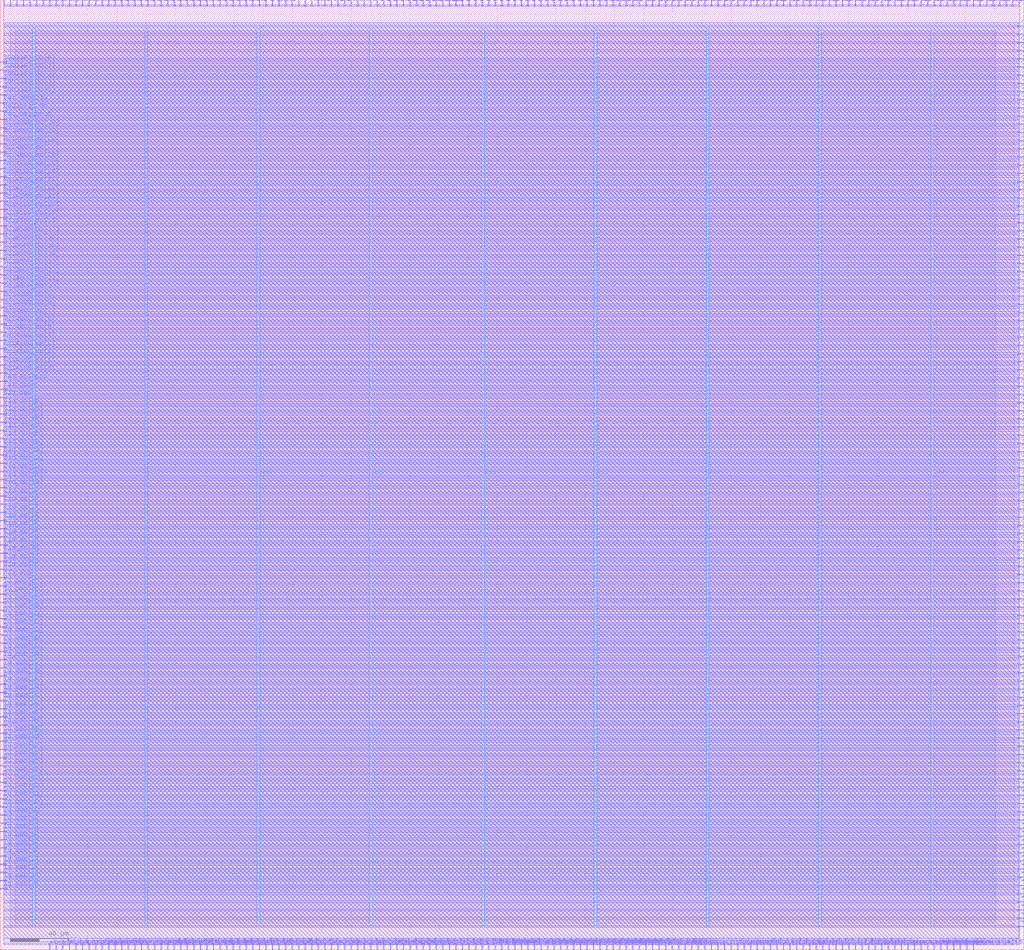
<source format=lef>
VERSION 5.7 ;
  NOWIREEXTENSIONATPIN ON ;
  DIVIDERCHAR "/" ;
  BUSBITCHARS "[]" ;
MACRO multiplexer
  CLASS BLOCK ;
  FOREIGN multiplexer ;
  ORIGIN 0.000 0.000 ;
  SIZE 700.000 BY 650.000 ;
  PIN ay8913_do[0]
    DIRECTION INPUT ;
    USE SIGNAL ;
    ANTENNAGATEAREA 0.741000 ;
    ANTENNADIFFAREA 0.410400 ;
    PORT
      LAYER Metal2 ;
        RECT 280.000 646.000 280.560 650.000 ;
    END
  END ay8913_do[0]
  PIN ay8913_do[10]
    DIRECTION INPUT ;
    USE SIGNAL ;
    ANTENNAGATEAREA 0.741000 ;
    ANTENNADIFFAREA 0.410400 ;
    PORT
      LAYER Metal2 ;
        RECT 324.800 646.000 325.360 650.000 ;
    END
  END ay8913_do[10]
  PIN ay8913_do[11]
    DIRECTION INPUT ;
    USE SIGNAL ;
    ANTENNAGATEAREA 0.741000 ;
    ANTENNADIFFAREA 0.410400 ;
    PORT
      LAYER Metal2 ;
        RECT 329.280 646.000 329.840 650.000 ;
    END
  END ay8913_do[11]
  PIN ay8913_do[12]
    DIRECTION INPUT ;
    USE SIGNAL ;
    ANTENNAGATEAREA 0.741000 ;
    ANTENNADIFFAREA 0.410400 ;
    PORT
      LAYER Metal2 ;
        RECT 333.760 646.000 334.320 650.000 ;
    END
  END ay8913_do[12]
  PIN ay8913_do[13]
    DIRECTION INPUT ;
    USE SIGNAL ;
    ANTENNAGATEAREA 0.741000 ;
    ANTENNADIFFAREA 0.410400 ;
    PORT
      LAYER Metal2 ;
        RECT 338.240 646.000 338.800 650.000 ;
    END
  END ay8913_do[13]
  PIN ay8913_do[14]
    DIRECTION INPUT ;
    USE SIGNAL ;
    ANTENNAGATEAREA 0.741000 ;
    ANTENNADIFFAREA 0.410400 ;
    PORT
      LAYER Metal2 ;
        RECT 342.720 646.000 343.280 650.000 ;
    END
  END ay8913_do[14]
  PIN ay8913_do[15]
    DIRECTION INPUT ;
    USE SIGNAL ;
    ANTENNAGATEAREA 0.741000 ;
    ANTENNADIFFAREA 0.410400 ;
    PORT
      LAYER Metal2 ;
        RECT 347.200 646.000 347.760 650.000 ;
    END
  END ay8913_do[15]
  PIN ay8913_do[16]
    DIRECTION INPUT ;
    USE SIGNAL ;
    ANTENNAGATEAREA 0.741000 ;
    ANTENNADIFFAREA 0.410400 ;
    PORT
      LAYER Metal2 ;
        RECT 351.680 646.000 352.240 650.000 ;
    END
  END ay8913_do[16]
  PIN ay8913_do[17]
    DIRECTION INPUT ;
    USE SIGNAL ;
    ANTENNAGATEAREA 0.498500 ;
    ANTENNADIFFAREA 0.410400 ;
    PORT
      LAYER Metal2 ;
        RECT 356.160 646.000 356.720 650.000 ;
    END
  END ay8913_do[17]
  PIN ay8913_do[18]
    DIRECTION INPUT ;
    USE SIGNAL ;
    ANTENNAGATEAREA 0.741000 ;
    ANTENNADIFFAREA 0.410400 ;
    PORT
      LAYER Metal2 ;
        RECT 360.640 646.000 361.200 650.000 ;
    END
  END ay8913_do[18]
  PIN ay8913_do[19]
    DIRECTION INPUT ;
    USE SIGNAL ;
    ANTENNAGATEAREA 0.498500 ;
    ANTENNADIFFAREA 0.410400 ;
    PORT
      LAYER Metal2 ;
        RECT 365.120 646.000 365.680 650.000 ;
    END
  END ay8913_do[19]
  PIN ay8913_do[1]
    DIRECTION INPUT ;
    USE SIGNAL ;
    ANTENNAGATEAREA 0.741000 ;
    ANTENNADIFFAREA 0.410400 ;
    PORT
      LAYER Metal2 ;
        RECT 284.480 646.000 285.040 650.000 ;
    END
  END ay8913_do[1]
  PIN ay8913_do[20]
    DIRECTION INPUT ;
    USE SIGNAL ;
    ANTENNAGATEAREA 0.498500 ;
    ANTENNADIFFAREA 0.410400 ;
    PORT
      LAYER Metal2 ;
        RECT 369.600 646.000 370.160 650.000 ;
    END
  END ay8913_do[20]
  PIN ay8913_do[21]
    DIRECTION INPUT ;
    USE SIGNAL ;
    ANTENNAGATEAREA 0.498500 ;
    ANTENNADIFFAREA 0.410400 ;
    PORT
      LAYER Metal2 ;
        RECT 374.080 646.000 374.640 650.000 ;
    END
  END ay8913_do[21]
  PIN ay8913_do[22]
    DIRECTION INPUT ;
    USE SIGNAL ;
    ANTENNAGATEAREA 0.498500 ;
    ANTENNADIFFAREA 0.410400 ;
    PORT
      LAYER Metal2 ;
        RECT 378.560 646.000 379.120 650.000 ;
    END
  END ay8913_do[22]
  PIN ay8913_do[23]
    DIRECTION INPUT ;
    USE SIGNAL ;
    ANTENNAGATEAREA 0.741000 ;
    ANTENNADIFFAREA 0.410400 ;
    PORT
      LAYER Metal2 ;
        RECT 383.040 646.000 383.600 650.000 ;
    END
  END ay8913_do[23]
  PIN ay8913_do[24]
    DIRECTION INPUT ;
    USE SIGNAL ;
    ANTENNAGATEAREA 0.741000 ;
    ANTENNADIFFAREA 0.410400 ;
    PORT
      LAYER Metal2 ;
        RECT 387.520 646.000 388.080 650.000 ;
    END
  END ay8913_do[24]
  PIN ay8913_do[25]
    DIRECTION INPUT ;
    USE SIGNAL ;
    ANTENNAGATEAREA 0.741000 ;
    ANTENNADIFFAREA 0.410400 ;
    PORT
      LAYER Metal2 ;
        RECT 392.000 646.000 392.560 650.000 ;
    END
  END ay8913_do[25]
  PIN ay8913_do[26]
    DIRECTION INPUT ;
    USE SIGNAL ;
    ANTENNAGATEAREA 0.741000 ;
    ANTENNADIFFAREA 0.410400 ;
    PORT
      LAYER Metal2 ;
        RECT 396.480 646.000 397.040 650.000 ;
    END
  END ay8913_do[26]
  PIN ay8913_do[27]
    DIRECTION INPUT ;
    USE SIGNAL ;
    ANTENNAGATEAREA 0.741000 ;
    ANTENNADIFFAREA 0.410400 ;
    PORT
      LAYER Metal2 ;
        RECT 400.960 646.000 401.520 650.000 ;
    END
  END ay8913_do[27]
  PIN ay8913_do[2]
    DIRECTION INPUT ;
    USE SIGNAL ;
    ANTENNAGATEAREA 0.741000 ;
    ANTENNADIFFAREA 0.410400 ;
    PORT
      LAYER Metal2 ;
        RECT 288.960 646.000 289.520 650.000 ;
    END
  END ay8913_do[2]
  PIN ay8913_do[3]
    DIRECTION INPUT ;
    USE SIGNAL ;
    ANTENNAGATEAREA 0.741000 ;
    ANTENNADIFFAREA 0.410400 ;
    PORT
      LAYER Metal2 ;
        RECT 293.440 646.000 294.000 650.000 ;
    END
  END ay8913_do[3]
  PIN ay8913_do[4]
    DIRECTION INPUT ;
    USE SIGNAL ;
    ANTENNAGATEAREA 0.741000 ;
    ANTENNADIFFAREA 0.410400 ;
    PORT
      LAYER Metal2 ;
        RECT 297.920 646.000 298.480 650.000 ;
    END
  END ay8913_do[4]
  PIN ay8913_do[5]
    DIRECTION INPUT ;
    USE SIGNAL ;
    ANTENNAGATEAREA 0.741000 ;
    ANTENNADIFFAREA 0.410400 ;
    PORT
      LAYER Metal2 ;
        RECT 302.400 646.000 302.960 650.000 ;
    END
  END ay8913_do[5]
  PIN ay8913_do[6]
    DIRECTION INPUT ;
    USE SIGNAL ;
    ANTENNAGATEAREA 0.741000 ;
    ANTENNADIFFAREA 0.410400 ;
    PORT
      LAYER Metal2 ;
        RECT 306.880 646.000 307.440 650.000 ;
    END
  END ay8913_do[6]
  PIN ay8913_do[7]
    DIRECTION INPUT ;
    USE SIGNAL ;
    ANTENNAGATEAREA 0.741000 ;
    ANTENNADIFFAREA 0.410400 ;
    PORT
      LAYER Metal2 ;
        RECT 311.360 646.000 311.920 650.000 ;
    END
  END ay8913_do[7]
  PIN ay8913_do[8]
    DIRECTION INPUT ;
    USE SIGNAL ;
    ANTENNAGATEAREA 0.741000 ;
    ANTENNADIFFAREA 0.410400 ;
    PORT
      LAYER Metal2 ;
        RECT 315.840 646.000 316.400 650.000 ;
    END
  END ay8913_do[8]
  PIN ay8913_do[9]
    DIRECTION INPUT ;
    USE SIGNAL ;
    ANTENNAGATEAREA 0.741000 ;
    ANTENNADIFFAREA 0.410400 ;
    PORT
      LAYER Metal2 ;
        RECT 320.320 646.000 320.880 650.000 ;
    END
  END ay8913_do[9]
  PIN blinker_do[0]
    DIRECTION INPUT ;
    USE SIGNAL ;
    ANTENNAGATEAREA 0.726000 ;
    ANTENNADIFFAREA 0.410400 ;
    PORT
      LAYER Metal2 ;
        RECT 194.880 646.000 195.440 650.000 ;
    END
  END blinker_do[0]
  PIN blinker_do[1]
    DIRECTION INPUT ;
    USE SIGNAL ;
    ANTENNAGATEAREA 0.498500 ;
    ANTENNADIFFAREA 0.410400 ;
    PORT
      LAYER Metal2 ;
        RECT 199.360 646.000 199.920 650.000 ;
    END
  END blinker_do[1]
  PIN blinker_do[2]
    DIRECTION INPUT ;
    USE SIGNAL ;
    ANTENNAGATEAREA 0.498500 ;
    ANTENNADIFFAREA 0.410400 ;
    PORT
      LAYER Metal2 ;
        RECT 203.840 646.000 204.400 650.000 ;
    END
  END blinker_do[2]
  PIN custom_settings[0]
    DIRECTION OUTPUT TRISTATE ;
    USE SIGNAL ;
    ANTENNADIFFAREA 4.731200 ;
    PORT
      LAYER Metal3 ;
        RECT 696.000 217.280 700.000 217.840 ;
    END
  END custom_settings[0]
  PIN custom_settings[10]
    DIRECTION OUTPUT TRISTATE ;
    USE SIGNAL ;
    ANTENNADIFFAREA 4.731200 ;
    PORT
      LAYER Metal3 ;
        RECT 696.000 273.280 700.000 273.840 ;
    END
  END custom_settings[10]
  PIN custom_settings[11]
    DIRECTION OUTPUT TRISTATE ;
    USE SIGNAL ;
    ANTENNADIFFAREA 4.731200 ;
    PORT
      LAYER Metal3 ;
        RECT 696.000 278.880 700.000 279.440 ;
    END
  END custom_settings[11]
  PIN custom_settings[12]
    DIRECTION OUTPUT TRISTATE ;
    USE SIGNAL ;
    ANTENNADIFFAREA 4.731200 ;
    PORT
      LAYER Metal3 ;
        RECT 696.000 284.480 700.000 285.040 ;
    END
  END custom_settings[12]
  PIN custom_settings[13]
    DIRECTION OUTPUT TRISTATE ;
    USE SIGNAL ;
    ANTENNADIFFAREA 4.731200 ;
    PORT
      LAYER Metal3 ;
        RECT 696.000 290.080 700.000 290.640 ;
    END
  END custom_settings[13]
  PIN custom_settings[14]
    DIRECTION OUTPUT TRISTATE ;
    USE SIGNAL ;
    ANTENNADIFFAREA 4.731200 ;
    PORT
      LAYER Metal3 ;
        RECT 696.000 295.680 700.000 296.240 ;
    END
  END custom_settings[14]
  PIN custom_settings[15]
    DIRECTION OUTPUT TRISTATE ;
    USE SIGNAL ;
    ANTENNADIFFAREA 4.731200 ;
    PORT
      LAYER Metal3 ;
        RECT 696.000 301.280 700.000 301.840 ;
    END
  END custom_settings[15]
  PIN custom_settings[16]
    DIRECTION OUTPUT TRISTATE ;
    USE SIGNAL ;
    ANTENNADIFFAREA 4.731200 ;
    PORT
      LAYER Metal3 ;
        RECT 696.000 306.880 700.000 307.440 ;
    END
  END custom_settings[16]
  PIN custom_settings[17]
    DIRECTION OUTPUT TRISTATE ;
    USE SIGNAL ;
    ANTENNADIFFAREA 4.731200 ;
    PORT
      LAYER Metal3 ;
        RECT 696.000 312.480 700.000 313.040 ;
    END
  END custom_settings[17]
  PIN custom_settings[18]
    DIRECTION OUTPUT TRISTATE ;
    USE SIGNAL ;
    ANTENNADIFFAREA 4.731200 ;
    PORT
      LAYER Metal3 ;
        RECT 696.000 318.080 700.000 318.640 ;
    END
  END custom_settings[18]
  PIN custom_settings[19]
    DIRECTION OUTPUT TRISTATE ;
    USE SIGNAL ;
    ANTENNADIFFAREA 4.731200 ;
    PORT
      LAYER Metal3 ;
        RECT 696.000 323.680 700.000 324.240 ;
    END
  END custom_settings[19]
  PIN custom_settings[1]
    DIRECTION OUTPUT TRISTATE ;
    USE SIGNAL ;
    ANTENNADIFFAREA 4.731200 ;
    PORT
      LAYER Metal3 ;
        RECT 696.000 222.880 700.000 223.440 ;
    END
  END custom_settings[1]
  PIN custom_settings[20]
    DIRECTION OUTPUT TRISTATE ;
    USE SIGNAL ;
    ANTENNADIFFAREA 4.731200 ;
    PORT
      LAYER Metal3 ;
        RECT 696.000 329.280 700.000 329.840 ;
    END
  END custom_settings[20]
  PIN custom_settings[21]
    DIRECTION OUTPUT TRISTATE ;
    USE SIGNAL ;
    ANTENNADIFFAREA 4.731200 ;
    PORT
      LAYER Metal3 ;
        RECT 696.000 334.880 700.000 335.440 ;
    END
  END custom_settings[21]
  PIN custom_settings[22]
    DIRECTION OUTPUT TRISTATE ;
    USE SIGNAL ;
    ANTENNADIFFAREA 4.731200 ;
    PORT
      LAYER Metal3 ;
        RECT 696.000 340.480 700.000 341.040 ;
    END
  END custom_settings[22]
  PIN custom_settings[23]
    DIRECTION OUTPUT TRISTATE ;
    USE SIGNAL ;
    ANTENNADIFFAREA 4.731200 ;
    PORT
      LAYER Metal3 ;
        RECT 696.000 346.080 700.000 346.640 ;
    END
  END custom_settings[23]
  PIN custom_settings[24]
    DIRECTION OUTPUT TRISTATE ;
    USE SIGNAL ;
    ANTENNADIFFAREA 4.731200 ;
    PORT
      LAYER Metal3 ;
        RECT 696.000 351.680 700.000 352.240 ;
    END
  END custom_settings[24]
  PIN custom_settings[25]
    DIRECTION OUTPUT TRISTATE ;
    USE SIGNAL ;
    ANTENNADIFFAREA 4.731200 ;
    PORT
      LAYER Metal3 ;
        RECT 696.000 357.280 700.000 357.840 ;
    END
  END custom_settings[25]
  PIN custom_settings[26]
    DIRECTION OUTPUT TRISTATE ;
    USE SIGNAL ;
    ANTENNADIFFAREA 4.731200 ;
    PORT
      LAYER Metal3 ;
        RECT 696.000 362.880 700.000 363.440 ;
    END
  END custom_settings[26]
  PIN custom_settings[27]
    DIRECTION OUTPUT TRISTATE ;
    USE SIGNAL ;
    ANTENNADIFFAREA 4.731200 ;
    PORT
      LAYER Metal3 ;
        RECT 696.000 368.480 700.000 369.040 ;
    END
  END custom_settings[27]
  PIN custom_settings[28]
    DIRECTION OUTPUT TRISTATE ;
    USE SIGNAL ;
    ANTENNADIFFAREA 4.731200 ;
    PORT
      LAYER Metal3 ;
        RECT 696.000 374.080 700.000 374.640 ;
    END
  END custom_settings[28]
  PIN custom_settings[29]
    DIRECTION OUTPUT TRISTATE ;
    USE SIGNAL ;
    ANTENNADIFFAREA 4.731200 ;
    PORT
      LAYER Metal3 ;
        RECT 696.000 379.680 700.000 380.240 ;
    END
  END custom_settings[29]
  PIN custom_settings[2]
    DIRECTION OUTPUT TRISTATE ;
    USE SIGNAL ;
    ANTENNADIFFAREA 4.731200 ;
    PORT
      LAYER Metal3 ;
        RECT 696.000 228.480 700.000 229.040 ;
    END
  END custom_settings[2]
  PIN custom_settings[30]
    DIRECTION OUTPUT TRISTATE ;
    USE SIGNAL ;
    ANTENNADIFFAREA 4.731200 ;
    PORT
      LAYER Metal3 ;
        RECT 696.000 385.280 700.000 385.840 ;
    END
  END custom_settings[30]
  PIN custom_settings[31]
    DIRECTION OUTPUT TRISTATE ;
    USE SIGNAL ;
    ANTENNADIFFAREA 4.731200 ;
    PORT
      LAYER Metal3 ;
        RECT 696.000 390.880 700.000 391.440 ;
    END
  END custom_settings[31]
  PIN custom_settings[3]
    DIRECTION OUTPUT TRISTATE ;
    USE SIGNAL ;
    ANTENNADIFFAREA 4.731200 ;
    PORT
      LAYER Metal3 ;
        RECT 696.000 234.080 700.000 234.640 ;
    END
  END custom_settings[3]
  PIN custom_settings[4]
    DIRECTION OUTPUT TRISTATE ;
    USE SIGNAL ;
    ANTENNADIFFAREA 4.731200 ;
    PORT
      LAYER Metal3 ;
        RECT 696.000 239.680 700.000 240.240 ;
    END
  END custom_settings[4]
  PIN custom_settings[5]
    DIRECTION OUTPUT TRISTATE ;
    USE SIGNAL ;
    ANTENNADIFFAREA 4.731200 ;
    PORT
      LAYER Metal3 ;
        RECT 696.000 245.280 700.000 245.840 ;
    END
  END custom_settings[5]
  PIN custom_settings[6]
    DIRECTION OUTPUT TRISTATE ;
    USE SIGNAL ;
    ANTENNADIFFAREA 4.731200 ;
    PORT
      LAYER Metal3 ;
        RECT 696.000 250.880 700.000 251.440 ;
    END
  END custom_settings[6]
  PIN custom_settings[7]
    DIRECTION OUTPUT TRISTATE ;
    USE SIGNAL ;
    ANTENNADIFFAREA 4.731200 ;
    PORT
      LAYER Metal3 ;
        RECT 696.000 256.480 700.000 257.040 ;
    END
  END custom_settings[7]
  PIN custom_settings[8]
    DIRECTION OUTPUT TRISTATE ;
    USE SIGNAL ;
    ANTENNADIFFAREA 4.731200 ;
    PORT
      LAYER Metal3 ;
        RECT 696.000 262.080 700.000 262.640 ;
    END
  END custom_settings[8]
  PIN custom_settings[9]
    DIRECTION OUTPUT TRISTATE ;
    USE SIGNAL ;
    ANTENNADIFFAREA 4.731200 ;
    PORT
      LAYER Metal3 ;
        RECT 696.000 267.680 700.000 268.240 ;
    END
  END custom_settings[9]
  PIN hellorld_do
    DIRECTION INPUT ;
    USE SIGNAL ;
    ANTENNAGATEAREA 1.102000 ;
    ANTENNADIFFAREA 0.410400 ;
    PORT
      LAYER Metal3 ;
        RECT 0.000 573.440 4.000 574.000 ;
    END
  END hellorld_do
  PIN io_in_0
    DIRECTION INPUT ;
    USE SIGNAL ;
    ANTENNAGATEAREA 2.204000 ;
    ANTENNADIFFAREA 0.410400 ;
    PORT
      LAYER Metal2 ;
        RECT 2.240 646.000 2.800 650.000 ;
    END
  END io_in_0
  PIN io_oeb[0]
    DIRECTION OUTPUT TRISTATE ;
    USE SIGNAL ;
    ANTENNADIFFAREA 0.536800 ;
    PORT
      LAYER Metal3 ;
        RECT 0.000 41.440 4.000 42.000 ;
    END
  END io_oeb[0]
  PIN io_oeb[10]
    DIRECTION OUTPUT TRISTATE ;
    USE SIGNAL ;
    ANTENNADIFFAREA 4.731200 ;
    PORT
      LAYER Metal3 ;
        RECT 0.000 97.440 4.000 98.000 ;
    END
  END io_oeb[10]
  PIN io_oeb[11]
    DIRECTION OUTPUT TRISTATE ;
    USE SIGNAL ;
    ANTENNADIFFAREA 4.731200 ;
    PORT
      LAYER Metal3 ;
        RECT 0.000 103.040 4.000 103.600 ;
    END
  END io_oeb[11]
  PIN io_oeb[12]
    DIRECTION OUTPUT TRISTATE ;
    USE SIGNAL ;
    ANTENNADIFFAREA 4.731200 ;
    PORT
      LAYER Metal3 ;
        RECT 0.000 108.640 4.000 109.200 ;
    END
  END io_oeb[12]
  PIN io_oeb[13]
    DIRECTION OUTPUT TRISTATE ;
    USE SIGNAL ;
    ANTENNADIFFAREA 4.731200 ;
    PORT
      LAYER Metal3 ;
        RECT 0.000 114.240 4.000 114.800 ;
    END
  END io_oeb[13]
  PIN io_oeb[14]
    DIRECTION OUTPUT TRISTATE ;
    USE SIGNAL ;
    ANTENNADIFFAREA 4.731200 ;
    PORT
      LAYER Metal3 ;
        RECT 0.000 119.840 4.000 120.400 ;
    END
  END io_oeb[14]
  PIN io_oeb[15]
    DIRECTION OUTPUT TRISTATE ;
    USE SIGNAL ;
    ANTENNADIFFAREA 4.731200 ;
    PORT
      LAYER Metal3 ;
        RECT 0.000 125.440 4.000 126.000 ;
    END
  END io_oeb[15]
  PIN io_oeb[16]
    DIRECTION OUTPUT TRISTATE ;
    USE SIGNAL ;
    ANTENNADIFFAREA 4.731200 ;
    PORT
      LAYER Metal3 ;
        RECT 0.000 131.040 4.000 131.600 ;
    END
  END io_oeb[16]
  PIN io_oeb[17]
    DIRECTION OUTPUT TRISTATE ;
    USE SIGNAL ;
    ANTENNADIFFAREA 4.731200 ;
    PORT
      LAYER Metal3 ;
        RECT 0.000 136.640 4.000 137.200 ;
    END
  END io_oeb[17]
  PIN io_oeb[18]
    DIRECTION OUTPUT TRISTATE ;
    USE SIGNAL ;
    ANTENNADIFFAREA 4.731200 ;
    PORT
      LAYER Metal3 ;
        RECT 0.000 142.240 4.000 142.800 ;
    END
  END io_oeb[18]
  PIN io_oeb[19]
    DIRECTION OUTPUT TRISTATE ;
    USE SIGNAL ;
    ANTENNADIFFAREA 4.731200 ;
    PORT
      LAYER Metal3 ;
        RECT 0.000 147.840 4.000 148.400 ;
    END
  END io_oeb[19]
  PIN io_oeb[1]
    DIRECTION OUTPUT TRISTATE ;
    USE SIGNAL ;
    ANTENNADIFFAREA 0.536800 ;
    PORT
      LAYER Metal3 ;
        RECT 0.000 47.040 4.000 47.600 ;
    END
  END io_oeb[1]
  PIN io_oeb[20]
    DIRECTION OUTPUT TRISTATE ;
    USE SIGNAL ;
    ANTENNADIFFAREA 4.731200 ;
    PORT
      LAYER Metal3 ;
        RECT 0.000 153.440 4.000 154.000 ;
    END
  END io_oeb[20]
  PIN io_oeb[21]
    DIRECTION OUTPUT TRISTATE ;
    USE SIGNAL ;
    ANTENNADIFFAREA 4.731200 ;
    PORT
      LAYER Metal3 ;
        RECT 0.000 159.040 4.000 159.600 ;
    END
  END io_oeb[21]
  PIN io_oeb[22]
    DIRECTION OUTPUT TRISTATE ;
    USE SIGNAL ;
    ANTENNADIFFAREA 4.731200 ;
    PORT
      LAYER Metal3 ;
        RECT 0.000 164.640 4.000 165.200 ;
    END
  END io_oeb[22]
  PIN io_oeb[23]
    DIRECTION OUTPUT TRISTATE ;
    USE SIGNAL ;
    ANTENNADIFFAREA 4.731200 ;
    PORT
      LAYER Metal3 ;
        RECT 0.000 170.240 4.000 170.800 ;
    END
  END io_oeb[23]
  PIN io_oeb[24]
    DIRECTION OUTPUT TRISTATE ;
    USE SIGNAL ;
    ANTENNADIFFAREA 4.731200 ;
    PORT
      LAYER Metal3 ;
        RECT 0.000 175.840 4.000 176.400 ;
    END
  END io_oeb[24]
  PIN io_oeb[25]
    DIRECTION OUTPUT TRISTATE ;
    USE SIGNAL ;
    ANTENNADIFFAREA 4.731200 ;
    PORT
      LAYER Metal3 ;
        RECT 0.000 181.440 4.000 182.000 ;
    END
  END io_oeb[25]
  PIN io_oeb[26]
    DIRECTION OUTPUT TRISTATE ;
    USE SIGNAL ;
    ANTENNADIFFAREA 4.731200 ;
    PORT
      LAYER Metal3 ;
        RECT 0.000 187.040 4.000 187.600 ;
    END
  END io_oeb[26]
  PIN io_oeb[27]
    DIRECTION OUTPUT TRISTATE ;
    USE SIGNAL ;
    ANTENNADIFFAREA 4.731200 ;
    PORT
      LAYER Metal3 ;
        RECT 0.000 192.640 4.000 193.200 ;
    END
  END io_oeb[27]
  PIN io_oeb[28]
    DIRECTION OUTPUT TRISTATE ;
    USE SIGNAL ;
    ANTENNADIFFAREA 4.731200 ;
    PORT
      LAYER Metal3 ;
        RECT 0.000 198.240 4.000 198.800 ;
    END
  END io_oeb[28]
  PIN io_oeb[29]
    DIRECTION OUTPUT TRISTATE ;
    USE SIGNAL ;
    ANTENNADIFFAREA 4.731200 ;
    PORT
      LAYER Metal3 ;
        RECT 0.000 203.840 4.000 204.400 ;
    END
  END io_oeb[29]
  PIN io_oeb[2]
    DIRECTION OUTPUT TRISTATE ;
    USE SIGNAL ;
    ANTENNADIFFAREA 0.536800 ;
    PORT
      LAYER Metal3 ;
        RECT 0.000 52.640 4.000 53.200 ;
    END
  END io_oeb[2]
  PIN io_oeb[30]
    DIRECTION OUTPUT TRISTATE ;
    USE SIGNAL ;
    ANTENNADIFFAREA 4.731200 ;
    PORT
      LAYER Metal3 ;
        RECT 0.000 209.440 4.000 210.000 ;
    END
  END io_oeb[30]
  PIN io_oeb[31]
    DIRECTION OUTPUT TRISTATE ;
    USE SIGNAL ;
    ANTENNADIFFAREA 4.731200 ;
    PORT
      LAYER Metal3 ;
        RECT 0.000 215.040 4.000 215.600 ;
    END
  END io_oeb[31]
  PIN io_oeb[32]
    DIRECTION OUTPUT TRISTATE ;
    USE SIGNAL ;
    ANTENNADIFFAREA 4.731200 ;
    PORT
      LAYER Metal3 ;
        RECT 0.000 220.640 4.000 221.200 ;
    END
  END io_oeb[32]
  PIN io_oeb[33]
    DIRECTION OUTPUT TRISTATE ;
    USE SIGNAL ;
    ANTENNADIFFAREA 4.731200 ;
    PORT
      LAYER Metal3 ;
        RECT 0.000 226.240 4.000 226.800 ;
    END
  END io_oeb[33]
  PIN io_oeb[34]
    DIRECTION OUTPUT TRISTATE ;
    USE SIGNAL ;
    ANTENNADIFFAREA 4.731200 ;
    PORT
      LAYER Metal3 ;
        RECT 0.000 231.840 4.000 232.400 ;
    END
  END io_oeb[34]
  PIN io_oeb[35]
    DIRECTION OUTPUT TRISTATE ;
    USE SIGNAL ;
    ANTENNADIFFAREA 4.731200 ;
    PORT
      LAYER Metal3 ;
        RECT 0.000 237.440 4.000 238.000 ;
    END
  END io_oeb[35]
  PIN io_oeb[36]
    DIRECTION OUTPUT TRISTATE ;
    USE SIGNAL ;
    ANTENNADIFFAREA 4.731200 ;
    PORT
      LAYER Metal3 ;
        RECT 0.000 243.040 4.000 243.600 ;
    END
  END io_oeb[36]
  PIN io_oeb[37]
    DIRECTION OUTPUT TRISTATE ;
    USE SIGNAL ;
    ANTENNADIFFAREA 4.731200 ;
    PORT
      LAYER Metal3 ;
        RECT 0.000 248.640 4.000 249.200 ;
    END
  END io_oeb[37]
  PIN io_oeb[3]
    DIRECTION OUTPUT TRISTATE ;
    USE SIGNAL ;
    ANTENNADIFFAREA 0.536800 ;
    PORT
      LAYER Metal3 ;
        RECT 0.000 58.240 4.000 58.800 ;
    END
  END io_oeb[3]
  PIN io_oeb[4]
    DIRECTION OUTPUT TRISTATE ;
    USE SIGNAL ;
    ANTENNADIFFAREA 0.536800 ;
    PORT
      LAYER Metal3 ;
        RECT 0.000 63.840 4.000 64.400 ;
    END
  END io_oeb[4]
  PIN io_oeb[5]
    DIRECTION OUTPUT TRISTATE ;
    USE SIGNAL ;
    ANTENNADIFFAREA 4.731200 ;
    PORT
      LAYER Metal3 ;
        RECT 0.000 69.440 4.000 70.000 ;
    END
  END io_oeb[5]
  PIN io_oeb[6]
    DIRECTION OUTPUT TRISTATE ;
    USE SIGNAL ;
    ANTENNADIFFAREA 4.731200 ;
    PORT
      LAYER Metal3 ;
        RECT 0.000 75.040 4.000 75.600 ;
    END
  END io_oeb[6]
  PIN io_oeb[7]
    DIRECTION OUTPUT TRISTATE ;
    USE SIGNAL ;
    ANTENNADIFFAREA 4.731200 ;
    PORT
      LAYER Metal3 ;
        RECT 0.000 80.640 4.000 81.200 ;
    END
  END io_oeb[7]
  PIN io_oeb[8]
    DIRECTION OUTPUT TRISTATE ;
    USE SIGNAL ;
    ANTENNADIFFAREA 4.731200 ;
    PORT
      LAYER Metal3 ;
        RECT 0.000 86.240 4.000 86.800 ;
    END
  END io_oeb[8]
  PIN io_oeb[9]
    DIRECTION OUTPUT TRISTATE ;
    USE SIGNAL ;
    ANTENNADIFFAREA 4.731200 ;
    PORT
      LAYER Metal3 ;
        RECT 0.000 91.840 4.000 92.400 ;
    END
  END io_oeb[9]
  PIN io_out[0]
    DIRECTION OUTPUT TRISTATE ;
    USE SIGNAL ;
    ANTENNADIFFAREA 0.360800 ;
    PORT
      LAYER Metal2 ;
        RECT 6.720 646.000 7.280 650.000 ;
    END
  END io_out[0]
  PIN io_out[10]
    DIRECTION OUTPUT TRISTATE ;
    USE SIGNAL ;
    ANTENNADIFFAREA 4.731200 ;
    PORT
      LAYER Metal2 ;
        RECT 51.520 646.000 52.080 650.000 ;
    END
  END io_out[10]
  PIN io_out[11]
    DIRECTION OUTPUT TRISTATE ;
    USE SIGNAL ;
    ANTENNADIFFAREA 4.731200 ;
    PORT
      LAYER Metal2 ;
        RECT 56.000 646.000 56.560 650.000 ;
    END
  END io_out[11]
  PIN io_out[12]
    DIRECTION OUTPUT TRISTATE ;
    USE SIGNAL ;
    ANTENNADIFFAREA 4.731200 ;
    PORT
      LAYER Metal2 ;
        RECT 60.480 646.000 61.040 650.000 ;
    END
  END io_out[12]
  PIN io_out[13]
    DIRECTION OUTPUT TRISTATE ;
    USE SIGNAL ;
    ANTENNADIFFAREA 4.731200 ;
    PORT
      LAYER Metal2 ;
        RECT 64.960 646.000 65.520 650.000 ;
    END
  END io_out[13]
  PIN io_out[14]
    DIRECTION OUTPUT TRISTATE ;
    USE SIGNAL ;
    ANTENNADIFFAREA 4.731200 ;
    PORT
      LAYER Metal2 ;
        RECT 69.440 646.000 70.000 650.000 ;
    END
  END io_out[14]
  PIN io_out[15]
    DIRECTION OUTPUT TRISTATE ;
    USE SIGNAL ;
    ANTENNADIFFAREA 4.731200 ;
    PORT
      LAYER Metal2 ;
        RECT 73.920 646.000 74.480 650.000 ;
    END
  END io_out[15]
  PIN io_out[16]
    DIRECTION OUTPUT TRISTATE ;
    USE SIGNAL ;
    ANTENNADIFFAREA 4.731200 ;
    PORT
      LAYER Metal2 ;
        RECT 78.400 646.000 78.960 650.000 ;
    END
  END io_out[16]
  PIN io_out[17]
    DIRECTION OUTPUT TRISTATE ;
    USE SIGNAL ;
    ANTENNADIFFAREA 4.731200 ;
    PORT
      LAYER Metal2 ;
        RECT 82.880 646.000 83.440 650.000 ;
    END
  END io_out[17]
  PIN io_out[18]
    DIRECTION OUTPUT TRISTATE ;
    USE SIGNAL ;
    ANTENNADIFFAREA 4.731200 ;
    PORT
      LAYER Metal2 ;
        RECT 87.360 646.000 87.920 650.000 ;
    END
  END io_out[18]
  PIN io_out[19]
    DIRECTION OUTPUT TRISTATE ;
    USE SIGNAL ;
    ANTENNADIFFAREA 4.731200 ;
    PORT
      LAYER Metal2 ;
        RECT 91.840 646.000 92.400 650.000 ;
    END
  END io_out[19]
  PIN io_out[1]
    DIRECTION OUTPUT TRISTATE ;
    USE SIGNAL ;
    ANTENNADIFFAREA 0.360800 ;
    PORT
      LAYER Metal2 ;
        RECT 11.200 646.000 11.760 650.000 ;
    END
  END io_out[1]
  PIN io_out[20]
    DIRECTION OUTPUT TRISTATE ;
    USE SIGNAL ;
    ANTENNADIFFAREA 4.731200 ;
    PORT
      LAYER Metal2 ;
        RECT 96.320 646.000 96.880 650.000 ;
    END
  END io_out[20]
  PIN io_out[21]
    DIRECTION OUTPUT TRISTATE ;
    USE SIGNAL ;
    ANTENNADIFFAREA 4.731200 ;
    PORT
      LAYER Metal2 ;
        RECT 100.800 646.000 101.360 650.000 ;
    END
  END io_out[21]
  PIN io_out[22]
    DIRECTION OUTPUT TRISTATE ;
    USE SIGNAL ;
    ANTENNADIFFAREA 4.731200 ;
    PORT
      LAYER Metal2 ;
        RECT 105.280 646.000 105.840 650.000 ;
    END
  END io_out[22]
  PIN io_out[23]
    DIRECTION OUTPUT TRISTATE ;
    USE SIGNAL ;
    ANTENNADIFFAREA 4.731200 ;
    PORT
      LAYER Metal2 ;
        RECT 109.760 646.000 110.320 650.000 ;
    END
  END io_out[23]
  PIN io_out[24]
    DIRECTION OUTPUT TRISTATE ;
    USE SIGNAL ;
    ANTENNADIFFAREA 4.731200 ;
    PORT
      LAYER Metal2 ;
        RECT 114.240 646.000 114.800 650.000 ;
    END
  END io_out[24]
  PIN io_out[25]
    DIRECTION OUTPUT TRISTATE ;
    USE SIGNAL ;
    ANTENNADIFFAREA 4.731200 ;
    PORT
      LAYER Metal2 ;
        RECT 118.720 646.000 119.280 650.000 ;
    END
  END io_out[25]
  PIN io_out[26]
    DIRECTION OUTPUT TRISTATE ;
    USE SIGNAL ;
    ANTENNADIFFAREA 4.731200 ;
    PORT
      LAYER Metal2 ;
        RECT 123.200 646.000 123.760 650.000 ;
    END
  END io_out[26]
  PIN io_out[27]
    DIRECTION OUTPUT TRISTATE ;
    USE SIGNAL ;
    ANTENNADIFFAREA 4.731200 ;
    PORT
      LAYER Metal2 ;
        RECT 127.680 646.000 128.240 650.000 ;
    END
  END io_out[27]
  PIN io_out[28]
    DIRECTION OUTPUT TRISTATE ;
    USE SIGNAL ;
    ANTENNADIFFAREA 4.731200 ;
    PORT
      LAYER Metal2 ;
        RECT 132.160 646.000 132.720 650.000 ;
    END
  END io_out[28]
  PIN io_out[29]
    DIRECTION OUTPUT TRISTATE ;
    USE SIGNAL ;
    ANTENNADIFFAREA 4.731200 ;
    PORT
      LAYER Metal2 ;
        RECT 136.640 646.000 137.200 650.000 ;
    END
  END io_out[29]
  PIN io_out[2]
    DIRECTION OUTPUT TRISTATE ;
    USE SIGNAL ;
    ANTENNADIFFAREA 0.360800 ;
    PORT
      LAYER Metal2 ;
        RECT 15.680 646.000 16.240 650.000 ;
    END
  END io_out[2]
  PIN io_out[30]
    DIRECTION OUTPUT TRISTATE ;
    USE SIGNAL ;
    ANTENNADIFFAREA 4.731200 ;
    PORT
      LAYER Metal2 ;
        RECT 141.120 646.000 141.680 650.000 ;
    END
  END io_out[30]
  PIN io_out[31]
    DIRECTION OUTPUT TRISTATE ;
    USE SIGNAL ;
    ANTENNADIFFAREA 4.731200 ;
    PORT
      LAYER Metal2 ;
        RECT 145.600 646.000 146.160 650.000 ;
    END
  END io_out[31]
  PIN io_out[32]
    DIRECTION OUTPUT TRISTATE ;
    USE SIGNAL ;
    ANTENNADIFFAREA 4.731200 ;
    PORT
      LAYER Metal2 ;
        RECT 150.080 646.000 150.640 650.000 ;
    END
  END io_out[32]
  PIN io_out[33]
    DIRECTION OUTPUT TRISTATE ;
    USE SIGNAL ;
    ANTENNADIFFAREA 4.731200 ;
    PORT
      LAYER Metal2 ;
        RECT 154.560 646.000 155.120 650.000 ;
    END
  END io_out[33]
  PIN io_out[34]
    DIRECTION OUTPUT TRISTATE ;
    USE SIGNAL ;
    ANTENNADIFFAREA 4.731200 ;
    PORT
      LAYER Metal2 ;
        RECT 159.040 646.000 159.600 650.000 ;
    END
  END io_out[34]
  PIN io_out[35]
    DIRECTION OUTPUT TRISTATE ;
    USE SIGNAL ;
    ANTENNADIFFAREA 4.731200 ;
    PORT
      LAYER Metal2 ;
        RECT 163.520 646.000 164.080 650.000 ;
    END
  END io_out[35]
  PIN io_out[36]
    DIRECTION OUTPUT TRISTATE ;
    USE SIGNAL ;
    ANTENNADIFFAREA 4.731200 ;
    PORT
      LAYER Metal2 ;
        RECT 168.000 646.000 168.560 650.000 ;
    END
  END io_out[36]
  PIN io_out[37]
    DIRECTION OUTPUT TRISTATE ;
    USE SIGNAL ;
    ANTENNADIFFAREA 4.731200 ;
    PORT
      LAYER Metal2 ;
        RECT 172.480 646.000 173.040 650.000 ;
    END
  END io_out[37]
  PIN io_out[3]
    DIRECTION OUTPUT TRISTATE ;
    USE SIGNAL ;
    ANTENNADIFFAREA 0.360800 ;
    PORT
      LAYER Metal2 ;
        RECT 20.160 646.000 20.720 650.000 ;
    END
  END io_out[3]
  PIN io_out[4]
    DIRECTION OUTPUT TRISTATE ;
    USE SIGNAL ;
    ANTENNADIFFAREA 0.360800 ;
    PORT
      LAYER Metal2 ;
        RECT 24.640 646.000 25.200 650.000 ;
    END
  END io_out[4]
  PIN io_out[5]
    DIRECTION OUTPUT TRISTATE ;
    USE SIGNAL ;
    ANTENNADIFFAREA 4.731200 ;
    PORT
      LAYER Metal2 ;
        RECT 29.120 646.000 29.680 650.000 ;
    END
  END io_out[5]
  PIN io_out[6]
    DIRECTION OUTPUT TRISTATE ;
    USE SIGNAL ;
    ANTENNADIFFAREA 4.731200 ;
    PORT
      LAYER Metal2 ;
        RECT 33.600 646.000 34.160 650.000 ;
    END
  END io_out[6]
  PIN io_out[7]
    DIRECTION OUTPUT TRISTATE ;
    USE SIGNAL ;
    ANTENNADIFFAREA 4.731200 ;
    PORT
      LAYER Metal2 ;
        RECT 38.080 646.000 38.640 650.000 ;
    END
  END io_out[7]
  PIN io_out[8]
    DIRECTION OUTPUT TRISTATE ;
    USE SIGNAL ;
    ANTENNADIFFAREA 4.731200 ;
    PORT
      LAYER Metal2 ;
        RECT 42.560 646.000 43.120 650.000 ;
    END
  END io_out[8]
  PIN io_out[9]
    DIRECTION OUTPUT TRISTATE ;
    USE SIGNAL ;
    ANTENNADIFFAREA 4.731200 ;
    PORT
      LAYER Metal2 ;
        RECT 47.040 646.000 47.600 650.000 ;
    END
  END io_out[9]
  PIN irq[0]
    DIRECTION OUTPUT TRISTATE ;
    USE SIGNAL ;
    ANTENNADIFFAREA 0.360800 ;
    PORT
      LAYER Metal2 ;
        RECT 176.960 646.000 177.520 650.000 ;
    END
  END irq[0]
  PIN irq[1]
    DIRECTION OUTPUT TRISTATE ;
    USE SIGNAL ;
    ANTENNADIFFAREA 0.360800 ;
    PORT
      LAYER Metal2 ;
        RECT 181.440 646.000 182.000 650.000 ;
    END
  END irq[1]
  PIN irq[2]
    DIRECTION OUTPUT TRISTATE ;
    USE SIGNAL ;
    ANTENNADIFFAREA 0.360800 ;
    PORT
      LAYER Metal2 ;
        RECT 185.920 646.000 186.480 650.000 ;
    END
  END irq[2]
  PIN mc14500_do[0]
    DIRECTION INPUT ;
    USE SIGNAL ;
    ANTENNAGATEAREA 0.726000 ;
    ANTENNADIFFAREA 0.410400 ;
    PORT
      LAYER Metal3 ;
        RECT 0.000 394.240 4.000 394.800 ;
    END
  END mc14500_do[0]
  PIN mc14500_do[10]
    DIRECTION INPUT ;
    USE SIGNAL ;
    ANTENNAGATEAREA 0.726000 ;
    ANTENNADIFFAREA 0.410400 ;
    PORT
      LAYER Metal3 ;
        RECT 0.000 450.240 4.000 450.800 ;
    END
  END mc14500_do[10]
  PIN mc14500_do[11]
    DIRECTION INPUT ;
    USE SIGNAL ;
    ANTENNAGATEAREA 0.726000 ;
    ANTENNADIFFAREA 0.410400 ;
    PORT
      LAYER Metal3 ;
        RECT 0.000 455.840 4.000 456.400 ;
    END
  END mc14500_do[11]
  PIN mc14500_do[12]
    DIRECTION INPUT ;
    USE SIGNAL ;
    ANTENNAGATEAREA 1.102000 ;
    ANTENNADIFFAREA 0.410400 ;
    PORT
      LAYER Metal3 ;
        RECT 0.000 461.440 4.000 462.000 ;
    END
  END mc14500_do[12]
  PIN mc14500_do[13]
    DIRECTION INPUT ;
    USE SIGNAL ;
    ANTENNAGATEAREA 1.102000 ;
    ANTENNADIFFAREA 0.410400 ;
    PORT
      LAYER Metal3 ;
        RECT 0.000 467.040 4.000 467.600 ;
    END
  END mc14500_do[13]
  PIN mc14500_do[14]
    DIRECTION INPUT ;
    USE SIGNAL ;
    ANTENNAGATEAREA 1.102000 ;
    ANTENNADIFFAREA 0.410400 ;
    PORT
      LAYER Metal3 ;
        RECT 0.000 472.640 4.000 473.200 ;
    END
  END mc14500_do[14]
  PIN mc14500_do[15]
    DIRECTION INPUT ;
    USE SIGNAL ;
    ANTENNAGATEAREA 1.102000 ;
    ANTENNADIFFAREA 0.410400 ;
    PORT
      LAYER Metal3 ;
        RECT 0.000 478.240 4.000 478.800 ;
    END
  END mc14500_do[15]
  PIN mc14500_do[16]
    DIRECTION INPUT ;
    USE SIGNAL ;
    ANTENNAGATEAREA 1.102000 ;
    ANTENNADIFFAREA 0.410400 ;
    PORT
      LAYER Metal3 ;
        RECT 0.000 483.840 4.000 484.400 ;
    END
  END mc14500_do[16]
  PIN mc14500_do[17]
    DIRECTION INPUT ;
    USE SIGNAL ;
    ANTENNAGATEAREA 0.726000 ;
    ANTENNADIFFAREA 0.410400 ;
    PORT
      LAYER Metal3 ;
        RECT 0.000 489.440 4.000 490.000 ;
    END
  END mc14500_do[17]
  PIN mc14500_do[18]
    DIRECTION INPUT ;
    USE SIGNAL ;
    ANTENNAGATEAREA 1.102000 ;
    ANTENNADIFFAREA 0.410400 ;
    PORT
      LAYER Metal3 ;
        RECT 0.000 495.040 4.000 495.600 ;
    END
  END mc14500_do[18]
  PIN mc14500_do[19]
    DIRECTION INPUT ;
    USE SIGNAL ;
    ANTENNAGATEAREA 0.726000 ;
    ANTENNADIFFAREA 0.410400 ;
    PORT
      LAYER Metal3 ;
        RECT 0.000 500.640 4.000 501.200 ;
    END
  END mc14500_do[19]
  PIN mc14500_do[1]
    DIRECTION INPUT ;
    USE SIGNAL ;
    ANTENNAGATEAREA 1.102000 ;
    ANTENNADIFFAREA 0.410400 ;
    PORT
      LAYER Metal3 ;
        RECT 0.000 399.840 4.000 400.400 ;
    END
  END mc14500_do[1]
  PIN mc14500_do[20]
    DIRECTION INPUT ;
    USE SIGNAL ;
    ANTENNAGATEAREA 0.726000 ;
    ANTENNADIFFAREA 0.410400 ;
    PORT
      LAYER Metal3 ;
        RECT 0.000 506.240 4.000 506.800 ;
    END
  END mc14500_do[20]
  PIN mc14500_do[21]
    DIRECTION INPUT ;
    USE SIGNAL ;
    ANTENNAGATEAREA 1.102000 ;
    ANTENNADIFFAREA 0.410400 ;
    PORT
      LAYER Metal3 ;
        RECT 0.000 511.840 4.000 512.400 ;
    END
  END mc14500_do[21]
  PIN mc14500_do[22]
    DIRECTION INPUT ;
    USE SIGNAL ;
    ANTENNAGATEAREA 1.102000 ;
    ANTENNADIFFAREA 0.410400 ;
    PORT
      LAYER Metal3 ;
        RECT 0.000 517.440 4.000 518.000 ;
    END
  END mc14500_do[22]
  PIN mc14500_do[23]
    DIRECTION INPUT ;
    USE SIGNAL ;
    ANTENNAGATEAREA 0.726000 ;
    ANTENNADIFFAREA 0.410400 ;
    PORT
      LAYER Metal3 ;
        RECT 0.000 523.040 4.000 523.600 ;
    END
  END mc14500_do[23]
  PIN mc14500_do[24]
    DIRECTION INPUT ;
    USE SIGNAL ;
    ANTENNAGATEAREA 0.726000 ;
    ANTENNADIFFAREA 0.410400 ;
    PORT
      LAYER Metal3 ;
        RECT 0.000 528.640 4.000 529.200 ;
    END
  END mc14500_do[24]
  PIN mc14500_do[25]
    DIRECTION INPUT ;
    USE SIGNAL ;
    ANTENNAGATEAREA 0.726000 ;
    ANTENNADIFFAREA 0.410400 ;
    PORT
      LAYER Metal3 ;
        RECT 0.000 534.240 4.000 534.800 ;
    END
  END mc14500_do[25]
  PIN mc14500_do[26]
    DIRECTION INPUT ;
    USE SIGNAL ;
    ANTENNAGATEAREA 0.726000 ;
    ANTENNADIFFAREA 0.410400 ;
    PORT
      LAYER Metal3 ;
        RECT 0.000 539.840 4.000 540.400 ;
    END
  END mc14500_do[26]
  PIN mc14500_do[27]
    DIRECTION INPUT ;
    USE SIGNAL ;
    ANTENNAGATEAREA 0.726000 ;
    ANTENNADIFFAREA 0.410400 ;
    PORT
      LAYER Metal3 ;
        RECT 0.000 545.440 4.000 546.000 ;
    END
  END mc14500_do[27]
  PIN mc14500_do[28]
    DIRECTION INPUT ;
    USE SIGNAL ;
    ANTENNAGATEAREA 1.102000 ;
    ANTENNADIFFAREA 0.410400 ;
    PORT
      LAYER Metal3 ;
        RECT 0.000 551.040 4.000 551.600 ;
    END
  END mc14500_do[28]
  PIN mc14500_do[29]
    DIRECTION INPUT ;
    USE SIGNAL ;
    ANTENNAGATEAREA 1.102000 ;
    ANTENNADIFFAREA 0.410400 ;
    PORT
      LAYER Metal3 ;
        RECT 0.000 556.640 4.000 557.200 ;
    END
  END mc14500_do[29]
  PIN mc14500_do[2]
    DIRECTION INPUT ;
    USE SIGNAL ;
    ANTENNAGATEAREA 1.102000 ;
    ANTENNADIFFAREA 0.410400 ;
    PORT
      LAYER Metal3 ;
        RECT 0.000 405.440 4.000 406.000 ;
    END
  END mc14500_do[2]
  PIN mc14500_do[30]
    DIRECTION INPUT ;
    USE SIGNAL ;
    ANTENNAGATEAREA 1.102000 ;
    ANTENNADIFFAREA 0.410400 ;
    PORT
      LAYER Metal3 ;
        RECT 0.000 562.240 4.000 562.800 ;
    END
  END mc14500_do[30]
  PIN mc14500_do[3]
    DIRECTION INPUT ;
    USE SIGNAL ;
    ANTENNAGATEAREA 0.726000 ;
    ANTENNADIFFAREA 0.410400 ;
    PORT
      LAYER Metal3 ;
        RECT 0.000 411.040 4.000 411.600 ;
    END
  END mc14500_do[3]
  PIN mc14500_do[4]
    DIRECTION INPUT ;
    USE SIGNAL ;
    ANTENNAGATEAREA 1.102000 ;
    ANTENNADIFFAREA 0.410400 ;
    PORT
      LAYER Metal3 ;
        RECT 0.000 416.640 4.000 417.200 ;
    END
  END mc14500_do[4]
  PIN mc14500_do[5]
    DIRECTION INPUT ;
    USE SIGNAL ;
    ANTENNAGATEAREA 1.102000 ;
    ANTENNADIFFAREA 0.410400 ;
    PORT
      LAYER Metal3 ;
        RECT 0.000 422.240 4.000 422.800 ;
    END
  END mc14500_do[5]
  PIN mc14500_do[6]
    DIRECTION INPUT ;
    USE SIGNAL ;
    ANTENNAGATEAREA 0.726000 ;
    ANTENNADIFFAREA 0.410400 ;
    PORT
      LAYER Metal3 ;
        RECT 0.000 427.840 4.000 428.400 ;
    END
  END mc14500_do[6]
  PIN mc14500_do[7]
    DIRECTION INPUT ;
    USE SIGNAL ;
    ANTENNAGATEAREA 0.726000 ;
    ANTENNADIFFAREA 0.410400 ;
    PORT
      LAYER Metal3 ;
        RECT 0.000 433.440 4.000 434.000 ;
    END
  END mc14500_do[7]
  PIN mc14500_do[8]
    DIRECTION INPUT ;
    USE SIGNAL ;
    ANTENNAGATEAREA 0.726000 ;
    ANTENNADIFFAREA 0.410400 ;
    PORT
      LAYER Metal3 ;
        RECT 0.000 439.040 4.000 439.600 ;
    END
  END mc14500_do[8]
  PIN mc14500_do[9]
    DIRECTION INPUT ;
    USE SIGNAL ;
    ANTENNAGATEAREA 1.102000 ;
    ANTENNADIFFAREA 0.410400 ;
    PORT
      LAYER Metal3 ;
        RECT 0.000 444.640 4.000 445.200 ;
    END
  END mc14500_do[9]
  PIN mc14500_sram_addr[0]
    DIRECTION INPUT ;
    USE SIGNAL ;
    ANTENNAGATEAREA 1.183000 ;
    ANTENNADIFFAREA 0.410400 ;
    PORT
      LAYER Metal2 ;
        RECT 212.800 646.000 213.360 650.000 ;
    END
  END mc14500_sram_addr[0]
  PIN mc14500_sram_addr[1]
    DIRECTION INPUT ;
    USE SIGNAL ;
    ANTENNAGATEAREA 1.102000 ;
    ANTENNADIFFAREA 0.410400 ;
    PORT
      LAYER Metal2 ;
        RECT 217.280 646.000 217.840 650.000 ;
    END
  END mc14500_sram_addr[1]
  PIN mc14500_sram_addr[2]
    DIRECTION INPUT ;
    USE SIGNAL ;
    ANTENNAGATEAREA 1.183000 ;
    ANTENNADIFFAREA 0.410400 ;
    PORT
      LAYER Metal2 ;
        RECT 221.760 646.000 222.320 650.000 ;
    END
  END mc14500_sram_addr[2]
  PIN mc14500_sram_addr[3]
    DIRECTION INPUT ;
    USE SIGNAL ;
    ANTENNAGATEAREA 0.726000 ;
    ANTENNADIFFAREA 0.410400 ;
    PORT
      LAYER Metal2 ;
        RECT 226.240 646.000 226.800 650.000 ;
    END
  END mc14500_sram_addr[3]
  PIN mc14500_sram_addr[4]
    DIRECTION INPUT ;
    USE SIGNAL ;
    ANTENNAGATEAREA 1.102000 ;
    ANTENNADIFFAREA 0.410400 ;
    PORT
      LAYER Metal2 ;
        RECT 230.720 646.000 231.280 650.000 ;
    END
  END mc14500_sram_addr[4]
  PIN mc14500_sram_addr[5]
    DIRECTION INPUT ;
    USE SIGNAL ;
    ANTENNAGATEAREA 1.102000 ;
    ANTENNADIFFAREA 0.410400 ;
    PORT
      LAYER Metal2 ;
        RECT 235.200 646.000 235.760 650.000 ;
    END
  END mc14500_sram_addr[5]
  PIN mc14500_sram_gwe
    DIRECTION INPUT ;
    USE SIGNAL ;
    ANTENNAGATEAREA 1.183000 ;
    ANTENNADIFFAREA 0.410400 ;
    PORT
      LAYER Metal2 ;
        RECT 275.520 646.000 276.080 650.000 ;
    END
  END mc14500_sram_gwe
  PIN mc14500_sram_in[0]
    DIRECTION INPUT ;
    USE SIGNAL ;
    ANTENNAGATEAREA 1.102000 ;
    ANTENNADIFFAREA 0.410400 ;
    PORT
      LAYER Metal2 ;
        RECT 239.680 646.000 240.240 650.000 ;
    END
  END mc14500_sram_in[0]
  PIN mc14500_sram_in[1]
    DIRECTION INPUT ;
    USE SIGNAL ;
    ANTENNAGATEAREA 1.102000 ;
    ANTENNADIFFAREA 0.410400 ;
    PORT
      LAYER Metal2 ;
        RECT 244.160 646.000 244.720 650.000 ;
    END
  END mc14500_sram_in[1]
  PIN mc14500_sram_in[2]
    DIRECTION INPUT ;
    USE SIGNAL ;
    ANTENNAGATEAREA 1.102000 ;
    ANTENNADIFFAREA 0.410400 ;
    PORT
      LAYER Metal2 ;
        RECT 248.640 646.000 249.200 650.000 ;
    END
  END mc14500_sram_in[2]
  PIN mc14500_sram_in[3]
    DIRECTION INPUT ;
    USE SIGNAL ;
    ANTENNAGATEAREA 1.102000 ;
    ANTENNADIFFAREA 0.410400 ;
    PORT
      LAYER Metal2 ;
        RECT 253.120 646.000 253.680 650.000 ;
    END
  END mc14500_sram_in[3]
  PIN mc14500_sram_in[4]
    DIRECTION INPUT ;
    USE SIGNAL ;
    ANTENNAGATEAREA 1.102000 ;
    ANTENNADIFFAREA 0.410400 ;
    PORT
      LAYER Metal2 ;
        RECT 257.600 646.000 258.160 650.000 ;
    END
  END mc14500_sram_in[4]
  PIN mc14500_sram_in[5]
    DIRECTION INPUT ;
    USE SIGNAL ;
    ANTENNAGATEAREA 1.102000 ;
    ANTENNADIFFAREA 0.410400 ;
    PORT
      LAYER Metal2 ;
        RECT 262.080 646.000 262.640 650.000 ;
    END
  END mc14500_sram_in[5]
  PIN mc14500_sram_in[6]
    DIRECTION INPUT ;
    USE SIGNAL ;
    ANTENNAGATEAREA 1.102000 ;
    ANTENNADIFFAREA 0.410400 ;
    PORT
      LAYER Metal2 ;
        RECT 266.560 646.000 267.120 650.000 ;
    END
  END mc14500_sram_in[6]
  PIN mc14500_sram_in[7]
    DIRECTION INPUT ;
    USE SIGNAL ;
    ANTENNAGATEAREA 1.102000 ;
    ANTENNADIFFAREA 0.410400 ;
    PORT
      LAYER Metal2 ;
        RECT 271.040 646.000 271.600 650.000 ;
    END
  END mc14500_sram_in[7]
  PIN pdp11_do[0]
    DIRECTION INPUT ;
    USE SIGNAL ;
    ANTENNAGATEAREA 0.498500 ;
    ANTENNADIFFAREA 0.410400 ;
    PORT
      LAYER Metal2 ;
        RECT 405.440 646.000 406.000 650.000 ;
    END
  END pdp11_do[0]
  PIN pdp11_do[10]
    DIRECTION INPUT ;
    USE SIGNAL ;
    ANTENNAGATEAREA 0.498500 ;
    ANTENNADIFFAREA 0.410400 ;
    PORT
      LAYER Metal2 ;
        RECT 495.040 646.000 495.600 650.000 ;
    END
  END pdp11_do[10]
  PIN pdp11_do[11]
    DIRECTION INPUT ;
    USE SIGNAL ;
    ANTENNAGATEAREA 0.498500 ;
    ANTENNADIFFAREA 0.410400 ;
    PORT
      LAYER Metal2 ;
        RECT 504.000 646.000 504.560 650.000 ;
    END
  END pdp11_do[11]
  PIN pdp11_do[12]
    DIRECTION INPUT ;
    USE SIGNAL ;
    ANTENNAGATEAREA 0.498500 ;
    ANTENNADIFFAREA 0.410400 ;
    PORT
      LAYER Metal2 ;
        RECT 512.960 646.000 513.520 650.000 ;
    END
  END pdp11_do[12]
  PIN pdp11_do[13]
    DIRECTION INPUT ;
    USE SIGNAL ;
    ANTENNAGATEAREA 0.498500 ;
    ANTENNADIFFAREA 0.410400 ;
    PORT
      LAYER Metal2 ;
        RECT 521.920 646.000 522.480 650.000 ;
    END
  END pdp11_do[13]
  PIN pdp11_do[14]
    DIRECTION INPUT ;
    USE SIGNAL ;
    ANTENNAGATEAREA 0.498500 ;
    ANTENNADIFFAREA 0.410400 ;
    PORT
      LAYER Metal2 ;
        RECT 530.880 646.000 531.440 650.000 ;
    END
  END pdp11_do[14]
  PIN pdp11_do[15]
    DIRECTION INPUT ;
    USE SIGNAL ;
    ANTENNAGATEAREA 0.498500 ;
    ANTENNADIFFAREA 0.410400 ;
    PORT
      LAYER Metal2 ;
        RECT 539.840 646.000 540.400 650.000 ;
    END
  END pdp11_do[15]
  PIN pdp11_do[16]
    DIRECTION INPUT ;
    USE SIGNAL ;
    ANTENNAGATEAREA 0.498500 ;
    ANTENNADIFFAREA 0.410400 ;
    PORT
      LAYER Metal2 ;
        RECT 548.800 646.000 549.360 650.000 ;
    END
  END pdp11_do[16]
  PIN pdp11_do[17]
    DIRECTION INPUT ;
    USE SIGNAL ;
    ANTENNAGATEAREA 0.498500 ;
    ANTENNADIFFAREA 0.410400 ;
    PORT
      LAYER Metal2 ;
        RECT 557.760 646.000 558.320 650.000 ;
    END
  END pdp11_do[17]
  PIN pdp11_do[18]
    DIRECTION INPUT ;
    USE SIGNAL ;
    ANTENNAGATEAREA 0.726000 ;
    ANTENNADIFFAREA 0.410400 ;
    PORT
      LAYER Metal2 ;
        RECT 566.720 646.000 567.280 650.000 ;
    END
  END pdp11_do[18]
  PIN pdp11_do[19]
    DIRECTION INPUT ;
    USE SIGNAL ;
    ANTENNAGATEAREA 0.498500 ;
    ANTENNADIFFAREA 0.410400 ;
    PORT
      LAYER Metal2 ;
        RECT 575.680 646.000 576.240 650.000 ;
    END
  END pdp11_do[19]
  PIN pdp11_do[1]
    DIRECTION INPUT ;
    USE SIGNAL ;
    ANTENNAGATEAREA 0.741000 ;
    ANTENNADIFFAREA 0.410400 ;
    PORT
      LAYER Metal2 ;
        RECT 414.400 646.000 414.960 650.000 ;
    END
  END pdp11_do[1]
  PIN pdp11_do[20]
    DIRECTION INPUT ;
    USE SIGNAL ;
    ANTENNAGATEAREA 0.498500 ;
    ANTENNADIFFAREA 0.410400 ;
    PORT
      LAYER Metal2 ;
        RECT 584.640 646.000 585.200 650.000 ;
    END
  END pdp11_do[20]
  PIN pdp11_do[21]
    DIRECTION INPUT ;
    USE SIGNAL ;
    ANTENNAGATEAREA 0.726000 ;
    ANTENNADIFFAREA 0.410400 ;
    PORT
      LAYER Metal2 ;
        RECT 593.600 646.000 594.160 650.000 ;
    END
  END pdp11_do[21]
  PIN pdp11_do[22]
    DIRECTION INPUT ;
    USE SIGNAL ;
    ANTENNAGATEAREA 0.726000 ;
    ANTENNADIFFAREA 0.410400 ;
    PORT
      LAYER Metal2 ;
        RECT 602.560 646.000 603.120 650.000 ;
    END
  END pdp11_do[22]
  PIN pdp11_do[23]
    DIRECTION INPUT ;
    USE SIGNAL ;
    ANTENNAGATEAREA 0.726000 ;
    ANTENNADIFFAREA 0.410400 ;
    PORT
      LAYER Metal2 ;
        RECT 611.520 646.000 612.080 650.000 ;
    END
  END pdp11_do[23]
  PIN pdp11_do[24]
    DIRECTION INPUT ;
    USE SIGNAL ;
    ANTENNAGATEAREA 0.726000 ;
    ANTENNADIFFAREA 0.410400 ;
    PORT
      LAYER Metal2 ;
        RECT 620.480 646.000 621.040 650.000 ;
    END
  END pdp11_do[24]
  PIN pdp11_do[25]
    DIRECTION INPUT ;
    USE SIGNAL ;
    ANTENNAGATEAREA 0.726000 ;
    ANTENNADIFFAREA 0.410400 ;
    PORT
      LAYER Metal2 ;
        RECT 629.440 646.000 630.000 650.000 ;
    END
  END pdp11_do[25]
  PIN pdp11_do[26]
    DIRECTION INPUT ;
    USE SIGNAL ;
    ANTENNAGATEAREA 0.726000 ;
    ANTENNADIFFAREA 0.410400 ;
    PORT
      LAYER Metal2 ;
        RECT 638.400 646.000 638.960 650.000 ;
    END
  END pdp11_do[26]
  PIN pdp11_do[27]
    DIRECTION INPUT ;
    USE SIGNAL ;
    ANTENNAGATEAREA 0.726000 ;
    ANTENNADIFFAREA 0.410400 ;
    PORT
      LAYER Metal2 ;
        RECT 647.360 646.000 647.920 650.000 ;
    END
  END pdp11_do[27]
  PIN pdp11_do[28]
    DIRECTION INPUT ;
    USE SIGNAL ;
    ANTENNAGATEAREA 1.102000 ;
    ANTENNADIFFAREA 0.410400 ;
    PORT
      LAYER Metal2 ;
        RECT 656.320 646.000 656.880 650.000 ;
    END
  END pdp11_do[28]
  PIN pdp11_do[29]
    DIRECTION INPUT ;
    USE SIGNAL ;
    ANTENNAGATEAREA 1.102000 ;
    ANTENNADIFFAREA 0.410400 ;
    PORT
      LAYER Metal2 ;
        RECT 665.280 646.000 665.840 650.000 ;
    END
  END pdp11_do[29]
  PIN pdp11_do[2]
    DIRECTION INPUT ;
    USE SIGNAL ;
    ANTENNAGATEAREA 0.498500 ;
    ANTENNADIFFAREA 0.410400 ;
    PORT
      LAYER Metal2 ;
        RECT 423.360 646.000 423.920 650.000 ;
    END
  END pdp11_do[2]
  PIN pdp11_do[30]
    DIRECTION INPUT ;
    USE SIGNAL ;
    ANTENNAGATEAREA 1.102000 ;
    ANTENNADIFFAREA 0.410400 ;
    PORT
      LAYER Metal2 ;
        RECT 674.240 646.000 674.800 650.000 ;
    END
  END pdp11_do[30]
  PIN pdp11_do[31]
    DIRECTION INPUT ;
    USE SIGNAL ;
    ANTENNAGATEAREA 1.102000 ;
    ANTENNADIFFAREA 0.410400 ;
    PORT
      LAYER Metal2 ;
        RECT 683.200 646.000 683.760 650.000 ;
    END
  END pdp11_do[31]
  PIN pdp11_do[32]
    DIRECTION INPUT ;
    USE SIGNAL ;
    ANTENNAGATEAREA 0.726000 ;
    ANTENNADIFFAREA 0.410400 ;
    PORT
      LAYER Metal2 ;
        RECT 692.160 646.000 692.720 650.000 ;
    END
  END pdp11_do[32]
  PIN pdp11_do[3]
    DIRECTION INPUT ;
    USE SIGNAL ;
    ANTENNAGATEAREA 0.741000 ;
    ANTENNADIFFAREA 0.410400 ;
    PORT
      LAYER Metal2 ;
        RECT 432.320 646.000 432.880 650.000 ;
    END
  END pdp11_do[3]
  PIN pdp11_do[4]
    DIRECTION INPUT ;
    USE SIGNAL ;
    ANTENNAGATEAREA 0.498500 ;
    ANTENNADIFFAREA 0.410400 ;
    PORT
      LAYER Metal2 ;
        RECT 441.280 646.000 441.840 650.000 ;
    END
  END pdp11_do[4]
  PIN pdp11_do[5]
    DIRECTION INPUT ;
    USE SIGNAL ;
    ANTENNAGATEAREA 0.498500 ;
    ANTENNADIFFAREA 0.410400 ;
    PORT
      LAYER Metal2 ;
        RECT 450.240 646.000 450.800 650.000 ;
    END
  END pdp11_do[5]
  PIN pdp11_do[6]
    DIRECTION INPUT ;
    USE SIGNAL ;
    ANTENNAGATEAREA 0.498500 ;
    ANTENNADIFFAREA 0.410400 ;
    PORT
      LAYER Metal2 ;
        RECT 459.200 646.000 459.760 650.000 ;
    END
  END pdp11_do[6]
  PIN pdp11_do[7]
    DIRECTION INPUT ;
    USE SIGNAL ;
    ANTENNAGATEAREA 0.498500 ;
    ANTENNADIFFAREA 0.410400 ;
    PORT
      LAYER Metal2 ;
        RECT 468.160 646.000 468.720 650.000 ;
    END
  END pdp11_do[7]
  PIN pdp11_do[8]
    DIRECTION INPUT ;
    USE SIGNAL ;
    ANTENNAGATEAREA 0.498500 ;
    ANTENNADIFFAREA 0.410400 ;
    PORT
      LAYER Metal2 ;
        RECT 477.120 646.000 477.680 650.000 ;
    END
  END pdp11_do[8]
  PIN pdp11_do[9]
    DIRECTION INPUT ;
    USE SIGNAL ;
    ANTENNAGATEAREA 0.741000 ;
    ANTENNADIFFAREA 0.410400 ;
    PORT
      LAYER Metal2 ;
        RECT 486.080 646.000 486.640 650.000 ;
    END
  END pdp11_do[9]
  PIN pdp11_oeb[0]
    DIRECTION INPUT ;
    USE SIGNAL ;
    ANTENNAGATEAREA 0.726000 ;
    ANTENNADIFFAREA 0.410400 ;
    PORT
      LAYER Metal2 ;
        RECT 409.920 646.000 410.480 650.000 ;
    END
  END pdp11_oeb[0]
  PIN pdp11_oeb[10]
    DIRECTION INPUT ;
    USE SIGNAL ;
    ANTENNAGATEAREA 0.726000 ;
    ANTENNADIFFAREA 0.410400 ;
    PORT
      LAYER Metal2 ;
        RECT 499.520 646.000 500.080 650.000 ;
    END
  END pdp11_oeb[10]
  PIN pdp11_oeb[11]
    DIRECTION INPUT ;
    USE SIGNAL ;
    ANTENNAGATEAREA 0.498500 ;
    ANTENNADIFFAREA 0.410400 ;
    PORT
      LAYER Metal2 ;
        RECT 508.480 646.000 509.040 650.000 ;
    END
  END pdp11_oeb[11]
  PIN pdp11_oeb[12]
    DIRECTION INPUT ;
    USE SIGNAL ;
    ANTENNAGATEAREA 0.726000 ;
    ANTENNADIFFAREA 0.410400 ;
    PORT
      LAYER Metal2 ;
        RECT 517.440 646.000 518.000 650.000 ;
    END
  END pdp11_oeb[12]
  PIN pdp11_oeb[13]
    DIRECTION INPUT ;
    USE SIGNAL ;
    ANTENNAGATEAREA 0.498500 ;
    ANTENNADIFFAREA 0.410400 ;
    PORT
      LAYER Metal2 ;
        RECT 526.400 646.000 526.960 650.000 ;
    END
  END pdp11_oeb[13]
  PIN pdp11_oeb[14]
    DIRECTION INPUT ;
    USE SIGNAL ;
    ANTENNAGATEAREA 0.498500 ;
    ANTENNADIFFAREA 0.410400 ;
    PORT
      LAYER Metal2 ;
        RECT 535.360 646.000 535.920 650.000 ;
    END
  END pdp11_oeb[14]
  PIN pdp11_oeb[15]
    DIRECTION INPUT ;
    USE SIGNAL ;
    ANTENNAGATEAREA 0.498500 ;
    ANTENNADIFFAREA 0.410400 ;
    PORT
      LAYER Metal2 ;
        RECT 544.320 646.000 544.880 650.000 ;
    END
  END pdp11_oeb[15]
  PIN pdp11_oeb[16]
    DIRECTION INPUT ;
    USE SIGNAL ;
    ANTENNAGATEAREA 0.498500 ;
    ANTENNADIFFAREA 0.410400 ;
    PORT
      LAYER Metal2 ;
        RECT 553.280 646.000 553.840 650.000 ;
    END
  END pdp11_oeb[16]
  PIN pdp11_oeb[17]
    DIRECTION INPUT ;
    USE SIGNAL ;
    ANTENNAGATEAREA 0.498500 ;
    ANTENNADIFFAREA 0.410400 ;
    PORT
      LAYER Metal2 ;
        RECT 562.240 646.000 562.800 650.000 ;
    END
  END pdp11_oeb[17]
  PIN pdp11_oeb[18]
    DIRECTION INPUT ;
    USE SIGNAL ;
    ANTENNAGATEAREA 0.498500 ;
    ANTENNADIFFAREA 0.410400 ;
    PORT
      LAYER Metal2 ;
        RECT 571.200 646.000 571.760 650.000 ;
    END
  END pdp11_oeb[18]
  PIN pdp11_oeb[19]
    DIRECTION INPUT ;
    USE SIGNAL ;
    ANTENNAGATEAREA 0.498500 ;
    ANTENNADIFFAREA 0.410400 ;
    PORT
      LAYER Metal2 ;
        RECT 580.160 646.000 580.720 650.000 ;
    END
  END pdp11_oeb[19]
  PIN pdp11_oeb[1]
    DIRECTION INPUT ;
    USE SIGNAL ;
    ANTENNAGATEAREA 0.726000 ;
    ANTENNADIFFAREA 0.410400 ;
    PORT
      LAYER Metal2 ;
        RECT 418.880 646.000 419.440 650.000 ;
    END
  END pdp11_oeb[1]
  PIN pdp11_oeb[20]
    DIRECTION INPUT ;
    USE SIGNAL ;
    ANTENNAGATEAREA 0.498500 ;
    ANTENNADIFFAREA 0.410400 ;
    PORT
      LAYER Metal2 ;
        RECT 589.120 646.000 589.680 650.000 ;
    END
  END pdp11_oeb[20]
  PIN pdp11_oeb[21]
    DIRECTION INPUT ;
    USE SIGNAL ;
    ANTENNAGATEAREA 0.498500 ;
    ANTENNADIFFAREA 0.410400 ;
    PORT
      LAYER Metal2 ;
        RECT 598.080 646.000 598.640 650.000 ;
    END
  END pdp11_oeb[21]
  PIN pdp11_oeb[22]
    DIRECTION INPUT ;
    USE SIGNAL ;
    ANTENNAGATEAREA 0.498500 ;
    ANTENNADIFFAREA 0.410400 ;
    PORT
      LAYER Metal2 ;
        RECT 607.040 646.000 607.600 650.000 ;
    END
  END pdp11_oeb[22]
  PIN pdp11_oeb[23]
    DIRECTION INPUT ;
    USE SIGNAL ;
    ANTENNAGATEAREA 0.498500 ;
    ANTENNADIFFAREA 0.410400 ;
    PORT
      LAYER Metal2 ;
        RECT 616.000 646.000 616.560 650.000 ;
    END
  END pdp11_oeb[23]
  PIN pdp11_oeb[24]
    DIRECTION INPUT ;
    USE SIGNAL ;
    ANTENNAGATEAREA 0.498500 ;
    ANTENNADIFFAREA 0.410400 ;
    PORT
      LAYER Metal2 ;
        RECT 624.960 646.000 625.520 650.000 ;
    END
  END pdp11_oeb[24]
  PIN pdp11_oeb[25]
    DIRECTION INPUT ;
    USE SIGNAL ;
    ANTENNAGATEAREA 0.498500 ;
    ANTENNADIFFAREA 0.410400 ;
    PORT
      LAYER Metal2 ;
        RECT 633.920 646.000 634.480 650.000 ;
    END
  END pdp11_oeb[25]
  PIN pdp11_oeb[26]
    DIRECTION INPUT ;
    USE SIGNAL ;
    ANTENNAGATEAREA 0.498500 ;
    ANTENNADIFFAREA 0.410400 ;
    PORT
      LAYER Metal2 ;
        RECT 642.880 646.000 643.440 650.000 ;
    END
  END pdp11_oeb[26]
  PIN pdp11_oeb[27]
    DIRECTION INPUT ;
    USE SIGNAL ;
    ANTENNAGATEAREA 0.498500 ;
    ANTENNADIFFAREA 0.410400 ;
    PORT
      LAYER Metal2 ;
        RECT 651.840 646.000 652.400 650.000 ;
    END
  END pdp11_oeb[27]
  PIN pdp11_oeb[28]
    DIRECTION INPUT ;
    USE SIGNAL ;
    ANTENNAGATEAREA 0.498500 ;
    ANTENNADIFFAREA 0.410400 ;
    PORT
      LAYER Metal2 ;
        RECT 660.800 646.000 661.360 650.000 ;
    END
  END pdp11_oeb[28]
  PIN pdp11_oeb[29]
    DIRECTION INPUT ;
    USE SIGNAL ;
    ANTENNAGATEAREA 0.498500 ;
    ANTENNADIFFAREA 0.410400 ;
    PORT
      LAYER Metal2 ;
        RECT 669.760 646.000 670.320 650.000 ;
    END
  END pdp11_oeb[29]
  PIN pdp11_oeb[2]
    DIRECTION INPUT ;
    USE SIGNAL ;
    ANTENNAGATEAREA 0.726000 ;
    ANTENNADIFFAREA 0.410400 ;
    PORT
      LAYER Metal2 ;
        RECT 427.840 646.000 428.400 650.000 ;
    END
  END pdp11_oeb[2]
  PIN pdp11_oeb[30]
    DIRECTION INPUT ;
    USE SIGNAL ;
    ANTENNAGATEAREA 0.498500 ;
    ANTENNADIFFAREA 0.410400 ;
    PORT
      LAYER Metal2 ;
        RECT 678.720 646.000 679.280 650.000 ;
    END
  END pdp11_oeb[30]
  PIN pdp11_oeb[31]
    DIRECTION INPUT ;
    USE SIGNAL ;
    ANTENNAGATEAREA 0.726000 ;
    ANTENNADIFFAREA 0.410400 ;
    PORT
      LAYER Metal2 ;
        RECT 687.680 646.000 688.240 650.000 ;
    END
  END pdp11_oeb[31]
  PIN pdp11_oeb[32]
    DIRECTION INPUT ;
    USE SIGNAL ;
    ANTENNAGATEAREA 1.102000 ;
    ANTENNADIFFAREA 0.410400 ;
    PORT
      LAYER Metal2 ;
        RECT 696.640 646.000 697.200 650.000 ;
    END
  END pdp11_oeb[32]
  PIN pdp11_oeb[3]
    DIRECTION INPUT ;
    USE SIGNAL ;
    ANTENNAGATEAREA 0.726000 ;
    ANTENNADIFFAREA 0.410400 ;
    PORT
      LAYER Metal2 ;
        RECT 436.800 646.000 437.360 650.000 ;
    END
  END pdp11_oeb[3]
  PIN pdp11_oeb[4]
    DIRECTION INPUT ;
    USE SIGNAL ;
    ANTENNAGATEAREA 0.726000 ;
    ANTENNADIFFAREA 0.410400 ;
    PORT
      LAYER Metal2 ;
        RECT 445.760 646.000 446.320 650.000 ;
    END
  END pdp11_oeb[4]
  PIN pdp11_oeb[5]
    DIRECTION INPUT ;
    USE SIGNAL ;
    ANTENNAGATEAREA 0.726000 ;
    ANTENNADIFFAREA 0.410400 ;
    PORT
      LAYER Metal2 ;
        RECT 454.720 646.000 455.280 650.000 ;
    END
  END pdp11_oeb[5]
  PIN pdp11_oeb[6]
    DIRECTION INPUT ;
    USE SIGNAL ;
    ANTENNAGATEAREA 1.102000 ;
    ANTENNADIFFAREA 0.410400 ;
    PORT
      LAYER Metal2 ;
        RECT 463.680 646.000 464.240 650.000 ;
    END
  END pdp11_oeb[6]
  PIN pdp11_oeb[7]
    DIRECTION INPUT ;
    USE SIGNAL ;
    ANTENNAGATEAREA 0.726000 ;
    ANTENNADIFFAREA 0.410400 ;
    PORT
      LAYER Metal2 ;
        RECT 472.640 646.000 473.200 650.000 ;
    END
  END pdp11_oeb[7]
  PIN pdp11_oeb[8]
    DIRECTION INPUT ;
    USE SIGNAL ;
    ANTENNAGATEAREA 0.726000 ;
    ANTENNADIFFAREA 0.410400 ;
    PORT
      LAYER Metal2 ;
        RECT 481.600 646.000 482.160 650.000 ;
    END
  END pdp11_oeb[8]
  PIN pdp11_oeb[9]
    DIRECTION INPUT ;
    USE SIGNAL ;
    ANTENNAGATEAREA 0.726000 ;
    ANTENNADIFFAREA 0.410400 ;
    PORT
      LAYER Metal2 ;
        RECT 490.560 646.000 491.120 650.000 ;
    END
  END pdp11_oeb[9]
  PIN qcpu_do[0]
    DIRECTION INPUT ;
    USE SIGNAL ;
    ANTENNAGATEAREA 1.102000 ;
    ANTENNADIFFAREA 0.410400 ;
    PORT
      LAYER Metal2 ;
        RECT 454.720 0.000 455.280 4.000 ;
    END
  END qcpu_do[0]
  PIN qcpu_do[10]
    DIRECTION INPUT ;
    USE SIGNAL ;
    ANTENNAGATEAREA 1.102000 ;
    ANTENNADIFFAREA 0.410400 ;
    PORT
      LAYER Metal2 ;
        RECT 499.520 0.000 500.080 4.000 ;
    END
  END qcpu_do[10]
  PIN qcpu_do[11]
    DIRECTION INPUT ;
    USE SIGNAL ;
    ANTENNAGATEAREA 1.183000 ;
    ANTENNADIFFAREA 0.410400 ;
    PORT
      LAYER Metal2 ;
        RECT 504.000 0.000 504.560 4.000 ;
    END
  END qcpu_do[11]
  PIN qcpu_do[12]
    DIRECTION INPUT ;
    USE SIGNAL ;
    ANTENNAGATEAREA 1.102000 ;
    ANTENNADIFFAREA 0.410400 ;
    PORT
      LAYER Metal2 ;
        RECT 508.480 0.000 509.040 4.000 ;
    END
  END qcpu_do[12]
  PIN qcpu_do[13]
    DIRECTION INPUT ;
    USE SIGNAL ;
    ANTENNAGATEAREA 1.102000 ;
    ANTENNADIFFAREA 0.410400 ;
    PORT
      LAYER Metal2 ;
        RECT 512.960 0.000 513.520 4.000 ;
    END
  END qcpu_do[13]
  PIN qcpu_do[14]
    DIRECTION INPUT ;
    USE SIGNAL ;
    ANTENNAGATEAREA 1.102000 ;
    ANTENNADIFFAREA 0.410400 ;
    PORT
      LAYER Metal2 ;
        RECT 517.440 0.000 518.000 4.000 ;
    END
  END qcpu_do[14]
  PIN qcpu_do[15]
    DIRECTION INPUT ;
    USE SIGNAL ;
    ANTENNAGATEAREA 1.102000 ;
    ANTENNADIFFAREA 0.410400 ;
    PORT
      LAYER Metal2 ;
        RECT 521.920 0.000 522.480 4.000 ;
    END
  END qcpu_do[15]
  PIN qcpu_do[16]
    DIRECTION INPUT ;
    USE SIGNAL ;
    ANTENNAGATEAREA 1.183000 ;
    ANTENNADIFFAREA 0.410400 ;
    PORT
      LAYER Metal2 ;
        RECT 526.400 0.000 526.960 4.000 ;
    END
  END qcpu_do[16]
  PIN qcpu_do[17]
    DIRECTION INPUT ;
    USE SIGNAL ;
    ANTENNAGATEAREA 1.102000 ;
    ANTENNADIFFAREA 0.410400 ;
    PORT
      LAYER Metal2 ;
        RECT 530.880 0.000 531.440 4.000 ;
    END
  END qcpu_do[17]
  PIN qcpu_do[18]
    DIRECTION INPUT ;
    USE SIGNAL ;
    ANTENNAGATEAREA 1.102000 ;
    ANTENNADIFFAREA 0.410400 ;
    PORT
      LAYER Metal2 ;
        RECT 535.360 0.000 535.920 4.000 ;
    END
  END qcpu_do[18]
  PIN qcpu_do[19]
    DIRECTION INPUT ;
    USE SIGNAL ;
    ANTENNAGATEAREA 1.183000 ;
    ANTENNADIFFAREA 0.410400 ;
    PORT
      LAYER Metal2 ;
        RECT 539.840 0.000 540.400 4.000 ;
    END
  END qcpu_do[19]
  PIN qcpu_do[1]
    DIRECTION INPUT ;
    USE SIGNAL ;
    ANTENNAGATEAREA 1.183000 ;
    ANTENNADIFFAREA 0.410400 ;
    PORT
      LAYER Metal2 ;
        RECT 459.200 0.000 459.760 4.000 ;
    END
  END qcpu_do[1]
  PIN qcpu_do[20]
    DIRECTION INPUT ;
    USE SIGNAL ;
    ANTENNAGATEAREA 1.183000 ;
    ANTENNADIFFAREA 0.410400 ;
    PORT
      LAYER Metal2 ;
        RECT 544.320 0.000 544.880 4.000 ;
    END
  END qcpu_do[20]
  PIN qcpu_do[21]
    DIRECTION INPUT ;
    USE SIGNAL ;
    ANTENNAGATEAREA 1.102000 ;
    ANTENNADIFFAREA 0.410400 ;
    PORT
      LAYER Metal2 ;
        RECT 548.800 0.000 549.360 4.000 ;
    END
  END qcpu_do[21]
  PIN qcpu_do[22]
    DIRECTION INPUT ;
    USE SIGNAL ;
    ANTENNAGATEAREA 2.204000 ;
    ANTENNADIFFAREA 0.410400 ;
    PORT
      LAYER Metal2 ;
        RECT 553.280 0.000 553.840 4.000 ;
    END
  END qcpu_do[22]
  PIN qcpu_do[23]
    DIRECTION INPUT ;
    USE SIGNAL ;
    ANTENNAGATEAREA 2.204000 ;
    ANTENNADIFFAREA 0.410400 ;
    PORT
      LAYER Metal2 ;
        RECT 557.760 0.000 558.320 4.000 ;
    END
  END qcpu_do[23]
  PIN qcpu_do[24]
    DIRECTION INPUT ;
    USE SIGNAL ;
    ANTENNAGATEAREA 1.183000 ;
    ANTENNADIFFAREA 0.410400 ;
    PORT
      LAYER Metal2 ;
        RECT 562.240 0.000 562.800 4.000 ;
    END
  END qcpu_do[24]
  PIN qcpu_do[25]
    DIRECTION INPUT ;
    USE SIGNAL ;
    ANTENNAGATEAREA 1.102000 ;
    ANTENNADIFFAREA 0.410400 ;
    PORT
      LAYER Metal2 ;
        RECT 566.720 0.000 567.280 4.000 ;
    END
  END qcpu_do[25]
  PIN qcpu_do[26]
    DIRECTION INPUT ;
    USE SIGNAL ;
    ANTENNAGATEAREA 1.102000 ;
    ANTENNADIFFAREA 0.410400 ;
    PORT
      LAYER Metal2 ;
        RECT 571.200 0.000 571.760 4.000 ;
    END
  END qcpu_do[26]
  PIN qcpu_do[27]
    DIRECTION INPUT ;
    USE SIGNAL ;
    ANTENNAGATEAREA 1.183000 ;
    ANTENNADIFFAREA 0.410400 ;
    PORT
      LAYER Metal2 ;
        RECT 575.680 0.000 576.240 4.000 ;
    END
  END qcpu_do[27]
  PIN qcpu_do[28]
    DIRECTION INPUT ;
    USE SIGNAL ;
    ANTENNAGATEAREA 1.102000 ;
    ANTENNADIFFAREA 0.410400 ;
    PORT
      LAYER Metal2 ;
        RECT 580.160 0.000 580.720 4.000 ;
    END
  END qcpu_do[28]
  PIN qcpu_do[29]
    DIRECTION INPUT ;
    USE SIGNAL ;
    ANTENNAGATEAREA 2.204000 ;
    ANTENNADIFFAREA 0.410400 ;
    PORT
      LAYER Metal2 ;
        RECT 584.640 0.000 585.200 4.000 ;
    END
  END qcpu_do[29]
  PIN qcpu_do[2]
    DIRECTION INPUT ;
    USE SIGNAL ;
    ANTENNAGATEAREA 1.102000 ;
    ANTENNADIFFAREA 0.410400 ;
    PORT
      LAYER Metal2 ;
        RECT 463.680 0.000 464.240 4.000 ;
    END
  END qcpu_do[2]
  PIN qcpu_do[30]
    DIRECTION INPUT ;
    USE SIGNAL ;
    ANTENNAGATEAREA 1.102000 ;
    ANTENNADIFFAREA 0.410400 ;
    PORT
      LAYER Metal2 ;
        RECT 589.120 0.000 589.680 4.000 ;
    END
  END qcpu_do[30]
  PIN qcpu_do[31]
    DIRECTION INPUT ;
    USE SIGNAL ;
    ANTENNAGATEAREA 1.183000 ;
    ANTENNADIFFAREA 0.410400 ;
    PORT
      LAYER Metal2 ;
        RECT 593.600 0.000 594.160 4.000 ;
    END
  END qcpu_do[31]
  PIN qcpu_do[32]
    DIRECTION INPUT ;
    USE SIGNAL ;
    ANTENNAGATEAREA 1.183000 ;
    ANTENNADIFFAREA 0.410400 ;
    PORT
      LAYER Metal2 ;
        RECT 598.080 0.000 598.640 4.000 ;
    END
  END qcpu_do[32]
  PIN qcpu_do[3]
    DIRECTION INPUT ;
    USE SIGNAL ;
    ANTENNAGATEAREA 1.183000 ;
    ANTENNADIFFAREA 0.410400 ;
    PORT
      LAYER Metal2 ;
        RECT 468.160 0.000 468.720 4.000 ;
    END
  END qcpu_do[3]
  PIN qcpu_do[4]
    DIRECTION INPUT ;
    USE SIGNAL ;
    ANTENNAGATEAREA 1.102000 ;
    ANTENNADIFFAREA 0.410400 ;
    PORT
      LAYER Metal2 ;
        RECT 472.640 0.000 473.200 4.000 ;
    END
  END qcpu_do[4]
  PIN qcpu_do[5]
    DIRECTION INPUT ;
    USE SIGNAL ;
    ANTENNAGATEAREA 1.102000 ;
    ANTENNADIFFAREA 0.410400 ;
    PORT
      LAYER Metal2 ;
        RECT 477.120 0.000 477.680 4.000 ;
    END
  END qcpu_do[5]
  PIN qcpu_do[6]
    DIRECTION INPUT ;
    USE SIGNAL ;
    ANTENNAGATEAREA 1.102000 ;
    ANTENNADIFFAREA 0.410400 ;
    PORT
      LAYER Metal2 ;
        RECT 481.600 0.000 482.160 4.000 ;
    END
  END qcpu_do[6]
  PIN qcpu_do[7]
    DIRECTION INPUT ;
    USE SIGNAL ;
    ANTENNAGATEAREA 1.102000 ;
    ANTENNADIFFAREA 0.410400 ;
    PORT
      LAYER Metal2 ;
        RECT 486.080 0.000 486.640 4.000 ;
    END
  END qcpu_do[7]
  PIN qcpu_do[8]
    DIRECTION INPUT ;
    USE SIGNAL ;
    ANTENNAGATEAREA 1.183000 ;
    ANTENNADIFFAREA 0.410400 ;
    PORT
      LAYER Metal2 ;
        RECT 490.560 0.000 491.120 4.000 ;
    END
  END qcpu_do[8]
  PIN qcpu_do[9]
    DIRECTION INPUT ;
    USE SIGNAL ;
    ANTENNAGATEAREA 1.102000 ;
    ANTENNADIFFAREA 0.410400 ;
    PORT
      LAYER Metal2 ;
        RECT 495.040 0.000 495.600 4.000 ;
    END
  END qcpu_do[9]
  PIN qcpu_oeb[0]
    DIRECTION INPUT ;
    USE SIGNAL ;
    ANTENNAGATEAREA 0.726000 ;
    ANTENNADIFFAREA 0.410400 ;
    PORT
      LAYER Metal3 ;
        RECT 696.000 396.480 700.000 397.040 ;
    END
  END qcpu_oeb[0]
  PIN qcpu_oeb[10]
    DIRECTION INPUT ;
    USE SIGNAL ;
    ANTENNAGATEAREA 0.726000 ;
    ANTENNADIFFAREA 0.410400 ;
    PORT
      LAYER Metal3 ;
        RECT 696.000 452.480 700.000 453.040 ;
    END
  END qcpu_oeb[10]
  PIN qcpu_oeb[11]
    DIRECTION INPUT ;
    USE SIGNAL ;
    ANTENNAGATEAREA 0.726000 ;
    ANTENNADIFFAREA 0.410400 ;
    PORT
      LAYER Metal3 ;
        RECT 696.000 458.080 700.000 458.640 ;
    END
  END qcpu_oeb[11]
  PIN qcpu_oeb[12]
    DIRECTION INPUT ;
    USE SIGNAL ;
    ANTENNAGATEAREA 1.102000 ;
    ANTENNADIFFAREA 0.410400 ;
    PORT
      LAYER Metal3 ;
        RECT 696.000 463.680 700.000 464.240 ;
    END
  END qcpu_oeb[12]
  PIN qcpu_oeb[13]
    DIRECTION INPUT ;
    USE SIGNAL ;
    ANTENNAGATEAREA 0.726000 ;
    ANTENNADIFFAREA 0.410400 ;
    PORT
      LAYER Metal3 ;
        RECT 696.000 469.280 700.000 469.840 ;
    END
  END qcpu_oeb[13]
  PIN qcpu_oeb[14]
    DIRECTION INPUT ;
    USE SIGNAL ;
    ANTENNAGATEAREA 0.726000 ;
    ANTENNADIFFAREA 0.410400 ;
    PORT
      LAYER Metal3 ;
        RECT 696.000 474.880 700.000 475.440 ;
    END
  END qcpu_oeb[14]
  PIN qcpu_oeb[15]
    DIRECTION INPUT ;
    USE SIGNAL ;
    ANTENNAGATEAREA 0.726000 ;
    ANTENNADIFFAREA 0.410400 ;
    PORT
      LAYER Metal3 ;
        RECT 696.000 480.480 700.000 481.040 ;
    END
  END qcpu_oeb[15]
  PIN qcpu_oeb[16]
    DIRECTION INPUT ;
    USE SIGNAL ;
    ANTENNAGATEAREA 0.498500 ;
    ANTENNADIFFAREA 0.410400 ;
    PORT
      LAYER Metal3 ;
        RECT 696.000 486.080 700.000 486.640 ;
    END
  END qcpu_oeb[16]
  PIN qcpu_oeb[17]
    DIRECTION INPUT ;
    USE SIGNAL ;
    ANTENNAGATEAREA 0.498500 ;
    ANTENNADIFFAREA 0.410400 ;
    PORT
      LAYER Metal3 ;
        RECT 696.000 491.680 700.000 492.240 ;
    END
  END qcpu_oeb[17]
  PIN qcpu_oeb[18]
    DIRECTION INPUT ;
    USE SIGNAL ;
    ANTENNAGATEAREA 0.498500 ;
    ANTENNADIFFAREA 0.410400 ;
    PORT
      LAYER Metal3 ;
        RECT 696.000 497.280 700.000 497.840 ;
    END
  END qcpu_oeb[18]
  PIN qcpu_oeb[19]
    DIRECTION INPUT ;
    USE SIGNAL ;
    ANTENNAGATEAREA 0.498500 ;
    ANTENNADIFFAREA 0.410400 ;
    PORT
      LAYER Metal3 ;
        RECT 696.000 502.880 700.000 503.440 ;
    END
  END qcpu_oeb[19]
  PIN qcpu_oeb[1]
    DIRECTION INPUT ;
    USE SIGNAL ;
    ANTENNAGATEAREA 0.726000 ;
    ANTENNADIFFAREA 0.410400 ;
    PORT
      LAYER Metal3 ;
        RECT 696.000 402.080 700.000 402.640 ;
    END
  END qcpu_oeb[1]
  PIN qcpu_oeb[20]
    DIRECTION INPUT ;
    USE SIGNAL ;
    ANTENNAGATEAREA 0.498500 ;
    ANTENNADIFFAREA 0.410400 ;
    PORT
      LAYER Metal3 ;
        RECT 696.000 508.480 700.000 509.040 ;
    END
  END qcpu_oeb[20]
  PIN qcpu_oeb[21]
    DIRECTION INPUT ;
    USE SIGNAL ;
    ANTENNAGATEAREA 0.498500 ;
    ANTENNADIFFAREA 0.410400 ;
    PORT
      LAYER Metal3 ;
        RECT 696.000 514.080 700.000 514.640 ;
    END
  END qcpu_oeb[21]
  PIN qcpu_oeb[22]
    DIRECTION INPUT ;
    USE SIGNAL ;
    ANTENNAGATEAREA 0.498500 ;
    ANTENNADIFFAREA 0.410400 ;
    PORT
      LAYER Metal3 ;
        RECT 696.000 519.680 700.000 520.240 ;
    END
  END qcpu_oeb[22]
  PIN qcpu_oeb[23]
    DIRECTION INPUT ;
    USE SIGNAL ;
    ANTENNAGATEAREA 0.498500 ;
    ANTENNADIFFAREA 0.410400 ;
    PORT
      LAYER Metal3 ;
        RECT 696.000 525.280 700.000 525.840 ;
    END
  END qcpu_oeb[23]
  PIN qcpu_oeb[24]
    DIRECTION INPUT ;
    USE SIGNAL ;
    ANTENNAGATEAREA 0.498500 ;
    ANTENNADIFFAREA 0.410400 ;
    PORT
      LAYER Metal3 ;
        RECT 696.000 530.880 700.000 531.440 ;
    END
  END qcpu_oeb[24]
  PIN qcpu_oeb[25]
    DIRECTION INPUT ;
    USE SIGNAL ;
    ANTENNAGATEAREA 0.498500 ;
    ANTENNADIFFAREA 0.410400 ;
    PORT
      LAYER Metal3 ;
        RECT 696.000 536.480 700.000 537.040 ;
    END
  END qcpu_oeb[25]
  PIN qcpu_oeb[26]
    DIRECTION INPUT ;
    USE SIGNAL ;
    ANTENNAGATEAREA 0.498500 ;
    ANTENNADIFFAREA 0.410400 ;
    PORT
      LAYER Metal3 ;
        RECT 696.000 542.080 700.000 542.640 ;
    END
  END qcpu_oeb[26]
  PIN qcpu_oeb[27]
    DIRECTION INPUT ;
    USE SIGNAL ;
    ANTENNAGATEAREA 0.498500 ;
    ANTENNADIFFAREA 0.410400 ;
    PORT
      LAYER Metal3 ;
        RECT 696.000 547.680 700.000 548.240 ;
    END
  END qcpu_oeb[27]
  PIN qcpu_oeb[28]
    DIRECTION INPUT ;
    USE SIGNAL ;
    ANTENNAGATEAREA 0.741000 ;
    ANTENNADIFFAREA 0.410400 ;
    PORT
      LAYER Metal3 ;
        RECT 696.000 553.280 700.000 553.840 ;
    END
  END qcpu_oeb[28]
  PIN qcpu_oeb[29]
    DIRECTION INPUT ;
    USE SIGNAL ;
    ANTENNAGATEAREA 0.741000 ;
    ANTENNADIFFAREA 0.410400 ;
    PORT
      LAYER Metal3 ;
        RECT 696.000 558.880 700.000 559.440 ;
    END
  END qcpu_oeb[29]
  PIN qcpu_oeb[2]
    DIRECTION INPUT ;
    USE SIGNAL ;
    ANTENNAGATEAREA 0.726000 ;
    ANTENNADIFFAREA 0.410400 ;
    PORT
      LAYER Metal3 ;
        RECT 696.000 407.680 700.000 408.240 ;
    END
  END qcpu_oeb[2]
  PIN qcpu_oeb[30]
    DIRECTION INPUT ;
    USE SIGNAL ;
    ANTENNAGATEAREA 0.741000 ;
    ANTENNADIFFAREA 0.410400 ;
    PORT
      LAYER Metal3 ;
        RECT 696.000 564.480 700.000 565.040 ;
    END
  END qcpu_oeb[30]
  PIN qcpu_oeb[31]
    DIRECTION INPUT ;
    USE SIGNAL ;
    ANTENNAGATEAREA 0.726000 ;
    ANTENNADIFFAREA 0.410400 ;
    PORT
      LAYER Metal3 ;
        RECT 696.000 570.080 700.000 570.640 ;
    END
  END qcpu_oeb[31]
  PIN qcpu_oeb[32]
    DIRECTION INPUT ;
    USE SIGNAL ;
    ANTENNAGATEAREA 0.726000 ;
    ANTENNADIFFAREA 0.410400 ;
    PORT
      LAYER Metal3 ;
        RECT 696.000 575.680 700.000 576.240 ;
    END
  END qcpu_oeb[32]
  PIN qcpu_oeb[3]
    DIRECTION INPUT ;
    USE SIGNAL ;
    ANTENNAGATEAREA 0.726000 ;
    ANTENNADIFFAREA 0.410400 ;
    PORT
      LAYER Metal3 ;
        RECT 696.000 413.280 700.000 413.840 ;
    END
  END qcpu_oeb[3]
  PIN qcpu_oeb[4]
    DIRECTION INPUT ;
    USE SIGNAL ;
    ANTENNAGATEAREA 0.726000 ;
    ANTENNADIFFAREA 0.410400 ;
    PORT
      LAYER Metal3 ;
        RECT 696.000 418.880 700.000 419.440 ;
    END
  END qcpu_oeb[4]
  PIN qcpu_oeb[5]
    DIRECTION INPUT ;
    USE SIGNAL ;
    ANTENNAGATEAREA 0.726000 ;
    ANTENNADIFFAREA 0.410400 ;
    PORT
      LAYER Metal3 ;
        RECT 696.000 424.480 700.000 425.040 ;
    END
  END qcpu_oeb[5]
  PIN qcpu_oeb[6]
    DIRECTION INPUT ;
    USE SIGNAL ;
    ANTENNAGATEAREA 0.726000 ;
    ANTENNADIFFAREA 0.410400 ;
    PORT
      LAYER Metal3 ;
        RECT 696.000 430.080 700.000 430.640 ;
    END
  END qcpu_oeb[6]
  PIN qcpu_oeb[7]
    DIRECTION INPUT ;
    USE SIGNAL ;
    ANTENNAGATEAREA 0.726000 ;
    ANTENNADIFFAREA 0.410400 ;
    PORT
      LAYER Metal3 ;
        RECT 696.000 435.680 700.000 436.240 ;
    END
  END qcpu_oeb[7]
  PIN qcpu_oeb[8]
    DIRECTION INPUT ;
    USE SIGNAL ;
    ANTENNAGATEAREA 0.726000 ;
    ANTENNADIFFAREA 0.410400 ;
    PORT
      LAYER Metal3 ;
        RECT 696.000 441.280 700.000 441.840 ;
    END
  END qcpu_oeb[8]
  PIN qcpu_oeb[9]
    DIRECTION INPUT ;
    USE SIGNAL ;
    ANTENNAGATEAREA 0.726000 ;
    ANTENNADIFFAREA 0.410400 ;
    PORT
      LAYER Metal3 ;
        RECT 696.000 446.880 700.000 447.440 ;
    END
  END qcpu_oeb[9]
  PIN qcpu_sram_addr[0]
    DIRECTION INPUT ;
    USE SIGNAL ;
    ANTENNAGATEAREA 1.102000 ;
    ANTENNADIFFAREA 0.410400 ;
    PORT
      LAYER Metal2 ;
        RECT 602.560 0.000 603.120 4.000 ;
    END
  END qcpu_sram_addr[0]
  PIN qcpu_sram_addr[1]
    DIRECTION INPUT ;
    USE SIGNAL ;
    ANTENNAGATEAREA 1.102000 ;
    ANTENNADIFFAREA 0.410400 ;
    PORT
      LAYER Metal2 ;
        RECT 607.040 0.000 607.600 4.000 ;
    END
  END qcpu_sram_addr[1]
  PIN qcpu_sram_addr[2]
    DIRECTION INPUT ;
    USE SIGNAL ;
    ANTENNAGATEAREA 1.102000 ;
    ANTENNADIFFAREA 0.410400 ;
    PORT
      LAYER Metal2 ;
        RECT 611.520 0.000 612.080 4.000 ;
    END
  END qcpu_sram_addr[2]
  PIN qcpu_sram_addr[3]
    DIRECTION INPUT ;
    USE SIGNAL ;
    ANTENNAGATEAREA 1.102000 ;
    ANTENNADIFFAREA 0.410400 ;
    PORT
      LAYER Metal2 ;
        RECT 616.000 0.000 616.560 4.000 ;
    END
  END qcpu_sram_addr[3]
  PIN qcpu_sram_addr[4]
    DIRECTION INPUT ;
    USE SIGNAL ;
    ANTENNAGATEAREA 1.102000 ;
    ANTENNADIFFAREA 0.410400 ;
    PORT
      LAYER Metal2 ;
        RECT 620.480 0.000 621.040 4.000 ;
    END
  END qcpu_sram_addr[4]
  PIN qcpu_sram_addr[5]
    DIRECTION INPUT ;
    USE SIGNAL ;
    ANTENNAGATEAREA 1.102000 ;
    ANTENNADIFFAREA 0.410400 ;
    PORT
      LAYER Metal2 ;
        RECT 624.960 0.000 625.520 4.000 ;
    END
  END qcpu_sram_addr[5]
  PIN qcpu_sram_gwe
    DIRECTION INPUT ;
    USE SIGNAL ;
    ANTENNAGATEAREA 0.498500 ;
    ANTENNADIFFAREA 0.410400 ;
    PORT
      LAYER Metal2 ;
        RECT 629.440 0.000 630.000 4.000 ;
    END
  END qcpu_sram_gwe
  PIN qcpu_sram_in[0]
    DIRECTION INPUT ;
    USE SIGNAL ;
    ANTENNAGATEAREA 1.102000 ;
    ANTENNADIFFAREA 0.410400 ;
    PORT
      LAYER Metal2 ;
        RECT 633.920 0.000 634.480 4.000 ;
    END
  END qcpu_sram_in[0]
  PIN qcpu_sram_in[1]
    DIRECTION INPUT ;
    USE SIGNAL ;
    ANTENNAGATEAREA 0.726000 ;
    ANTENNADIFFAREA 0.410400 ;
    PORT
      LAYER Metal2 ;
        RECT 638.400 0.000 638.960 4.000 ;
    END
  END qcpu_sram_in[1]
  PIN qcpu_sram_in[2]
    DIRECTION INPUT ;
    USE SIGNAL ;
    ANTENNAGATEAREA 0.726000 ;
    ANTENNADIFFAREA 0.410400 ;
    PORT
      LAYER Metal2 ;
        RECT 642.880 0.000 643.440 4.000 ;
    END
  END qcpu_sram_in[2]
  PIN qcpu_sram_in[3]
    DIRECTION INPUT ;
    USE SIGNAL ;
    ANTENNAGATEAREA 0.726000 ;
    ANTENNADIFFAREA 0.410400 ;
    PORT
      LAYER Metal2 ;
        RECT 647.360 0.000 647.920 4.000 ;
    END
  END qcpu_sram_in[3]
  PIN qcpu_sram_in[4]
    DIRECTION INPUT ;
    USE SIGNAL ;
    ANTENNAGATEAREA 0.726000 ;
    ANTENNADIFFAREA 0.410400 ;
    PORT
      LAYER Metal2 ;
        RECT 651.840 0.000 652.400 4.000 ;
    END
  END qcpu_sram_in[4]
  PIN qcpu_sram_in[5]
    DIRECTION INPUT ;
    USE SIGNAL ;
    ANTENNAGATEAREA 0.726000 ;
    ANTENNADIFFAREA 0.410400 ;
    PORT
      LAYER Metal2 ;
        RECT 656.320 0.000 656.880 4.000 ;
    END
  END qcpu_sram_in[5]
  PIN qcpu_sram_in[6]
    DIRECTION INPUT ;
    USE SIGNAL ;
    ANTENNAGATEAREA 0.726000 ;
    ANTENNADIFFAREA 0.410400 ;
    PORT
      LAYER Metal2 ;
        RECT 660.800 0.000 661.360 4.000 ;
    END
  END qcpu_sram_in[6]
  PIN qcpu_sram_in[7]
    DIRECTION INPUT ;
    USE SIGNAL ;
    ANTENNAGATEAREA 0.726000 ;
    ANTENNADIFFAREA 0.410400 ;
    PORT
      LAYER Metal2 ;
        RECT 665.280 0.000 665.840 4.000 ;
    END
  END qcpu_sram_in[7]
  PIN qcpu_sram_out[0]
    DIRECTION OUTPUT TRISTATE ;
    USE SIGNAL ;
    ANTENNADIFFAREA 4.731200 ;
    PORT
      LAYER Metal3 ;
        RECT 696.000 581.280 700.000 581.840 ;
    END
  END qcpu_sram_out[0]
  PIN qcpu_sram_out[1]
    DIRECTION OUTPUT TRISTATE ;
    USE SIGNAL ;
    ANTENNADIFFAREA 4.731200 ;
    PORT
      LAYER Metal3 ;
        RECT 696.000 586.880 700.000 587.440 ;
    END
  END qcpu_sram_out[1]
  PIN qcpu_sram_out[2]
    DIRECTION OUTPUT TRISTATE ;
    USE SIGNAL ;
    ANTENNADIFFAREA 4.731200 ;
    PORT
      LAYER Metal3 ;
        RECT 696.000 592.480 700.000 593.040 ;
    END
  END qcpu_sram_out[2]
  PIN qcpu_sram_out[3]
    DIRECTION OUTPUT TRISTATE ;
    USE SIGNAL ;
    ANTENNADIFFAREA 4.731200 ;
    PORT
      LAYER Metal3 ;
        RECT 696.000 598.080 700.000 598.640 ;
    END
  END qcpu_sram_out[3]
  PIN qcpu_sram_out[4]
    DIRECTION OUTPUT TRISTATE ;
    USE SIGNAL ;
    ANTENNADIFFAREA 4.731200 ;
    PORT
      LAYER Metal3 ;
        RECT 696.000 603.680 700.000 604.240 ;
    END
  END qcpu_sram_out[4]
  PIN qcpu_sram_out[5]
    DIRECTION OUTPUT TRISTATE ;
    USE SIGNAL ;
    ANTENNADIFFAREA 4.731200 ;
    PORT
      LAYER Metal3 ;
        RECT 696.000 609.280 700.000 609.840 ;
    END
  END qcpu_sram_out[5]
  PIN qcpu_sram_out[6]
    DIRECTION OUTPUT TRISTATE ;
    USE SIGNAL ;
    ANTENNADIFFAREA 4.731200 ;
    PORT
      LAYER Metal3 ;
        RECT 696.000 614.880 700.000 615.440 ;
    END
  END qcpu_sram_out[6]
  PIN qcpu_sram_out[7]
    DIRECTION OUTPUT TRISTATE ;
    USE SIGNAL ;
    ANTENNADIFFAREA 4.731200 ;
    PORT
      LAYER Metal3 ;
        RECT 696.000 620.480 700.000 621.040 ;
    END
  END qcpu_sram_out[7]
  PIN rst_ay8913
    DIRECTION OUTPUT TRISTATE ;
    USE SIGNAL ;
    ANTENNADIFFAREA 4.731200 ;
    PORT
      LAYER Metal3 ;
        RECT 696.000 626.080 700.000 626.640 ;
    END
  END rst_ay8913
  PIN rst_blinker
    DIRECTION OUTPUT TRISTATE ;
    USE SIGNAL ;
    ANTENNADIFFAREA 4.731200 ;
    PORT
      LAYER Metal2 ;
        RECT 190.400 646.000 190.960 650.000 ;
    END
  END rst_blinker
  PIN rst_hellorld
    DIRECTION OUTPUT TRISTATE ;
    USE SIGNAL ;
    ANTENNADIFFAREA 4.731200 ;
    PORT
      LAYER Metal3 ;
        RECT 0.000 567.840 4.000 568.400 ;
    END
  END rst_hellorld
  PIN rst_mc14500
    DIRECTION OUTPUT TRISTATE ;
    USE SIGNAL ;
    ANTENNADIFFAREA 4.731200 ;
    PORT
      LAYER Metal3 ;
        RECT 0.000 388.640 4.000 389.200 ;
    END
  END rst_mc14500
  PIN rst_pdp11
    DIRECTION OUTPUT TRISTATE ;
    USE SIGNAL ;
    ANTENNADIFFAREA 4.731200 ;
    PORT
      LAYER Metal3 ;
        RECT 696.000 631.680 700.000 632.240 ;
    END
  END rst_pdp11
  PIN rst_qcpu
    DIRECTION OUTPUT TRISTATE ;
    USE SIGNAL ;
    ANTENNADIFFAREA 4.731200 ;
    PORT
      LAYER Metal3 ;
        RECT 0.000 383.040 4.000 383.600 ;
    END
  END rst_qcpu
  PIN rst_sid
    DIRECTION OUTPUT TRISTATE ;
    USE SIGNAL ;
    ANTENNADIFFAREA 4.731200 ;
    PORT
      LAYER Metal3 ;
        RECT 0.000 254.240 4.000 254.800 ;
    END
  END rst_sid
  PIN rst_sn76489
    DIRECTION OUTPUT TRISTATE ;
    USE SIGNAL ;
    ANTENNADIFFAREA 4.731200 ;
    PORT
      LAYER Metal2 ;
        RECT 208.320 646.000 208.880 650.000 ;
    END
  END rst_sn76489
  PIN rst_tbb1143
    DIRECTION OUTPUT TRISTATE ;
    USE SIGNAL ;
    ANTENNADIFFAREA 4.731200 ;
    PORT
      LAYER Metal3 ;
        RECT 0.000 579.040 4.000 579.600 ;
    END
  END rst_tbb1143
  PIN sid_do[0]
    DIRECTION INPUT ;
    USE SIGNAL ;
    ANTENNAGATEAREA 1.183000 ;
    ANTENNADIFFAREA 0.410400 ;
    PORT
      LAYER Metal3 ;
        RECT 0.000 259.840 4.000 260.400 ;
    END
  END sid_do[0]
  PIN sid_do[10]
    DIRECTION INPUT ;
    USE SIGNAL ;
    ANTENNAGATEAREA 1.102000 ;
    ANTENNADIFFAREA 0.410400 ;
    PORT
      LAYER Metal3 ;
        RECT 0.000 315.840 4.000 316.400 ;
    END
  END sid_do[10]
  PIN sid_do[11]
    DIRECTION INPUT ;
    USE SIGNAL ;
    ANTENNAGATEAREA 1.102000 ;
    ANTENNADIFFAREA 0.410400 ;
    PORT
      LAYER Metal3 ;
        RECT 0.000 321.440 4.000 322.000 ;
    END
  END sid_do[11]
  PIN sid_do[12]
    DIRECTION INPUT ;
    USE SIGNAL ;
    ANTENNAGATEAREA 1.102000 ;
    ANTENNADIFFAREA 0.410400 ;
    PORT
      LAYER Metal3 ;
        RECT 0.000 327.040 4.000 327.600 ;
    END
  END sid_do[12]
  PIN sid_do[13]
    DIRECTION INPUT ;
    USE SIGNAL ;
    ANTENNAGATEAREA 1.102000 ;
    ANTENNADIFFAREA 0.410400 ;
    PORT
      LAYER Metal3 ;
        RECT 0.000 332.640 4.000 333.200 ;
    END
  END sid_do[13]
  PIN sid_do[14]
    DIRECTION INPUT ;
    USE SIGNAL ;
    ANTENNAGATEAREA 1.102000 ;
    ANTENNADIFFAREA 0.410400 ;
    PORT
      LAYER Metal3 ;
        RECT 0.000 338.240 4.000 338.800 ;
    END
  END sid_do[14]
  PIN sid_do[15]
    DIRECTION INPUT ;
    USE SIGNAL ;
    ANTENNAGATEAREA 1.102000 ;
    ANTENNADIFFAREA 0.410400 ;
    PORT
      LAYER Metal3 ;
        RECT 0.000 343.840 4.000 344.400 ;
    END
  END sid_do[15]
  PIN sid_do[16]
    DIRECTION INPUT ;
    USE SIGNAL ;
    ANTENNAGATEAREA 1.102000 ;
    ANTENNADIFFAREA 0.410400 ;
    PORT
      LAYER Metal3 ;
        RECT 0.000 349.440 4.000 350.000 ;
    END
  END sid_do[16]
  PIN sid_do[17]
    DIRECTION INPUT ;
    USE SIGNAL ;
    ANTENNAGATEAREA 1.183000 ;
    ANTENNADIFFAREA 0.410400 ;
    PORT
      LAYER Metal3 ;
        RECT 0.000 355.040 4.000 355.600 ;
    END
  END sid_do[17]
  PIN sid_do[18]
    DIRECTION INPUT ;
    USE SIGNAL ;
    ANTENNAGATEAREA 1.102000 ;
    ANTENNADIFFAREA 0.410400 ;
    PORT
      LAYER Metal3 ;
        RECT 0.000 360.640 4.000 361.200 ;
    END
  END sid_do[18]
  PIN sid_do[19]
    DIRECTION INPUT ;
    USE SIGNAL ;
    ANTENNAGATEAREA 1.183000 ;
    ANTENNADIFFAREA 0.410400 ;
    PORT
      LAYER Metal3 ;
        RECT 0.000 366.240 4.000 366.800 ;
    END
  END sid_do[19]
  PIN sid_do[1]
    DIRECTION INPUT ;
    USE SIGNAL ;
    ANTENNAGATEAREA 1.102000 ;
    ANTENNADIFFAREA 0.410400 ;
    PORT
      LAYER Metal3 ;
        RECT 0.000 265.440 4.000 266.000 ;
    END
  END sid_do[1]
  PIN sid_do[20]
    DIRECTION INPUT ;
    USE SIGNAL ;
    ANTENNAGATEAREA 1.102000 ;
    ANTENNADIFFAREA 0.410400 ;
    PORT
      LAYER Metal3 ;
        RECT 0.000 371.840 4.000 372.400 ;
    END
  END sid_do[20]
  PIN sid_do[2]
    DIRECTION INPUT ;
    USE SIGNAL ;
    ANTENNAGATEAREA 1.102000 ;
    ANTENNADIFFAREA 0.410400 ;
    PORT
      LAYER Metal3 ;
        RECT 0.000 271.040 4.000 271.600 ;
    END
  END sid_do[2]
  PIN sid_do[3]
    DIRECTION INPUT ;
    USE SIGNAL ;
    ANTENNAGATEAREA 1.102000 ;
    ANTENNADIFFAREA 0.410400 ;
    PORT
      LAYER Metal3 ;
        RECT 0.000 276.640 4.000 277.200 ;
    END
  END sid_do[3]
  PIN sid_do[4]
    DIRECTION INPUT ;
    USE SIGNAL ;
    ANTENNAGATEAREA 0.726000 ;
    ANTENNADIFFAREA 0.410400 ;
    PORT
      LAYER Metal3 ;
        RECT 0.000 282.240 4.000 282.800 ;
    END
  END sid_do[4]
  PIN sid_do[5]
    DIRECTION INPUT ;
    USE SIGNAL ;
    ANTENNAGATEAREA 0.726000 ;
    ANTENNADIFFAREA 0.410400 ;
    PORT
      LAYER Metal3 ;
        RECT 0.000 287.840 4.000 288.400 ;
    END
  END sid_do[5]
  PIN sid_do[6]
    DIRECTION INPUT ;
    USE SIGNAL ;
    ANTENNAGATEAREA 1.102000 ;
    ANTENNADIFFAREA 0.410400 ;
    PORT
      LAYER Metal3 ;
        RECT 0.000 293.440 4.000 294.000 ;
    END
  END sid_do[6]
  PIN sid_do[7]
    DIRECTION INPUT ;
    USE SIGNAL ;
    ANTENNAGATEAREA 1.102000 ;
    ANTENNADIFFAREA 0.410400 ;
    PORT
      LAYER Metal3 ;
        RECT 0.000 299.040 4.000 299.600 ;
    END
  END sid_do[7]
  PIN sid_do[8]
    DIRECTION INPUT ;
    USE SIGNAL ;
    ANTENNAGATEAREA 1.102000 ;
    ANTENNADIFFAREA 0.410400 ;
    PORT
      LAYER Metal3 ;
        RECT 0.000 304.640 4.000 305.200 ;
    END
  END sid_do[8]
  PIN sid_do[9]
    DIRECTION INPUT ;
    USE SIGNAL ;
    ANTENNAGATEAREA 1.102000 ;
    ANTENNADIFFAREA 0.410400 ;
    PORT
      LAYER Metal3 ;
        RECT 0.000 310.240 4.000 310.800 ;
    END
  END sid_do[9]
  PIN sid_oeb
    DIRECTION INPUT ;
    USE SIGNAL ;
    ANTENNAGATEAREA 1.102000 ;
    ANTENNADIFFAREA 0.410400 ;
    PORT
      LAYER Metal3 ;
        RECT 0.000 377.440 4.000 378.000 ;
    END
  END sid_oeb
  PIN sn76489_do[0]
    DIRECTION INPUT ;
    USE SIGNAL ;
    ANTENNAGATEAREA 1.183000 ;
    ANTENNADIFFAREA 0.410400 ;
    PORT
      LAYER Metal2 ;
        RECT 329.280 0.000 329.840 4.000 ;
    END
  END sn76489_do[0]
  PIN sn76489_do[10]
    DIRECTION INPUT ;
    USE SIGNAL ;
    ANTENNAGATEAREA 1.102000 ;
    ANTENNADIFFAREA 0.410400 ;
    PORT
      LAYER Metal2 ;
        RECT 374.080 0.000 374.640 4.000 ;
    END
  END sn76489_do[10]
  PIN sn76489_do[11]
    DIRECTION INPUT ;
    USE SIGNAL ;
    ANTENNAGATEAREA 1.102000 ;
    ANTENNADIFFAREA 0.410400 ;
    PORT
      LAYER Metal2 ;
        RECT 378.560 0.000 379.120 4.000 ;
    END
  END sn76489_do[11]
  PIN sn76489_do[12]
    DIRECTION INPUT ;
    USE SIGNAL ;
    ANTENNAGATEAREA 1.102000 ;
    ANTENNADIFFAREA 0.410400 ;
    PORT
      LAYER Metal2 ;
        RECT 383.040 0.000 383.600 4.000 ;
    END
  END sn76489_do[12]
  PIN sn76489_do[13]
    DIRECTION INPUT ;
    USE SIGNAL ;
    ANTENNAGATEAREA 1.102000 ;
    ANTENNADIFFAREA 0.410400 ;
    PORT
      LAYER Metal2 ;
        RECT 387.520 0.000 388.080 4.000 ;
    END
  END sn76489_do[13]
  PIN sn76489_do[14]
    DIRECTION INPUT ;
    USE SIGNAL ;
    ANTENNAGATEAREA 1.183000 ;
    ANTENNADIFFAREA 0.410400 ;
    PORT
      LAYER Metal2 ;
        RECT 392.000 0.000 392.560 4.000 ;
    END
  END sn76489_do[14]
  PIN sn76489_do[15]
    DIRECTION INPUT ;
    USE SIGNAL ;
    ANTENNAGATEAREA 1.102000 ;
    ANTENNADIFFAREA 0.410400 ;
    PORT
      LAYER Metal2 ;
        RECT 396.480 0.000 397.040 4.000 ;
    END
  END sn76489_do[15]
  PIN sn76489_do[16]
    DIRECTION INPUT ;
    USE SIGNAL ;
    ANTENNAGATEAREA 1.102000 ;
    ANTENNADIFFAREA 0.410400 ;
    PORT
      LAYER Metal2 ;
        RECT 400.960 0.000 401.520 4.000 ;
    END
  END sn76489_do[16]
  PIN sn76489_do[17]
    DIRECTION INPUT ;
    USE SIGNAL ;
    ANTENNAGATEAREA 1.183000 ;
    ANTENNADIFFAREA 0.410400 ;
    PORT
      LAYER Metal2 ;
        RECT 405.440 0.000 406.000 4.000 ;
    END
  END sn76489_do[17]
  PIN sn76489_do[18]
    DIRECTION INPUT ;
    USE SIGNAL ;
    ANTENNAGATEAREA 1.102000 ;
    ANTENNADIFFAREA 0.410400 ;
    PORT
      LAYER Metal2 ;
        RECT 409.920 0.000 410.480 4.000 ;
    END
  END sn76489_do[18]
  PIN sn76489_do[19]
    DIRECTION INPUT ;
    USE SIGNAL ;
    ANTENNAGATEAREA 1.102000 ;
    ANTENNADIFFAREA 0.410400 ;
    PORT
      LAYER Metal2 ;
        RECT 414.400 0.000 414.960 4.000 ;
    END
  END sn76489_do[19]
  PIN sn76489_do[1]
    DIRECTION INPUT ;
    USE SIGNAL ;
    ANTENNAGATEAREA 1.102000 ;
    ANTENNADIFFAREA 0.410400 ;
    PORT
      LAYER Metal2 ;
        RECT 333.760 0.000 334.320 4.000 ;
    END
  END sn76489_do[1]
  PIN sn76489_do[20]
    DIRECTION INPUT ;
    USE SIGNAL ;
    ANTENNAGATEAREA 1.102000 ;
    ANTENNADIFFAREA 0.410400 ;
    PORT
      LAYER Metal2 ;
        RECT 418.880 0.000 419.440 4.000 ;
    END
  END sn76489_do[20]
  PIN sn76489_do[21]
    DIRECTION INPUT ;
    USE SIGNAL ;
    ANTENNAGATEAREA 1.183000 ;
    ANTENNADIFFAREA 0.410400 ;
    PORT
      LAYER Metal2 ;
        RECT 423.360 0.000 423.920 4.000 ;
    END
  END sn76489_do[21]
  PIN sn76489_do[22]
    DIRECTION INPUT ;
    USE SIGNAL ;
    ANTENNAGATEAREA 1.183000 ;
    ANTENNADIFFAREA 0.410400 ;
    PORT
      LAYER Metal2 ;
        RECT 427.840 0.000 428.400 4.000 ;
    END
  END sn76489_do[22]
  PIN sn76489_do[23]
    DIRECTION INPUT ;
    USE SIGNAL ;
    ANTENNAGATEAREA 1.183000 ;
    ANTENNADIFFAREA 0.410400 ;
    PORT
      LAYER Metal2 ;
        RECT 432.320 0.000 432.880 4.000 ;
    END
  END sn76489_do[23]
  PIN sn76489_do[24]
    DIRECTION INPUT ;
    USE SIGNAL ;
    ANTENNAGATEAREA 1.183000 ;
    ANTENNADIFFAREA 0.410400 ;
    PORT
      LAYER Metal2 ;
        RECT 436.800 0.000 437.360 4.000 ;
    END
  END sn76489_do[24]
  PIN sn76489_do[25]
    DIRECTION INPUT ;
    USE SIGNAL ;
    ANTENNAGATEAREA 1.183000 ;
    ANTENNADIFFAREA 0.410400 ;
    PORT
      LAYER Metal2 ;
        RECT 441.280 0.000 441.840 4.000 ;
    END
  END sn76489_do[25]
  PIN sn76489_do[26]
    DIRECTION INPUT ;
    USE SIGNAL ;
    ANTENNAGATEAREA 1.183000 ;
    ANTENNADIFFAREA 0.410400 ;
    PORT
      LAYER Metal2 ;
        RECT 445.760 0.000 446.320 4.000 ;
    END
  END sn76489_do[26]
  PIN sn76489_do[27]
    DIRECTION INPUT ;
    USE SIGNAL ;
    ANTENNAGATEAREA 1.102000 ;
    ANTENNADIFFAREA 0.410400 ;
    PORT
      LAYER Metal2 ;
        RECT 450.240 0.000 450.800 4.000 ;
    END
  END sn76489_do[27]
  PIN sn76489_do[2]
    DIRECTION INPUT ;
    USE SIGNAL ;
    ANTENNAGATEAREA 1.102000 ;
    ANTENNADIFFAREA 0.410400 ;
    PORT
      LAYER Metal2 ;
        RECT 338.240 0.000 338.800 4.000 ;
    END
  END sn76489_do[2]
  PIN sn76489_do[3]
    DIRECTION INPUT ;
    USE SIGNAL ;
    ANTENNAGATEAREA 1.102000 ;
    ANTENNADIFFAREA 0.410400 ;
    PORT
      LAYER Metal2 ;
        RECT 342.720 0.000 343.280 4.000 ;
    END
  END sn76489_do[3]
  PIN sn76489_do[4]
    DIRECTION INPUT ;
    USE SIGNAL ;
    ANTENNAGATEAREA 1.102000 ;
    ANTENNADIFFAREA 0.410400 ;
    PORT
      LAYER Metal2 ;
        RECT 347.200 0.000 347.760 4.000 ;
    END
  END sn76489_do[4]
  PIN sn76489_do[5]
    DIRECTION INPUT ;
    USE SIGNAL ;
    ANTENNAGATEAREA 1.183000 ;
    ANTENNADIFFAREA 0.410400 ;
    PORT
      LAYER Metal2 ;
        RECT 351.680 0.000 352.240 4.000 ;
    END
  END sn76489_do[5]
  PIN sn76489_do[6]
    DIRECTION INPUT ;
    USE SIGNAL ;
    ANTENNAGATEAREA 1.102000 ;
    ANTENNADIFFAREA 0.410400 ;
    PORT
      LAYER Metal2 ;
        RECT 356.160 0.000 356.720 4.000 ;
    END
  END sn76489_do[6]
  PIN sn76489_do[7]
    DIRECTION INPUT ;
    USE SIGNAL ;
    ANTENNAGATEAREA 1.183000 ;
    ANTENNADIFFAREA 0.410400 ;
    PORT
      LAYER Metal2 ;
        RECT 360.640 0.000 361.200 4.000 ;
    END
  END sn76489_do[7]
  PIN sn76489_do[8]
    DIRECTION INPUT ;
    USE SIGNAL ;
    ANTENNAGATEAREA 1.102000 ;
    ANTENNADIFFAREA 0.410400 ;
    PORT
      LAYER Metal2 ;
        RECT 365.120 0.000 365.680 4.000 ;
    END
  END sn76489_do[8]
  PIN sn76489_do[9]
    DIRECTION INPUT ;
    USE SIGNAL ;
    ANTENNAGATEAREA 1.183000 ;
    ANTENNADIFFAREA 0.410400 ;
    PORT
      LAYER Metal2 ;
        RECT 369.600 0.000 370.160 4.000 ;
    END
  END sn76489_do[9]
  PIN tbb1143_do[0]
    DIRECTION INPUT ;
    USE SIGNAL ;
    ANTENNAGATEAREA 1.102000 ;
    ANTENNADIFFAREA 0.410400 ;
    PORT
      LAYER Metal3 ;
        RECT 0.000 584.640 4.000 585.200 ;
    END
  END tbb1143_do[0]
  PIN tbb1143_do[1]
    DIRECTION INPUT ;
    USE SIGNAL ;
    ANTENNAGATEAREA 1.102000 ;
    ANTENNADIFFAREA 0.410400 ;
    PORT
      LAYER Metal3 ;
        RECT 0.000 590.240 4.000 590.800 ;
    END
  END tbb1143_do[1]
  PIN tbb1143_do[2]
    DIRECTION INPUT ;
    USE SIGNAL ;
    ANTENNAGATEAREA 1.102000 ;
    ANTENNADIFFAREA 0.410400 ;
    PORT
      LAYER Metal3 ;
        RECT 0.000 595.840 4.000 596.400 ;
    END
  END tbb1143_do[2]
  PIN tbb1143_do[3]
    DIRECTION INPUT ;
    USE SIGNAL ;
    ANTENNAGATEAREA 1.102000 ;
    ANTENNADIFFAREA 0.410400 ;
    PORT
      LAYER Metal3 ;
        RECT 0.000 601.440 4.000 602.000 ;
    END
  END tbb1143_do[3]
  PIN tbb1143_do[4]
    DIRECTION INPUT ;
    USE SIGNAL ;
    ANTENNAGATEAREA 0.726000 ;
    ANTENNADIFFAREA 0.410400 ;
    PORT
      LAYER Metal3 ;
        RECT 0.000 607.040 4.000 607.600 ;
    END
  END tbb1143_do[4]
  PIN vdd
    DIRECTION INOUT ;
    USE POWER ;
    PORT
      LAYER Metal4 ;
        RECT 22.240 15.380 23.840 631.420 ;
    END
    PORT
      LAYER Metal4 ;
        RECT 175.840 15.380 177.440 631.420 ;
    END
    PORT
      LAYER Metal4 ;
        RECT 329.440 15.380 331.040 631.420 ;
    END
    PORT
      LAYER Metal4 ;
        RECT 483.040 15.380 484.640 631.420 ;
    END
    PORT
      LAYER Metal4 ;
        RECT 636.640 15.380 638.240 631.420 ;
    END
  END vdd
  PIN vss
    DIRECTION INOUT ;
    USE GROUND ;
    PORT
      LAYER Metal4 ;
        RECT 99.040 15.380 100.640 631.420 ;
    END
    PORT
      LAYER Metal4 ;
        RECT 252.640 15.380 254.240 631.420 ;
    END
    PORT
      LAYER Metal4 ;
        RECT 406.240 15.380 407.840 631.420 ;
    END
    PORT
      LAYER Metal4 ;
        RECT 559.840 15.380 561.440 631.420 ;
    END
  END vss
  PIN wb_clk_i
    DIRECTION INPUT ;
    USE SIGNAL ;
    ANTENNAGATEAREA 4.738000 ;
    ANTENNADIFFAREA 0.410400 ;
    PORT
      LAYER Metal2 ;
        RECT 33.600 0.000 34.160 4.000 ;
    END
  END wb_clk_i
  PIN wb_rst_i
    DIRECTION INPUT ;
    USE SIGNAL ;
    ANTENNAGATEAREA 1.102000 ;
    ANTENNADIFFAREA 0.410400 ;
    PORT
      LAYER Metal2 ;
        RECT 38.080 0.000 38.640 4.000 ;
    END
  END wb_rst_i
  PIN wbs_ack_o
    DIRECTION OUTPUT TRISTATE ;
    USE SIGNAL ;
    ANTENNADIFFAREA 4.731200 ;
    PORT
      LAYER Metal3 ;
        RECT 696.000 211.680 700.000 212.240 ;
    END
  END wbs_ack_o
  PIN wbs_adr_i[0]
    DIRECTION INPUT ;
    USE SIGNAL ;
    PORT
      LAYER Metal2 ;
        RECT 42.560 0.000 43.120 4.000 ;
    END
  END wbs_adr_i[0]
  PIN wbs_adr_i[10]
    DIRECTION INPUT ;
    USE SIGNAL ;
    PORT
      LAYER Metal2 ;
        RECT 87.360 0.000 87.920 4.000 ;
    END
  END wbs_adr_i[10]
  PIN wbs_adr_i[11]
    DIRECTION INPUT ;
    USE SIGNAL ;
    PORT
      LAYER Metal2 ;
        RECT 91.840 0.000 92.400 4.000 ;
    END
  END wbs_adr_i[11]
  PIN wbs_adr_i[12]
    DIRECTION INPUT ;
    USE SIGNAL ;
    PORT
      LAYER Metal2 ;
        RECT 96.320 0.000 96.880 4.000 ;
    END
  END wbs_adr_i[12]
  PIN wbs_adr_i[13]
    DIRECTION INPUT ;
    USE SIGNAL ;
    PORT
      LAYER Metal2 ;
        RECT 100.800 0.000 101.360 4.000 ;
    END
  END wbs_adr_i[13]
  PIN wbs_adr_i[14]
    DIRECTION INPUT ;
    USE SIGNAL ;
    PORT
      LAYER Metal2 ;
        RECT 105.280 0.000 105.840 4.000 ;
    END
  END wbs_adr_i[14]
  PIN wbs_adr_i[15]
    DIRECTION INPUT ;
    USE SIGNAL ;
    PORT
      LAYER Metal2 ;
        RECT 109.760 0.000 110.320 4.000 ;
    END
  END wbs_adr_i[15]
  PIN wbs_adr_i[16]
    DIRECTION INPUT ;
    USE SIGNAL ;
    ANTENNAGATEAREA 0.396000 ;
    ANTENNADIFFAREA 0.410400 ;
    PORT
      LAYER Metal2 ;
        RECT 114.240 0.000 114.800 4.000 ;
    END
  END wbs_adr_i[16]
  PIN wbs_adr_i[17]
    DIRECTION INPUT ;
    USE SIGNAL ;
    ANTENNAGATEAREA 0.396000 ;
    ANTENNADIFFAREA 0.410400 ;
    PORT
      LAYER Metal2 ;
        RECT 118.720 0.000 119.280 4.000 ;
    END
  END wbs_adr_i[17]
  PIN wbs_adr_i[18]
    DIRECTION INPUT ;
    USE SIGNAL ;
    ANTENNAGATEAREA 0.396000 ;
    ANTENNADIFFAREA 0.410400 ;
    PORT
      LAYER Metal2 ;
        RECT 123.200 0.000 123.760 4.000 ;
    END
  END wbs_adr_i[18]
  PIN wbs_adr_i[19]
    DIRECTION INPUT ;
    USE SIGNAL ;
    ANTENNAGATEAREA 0.396000 ;
    ANTENNADIFFAREA 0.410400 ;
    PORT
      LAYER Metal2 ;
        RECT 127.680 0.000 128.240 4.000 ;
    END
  END wbs_adr_i[19]
  PIN wbs_adr_i[1]
    DIRECTION INPUT ;
    USE SIGNAL ;
    PORT
      LAYER Metal2 ;
        RECT 47.040 0.000 47.600 4.000 ;
    END
  END wbs_adr_i[1]
  PIN wbs_adr_i[20]
    DIRECTION INPUT ;
    USE SIGNAL ;
    PORT
      LAYER Metal2 ;
        RECT 132.160 0.000 132.720 4.000 ;
    END
  END wbs_adr_i[20]
  PIN wbs_adr_i[21]
    DIRECTION INPUT ;
    USE SIGNAL ;
    PORT
      LAYER Metal2 ;
        RECT 136.640 0.000 137.200 4.000 ;
    END
  END wbs_adr_i[21]
  PIN wbs_adr_i[22]
    DIRECTION INPUT ;
    USE SIGNAL ;
    PORT
      LAYER Metal2 ;
        RECT 141.120 0.000 141.680 4.000 ;
    END
  END wbs_adr_i[22]
  PIN wbs_adr_i[23]
    DIRECTION INPUT ;
    USE SIGNAL ;
    PORT
      LAYER Metal2 ;
        RECT 145.600 0.000 146.160 4.000 ;
    END
  END wbs_adr_i[23]
  PIN wbs_adr_i[24]
    DIRECTION INPUT ;
    USE SIGNAL ;
    PORT
      LAYER Metal2 ;
        RECT 150.080 0.000 150.640 4.000 ;
    END
  END wbs_adr_i[24]
  PIN wbs_adr_i[25]
    DIRECTION INPUT ;
    USE SIGNAL ;
    PORT
      LAYER Metal2 ;
        RECT 154.560 0.000 155.120 4.000 ;
    END
  END wbs_adr_i[25]
  PIN wbs_adr_i[26]
    DIRECTION INPUT ;
    USE SIGNAL ;
    PORT
      LAYER Metal2 ;
        RECT 159.040 0.000 159.600 4.000 ;
    END
  END wbs_adr_i[26]
  PIN wbs_adr_i[27]
    DIRECTION INPUT ;
    USE SIGNAL ;
    PORT
      LAYER Metal2 ;
        RECT 163.520 0.000 164.080 4.000 ;
    END
  END wbs_adr_i[27]
  PIN wbs_adr_i[28]
    DIRECTION INPUT ;
    USE SIGNAL ;
    PORT
      LAYER Metal2 ;
        RECT 168.000 0.000 168.560 4.000 ;
    END
  END wbs_adr_i[28]
  PIN wbs_adr_i[29]
    DIRECTION INPUT ;
    USE SIGNAL ;
    PORT
      LAYER Metal2 ;
        RECT 172.480 0.000 173.040 4.000 ;
    END
  END wbs_adr_i[29]
  PIN wbs_adr_i[2]
    DIRECTION INPUT ;
    USE SIGNAL ;
    ANTENNAGATEAREA 1.102000 ;
    ANTENNADIFFAREA 0.410400 ;
    PORT
      LAYER Metal2 ;
        RECT 51.520 0.000 52.080 4.000 ;
    END
  END wbs_adr_i[2]
  PIN wbs_adr_i[30]
    DIRECTION INPUT ;
    USE SIGNAL ;
    PORT
      LAYER Metal2 ;
        RECT 176.960 0.000 177.520 4.000 ;
    END
  END wbs_adr_i[30]
  PIN wbs_adr_i[31]
    DIRECTION INPUT ;
    USE SIGNAL ;
    PORT
      LAYER Metal2 ;
        RECT 181.440 0.000 182.000 4.000 ;
    END
  END wbs_adr_i[31]
  PIN wbs_adr_i[3]
    DIRECTION INPUT ;
    USE SIGNAL ;
    ANTENNAGATEAREA 1.102000 ;
    ANTENNADIFFAREA 0.410400 ;
    PORT
      LAYER Metal2 ;
        RECT 56.000 0.000 56.560 4.000 ;
    END
  END wbs_adr_i[3]
  PIN wbs_adr_i[4]
    DIRECTION INPUT ;
    USE SIGNAL ;
    ANTENNAGATEAREA 1.102000 ;
    ANTENNADIFFAREA 0.410400 ;
    PORT
      LAYER Metal2 ;
        RECT 60.480 0.000 61.040 4.000 ;
    END
  END wbs_adr_i[4]
  PIN wbs_adr_i[5]
    DIRECTION INPUT ;
    USE SIGNAL ;
    ANTENNAGATEAREA 0.396000 ;
    ANTENNADIFFAREA 0.410400 ;
    PORT
      LAYER Metal2 ;
        RECT 64.960 0.000 65.520 4.000 ;
    END
  END wbs_adr_i[5]
  PIN wbs_adr_i[6]
    DIRECTION INPUT ;
    USE SIGNAL ;
    ANTENNAGATEAREA 1.102000 ;
    ANTENNADIFFAREA 0.410400 ;
    PORT
      LAYER Metal2 ;
        RECT 69.440 0.000 70.000 4.000 ;
    END
  END wbs_adr_i[6]
  PIN wbs_adr_i[7]
    DIRECTION INPUT ;
    USE SIGNAL ;
    ANTENNAGATEAREA 0.726000 ;
    ANTENNADIFFAREA 0.410400 ;
    PORT
      LAYER Metal2 ;
        RECT 73.920 0.000 74.480 4.000 ;
    END
  END wbs_adr_i[7]
  PIN wbs_adr_i[8]
    DIRECTION INPUT ;
    USE SIGNAL ;
    PORT
      LAYER Metal2 ;
        RECT 78.400 0.000 78.960 4.000 ;
    END
  END wbs_adr_i[8]
  PIN wbs_adr_i[9]
    DIRECTION INPUT ;
    USE SIGNAL ;
    PORT
      LAYER Metal2 ;
        RECT 82.880 0.000 83.440 4.000 ;
    END
  END wbs_adr_i[9]
  PIN wbs_cyc_i
    DIRECTION INPUT ;
    USE SIGNAL ;
    ANTENNAGATEAREA 0.396000 ;
    ANTENNADIFFAREA 0.410400 ;
    PORT
      LAYER Metal3 ;
        RECT 696.000 200.480 700.000 201.040 ;
    END
  END wbs_cyc_i
  PIN wbs_dat_i[0]
    DIRECTION INPUT ;
    USE SIGNAL ;
    ANTENNAGATEAREA 0.396000 ;
    ANTENNADIFFAREA 0.410400 ;
    PORT
      LAYER Metal2 ;
        RECT 185.920 0.000 186.480 4.000 ;
    END
  END wbs_dat_i[0]
  PIN wbs_dat_i[10]
    DIRECTION INPUT ;
    USE SIGNAL ;
    ANTENNAGATEAREA 0.396000 ;
    ANTENNADIFFAREA 0.410400 ;
    PORT
      LAYER Metal2 ;
        RECT 230.720 0.000 231.280 4.000 ;
    END
  END wbs_dat_i[10]
  PIN wbs_dat_i[11]
    DIRECTION INPUT ;
    USE SIGNAL ;
    ANTENNAGATEAREA 0.396000 ;
    ANTENNADIFFAREA 0.410400 ;
    PORT
      LAYER Metal2 ;
        RECT 235.200 0.000 235.760 4.000 ;
    END
  END wbs_dat_i[11]
  PIN wbs_dat_i[12]
    DIRECTION INPUT ;
    USE SIGNAL ;
    ANTENNAGATEAREA 0.396000 ;
    ANTENNADIFFAREA 0.410400 ;
    PORT
      LAYER Metal2 ;
        RECT 239.680 0.000 240.240 4.000 ;
    END
  END wbs_dat_i[12]
  PIN wbs_dat_i[13]
    DIRECTION INPUT ;
    USE SIGNAL ;
    ANTENNAGATEAREA 0.396000 ;
    ANTENNADIFFAREA 0.410400 ;
    PORT
      LAYER Metal2 ;
        RECT 244.160 0.000 244.720 4.000 ;
    END
  END wbs_dat_i[13]
  PIN wbs_dat_i[14]
    DIRECTION INPUT ;
    USE SIGNAL ;
    ANTENNAGATEAREA 0.396000 ;
    ANTENNADIFFAREA 0.410400 ;
    PORT
      LAYER Metal2 ;
        RECT 248.640 0.000 249.200 4.000 ;
    END
  END wbs_dat_i[14]
  PIN wbs_dat_i[15]
    DIRECTION INPUT ;
    USE SIGNAL ;
    ANTENNAGATEAREA 0.396000 ;
    ANTENNADIFFAREA 0.410400 ;
    PORT
      LAYER Metal2 ;
        RECT 253.120 0.000 253.680 4.000 ;
    END
  END wbs_dat_i[15]
  PIN wbs_dat_i[16]
    DIRECTION INPUT ;
    USE SIGNAL ;
    ANTENNAGATEAREA 0.396000 ;
    ANTENNADIFFAREA 0.410400 ;
    PORT
      LAYER Metal2 ;
        RECT 257.600 0.000 258.160 4.000 ;
    END
  END wbs_dat_i[16]
  PIN wbs_dat_i[17]
    DIRECTION INPUT ;
    USE SIGNAL ;
    ANTENNAGATEAREA 0.396000 ;
    ANTENNADIFFAREA 0.410400 ;
    PORT
      LAYER Metal2 ;
        RECT 262.080 0.000 262.640 4.000 ;
    END
  END wbs_dat_i[17]
  PIN wbs_dat_i[18]
    DIRECTION INPUT ;
    USE SIGNAL ;
    ANTENNAGATEAREA 0.396000 ;
    ANTENNADIFFAREA 0.410400 ;
    PORT
      LAYER Metal2 ;
        RECT 266.560 0.000 267.120 4.000 ;
    END
  END wbs_dat_i[18]
  PIN wbs_dat_i[19]
    DIRECTION INPUT ;
    USE SIGNAL ;
    ANTENNAGATEAREA 0.396000 ;
    ANTENNADIFFAREA 0.410400 ;
    PORT
      LAYER Metal2 ;
        RECT 271.040 0.000 271.600 4.000 ;
    END
  END wbs_dat_i[19]
  PIN wbs_dat_i[1]
    DIRECTION INPUT ;
    USE SIGNAL ;
    ANTENNAGATEAREA 0.396000 ;
    ANTENNADIFFAREA 0.410400 ;
    PORT
      LAYER Metal2 ;
        RECT 190.400 0.000 190.960 4.000 ;
    END
  END wbs_dat_i[1]
  PIN wbs_dat_i[20]
    DIRECTION INPUT ;
    USE SIGNAL ;
    ANTENNAGATEAREA 0.396000 ;
    ANTENNADIFFAREA 0.410400 ;
    PORT
      LAYER Metal2 ;
        RECT 275.520 0.000 276.080 4.000 ;
    END
  END wbs_dat_i[20]
  PIN wbs_dat_i[21]
    DIRECTION INPUT ;
    USE SIGNAL ;
    ANTENNAGATEAREA 0.396000 ;
    ANTENNADIFFAREA 0.410400 ;
    PORT
      LAYER Metal2 ;
        RECT 280.000 0.000 280.560 4.000 ;
    END
  END wbs_dat_i[21]
  PIN wbs_dat_i[22]
    DIRECTION INPUT ;
    USE SIGNAL ;
    ANTENNAGATEAREA 0.396000 ;
    ANTENNADIFFAREA 0.410400 ;
    PORT
      LAYER Metal2 ;
        RECT 284.480 0.000 285.040 4.000 ;
    END
  END wbs_dat_i[22]
  PIN wbs_dat_i[23]
    DIRECTION INPUT ;
    USE SIGNAL ;
    ANTENNAGATEAREA 0.396000 ;
    ANTENNADIFFAREA 0.410400 ;
    PORT
      LAYER Metal2 ;
        RECT 288.960 0.000 289.520 4.000 ;
    END
  END wbs_dat_i[23]
  PIN wbs_dat_i[24]
    DIRECTION INPUT ;
    USE SIGNAL ;
    ANTENNAGATEAREA 0.396000 ;
    ANTENNADIFFAREA 0.410400 ;
    PORT
      LAYER Metal2 ;
        RECT 293.440 0.000 294.000 4.000 ;
    END
  END wbs_dat_i[24]
  PIN wbs_dat_i[25]
    DIRECTION INPUT ;
    USE SIGNAL ;
    ANTENNAGATEAREA 0.396000 ;
    ANTENNADIFFAREA 0.410400 ;
    PORT
      LAYER Metal2 ;
        RECT 297.920 0.000 298.480 4.000 ;
    END
  END wbs_dat_i[25]
  PIN wbs_dat_i[26]
    DIRECTION INPUT ;
    USE SIGNAL ;
    ANTENNAGATEAREA 0.396000 ;
    ANTENNADIFFAREA 0.410400 ;
    PORT
      LAYER Metal2 ;
        RECT 302.400 0.000 302.960 4.000 ;
    END
  END wbs_dat_i[26]
  PIN wbs_dat_i[27]
    DIRECTION INPUT ;
    USE SIGNAL ;
    ANTENNAGATEAREA 0.396000 ;
    ANTENNADIFFAREA 0.410400 ;
    PORT
      LAYER Metal2 ;
        RECT 306.880 0.000 307.440 4.000 ;
    END
  END wbs_dat_i[27]
  PIN wbs_dat_i[28]
    DIRECTION INPUT ;
    USE SIGNAL ;
    ANTENNAGATEAREA 0.396000 ;
    ANTENNADIFFAREA 0.410400 ;
    PORT
      LAYER Metal2 ;
        RECT 311.360 0.000 311.920 4.000 ;
    END
  END wbs_dat_i[28]
  PIN wbs_dat_i[29]
    DIRECTION INPUT ;
    USE SIGNAL ;
    ANTENNAGATEAREA 0.396000 ;
    ANTENNADIFFAREA 0.410400 ;
    PORT
      LAYER Metal2 ;
        RECT 315.840 0.000 316.400 4.000 ;
    END
  END wbs_dat_i[29]
  PIN wbs_dat_i[2]
    DIRECTION INPUT ;
    USE SIGNAL ;
    ANTENNAGATEAREA 0.396000 ;
    ANTENNADIFFAREA 0.410400 ;
    PORT
      LAYER Metal2 ;
        RECT 194.880 0.000 195.440 4.000 ;
    END
  END wbs_dat_i[2]
  PIN wbs_dat_i[30]
    DIRECTION INPUT ;
    USE SIGNAL ;
    ANTENNAGATEAREA 0.396000 ;
    ANTENNADIFFAREA 0.410400 ;
    PORT
      LAYER Metal2 ;
        RECT 320.320 0.000 320.880 4.000 ;
    END
  END wbs_dat_i[30]
  PIN wbs_dat_i[31]
    DIRECTION INPUT ;
    USE SIGNAL ;
    ANTENNAGATEAREA 0.396000 ;
    ANTENNADIFFAREA 0.410400 ;
    PORT
      LAYER Metal2 ;
        RECT 324.800 0.000 325.360 4.000 ;
    END
  END wbs_dat_i[31]
  PIN wbs_dat_i[3]
    DIRECTION INPUT ;
    USE SIGNAL ;
    ANTENNAGATEAREA 0.396000 ;
    ANTENNADIFFAREA 0.410400 ;
    PORT
      LAYER Metal2 ;
        RECT 199.360 0.000 199.920 4.000 ;
    END
  END wbs_dat_i[3]
  PIN wbs_dat_i[4]
    DIRECTION INPUT ;
    USE SIGNAL ;
    ANTENNAGATEAREA 0.396000 ;
    ANTENNADIFFAREA 0.410400 ;
    PORT
      LAYER Metal2 ;
        RECT 203.840 0.000 204.400 4.000 ;
    END
  END wbs_dat_i[4]
  PIN wbs_dat_i[5]
    DIRECTION INPUT ;
    USE SIGNAL ;
    ANTENNAGATEAREA 0.396000 ;
    ANTENNADIFFAREA 0.410400 ;
    PORT
      LAYER Metal2 ;
        RECT 208.320 0.000 208.880 4.000 ;
    END
  END wbs_dat_i[5]
  PIN wbs_dat_i[6]
    DIRECTION INPUT ;
    USE SIGNAL ;
    ANTENNAGATEAREA 0.396000 ;
    ANTENNADIFFAREA 0.410400 ;
    PORT
      LAYER Metal2 ;
        RECT 212.800 0.000 213.360 4.000 ;
    END
  END wbs_dat_i[6]
  PIN wbs_dat_i[7]
    DIRECTION INPUT ;
    USE SIGNAL ;
    ANTENNAGATEAREA 0.396000 ;
    ANTENNADIFFAREA 0.410400 ;
    PORT
      LAYER Metal2 ;
        RECT 217.280 0.000 217.840 4.000 ;
    END
  END wbs_dat_i[7]
  PIN wbs_dat_i[8]
    DIRECTION INPUT ;
    USE SIGNAL ;
    ANTENNAGATEAREA 0.396000 ;
    ANTENNADIFFAREA 0.410400 ;
    PORT
      LAYER Metal2 ;
        RECT 221.760 0.000 222.320 4.000 ;
    END
  END wbs_dat_i[8]
  PIN wbs_dat_i[9]
    DIRECTION INPUT ;
    USE SIGNAL ;
    ANTENNAGATEAREA 0.396000 ;
    ANTENNADIFFAREA 0.410400 ;
    PORT
      LAYER Metal2 ;
        RECT 226.240 0.000 226.800 4.000 ;
    END
  END wbs_dat_i[9]
  PIN wbs_dat_o[0]
    DIRECTION OUTPUT TRISTATE ;
    USE SIGNAL ;
    ANTENNADIFFAREA 4.731200 ;
    PORT
      LAYER Metal3 ;
        RECT 696.000 15.680 700.000 16.240 ;
    END
  END wbs_dat_o[0]
  PIN wbs_dat_o[10]
    DIRECTION OUTPUT TRISTATE ;
    USE SIGNAL ;
    ANTENNADIFFAREA 4.731200 ;
    PORT
      LAYER Metal3 ;
        RECT 696.000 71.680 700.000 72.240 ;
    END
  END wbs_dat_o[10]
  PIN wbs_dat_o[11]
    DIRECTION OUTPUT TRISTATE ;
    USE SIGNAL ;
    ANTENNADIFFAREA 4.731200 ;
    PORT
      LAYER Metal3 ;
        RECT 696.000 77.280 700.000 77.840 ;
    END
  END wbs_dat_o[11]
  PIN wbs_dat_o[12]
    DIRECTION OUTPUT TRISTATE ;
    USE SIGNAL ;
    ANTENNADIFFAREA 4.731200 ;
    PORT
      LAYER Metal3 ;
        RECT 696.000 82.880 700.000 83.440 ;
    END
  END wbs_dat_o[12]
  PIN wbs_dat_o[13]
    DIRECTION OUTPUT TRISTATE ;
    USE SIGNAL ;
    ANTENNADIFFAREA 4.731200 ;
    PORT
      LAYER Metal3 ;
        RECT 696.000 88.480 700.000 89.040 ;
    END
  END wbs_dat_o[13]
  PIN wbs_dat_o[14]
    DIRECTION OUTPUT TRISTATE ;
    USE SIGNAL ;
    ANTENNADIFFAREA 4.731200 ;
    PORT
      LAYER Metal3 ;
        RECT 696.000 94.080 700.000 94.640 ;
    END
  END wbs_dat_o[14]
  PIN wbs_dat_o[15]
    DIRECTION OUTPUT TRISTATE ;
    USE SIGNAL ;
    ANTENNADIFFAREA 4.731200 ;
    PORT
      LAYER Metal3 ;
        RECT 696.000 99.680 700.000 100.240 ;
    END
  END wbs_dat_o[15]
  PIN wbs_dat_o[16]
    DIRECTION OUTPUT TRISTATE ;
    USE SIGNAL ;
    ANTENNADIFFAREA 4.731200 ;
    PORT
      LAYER Metal3 ;
        RECT 696.000 105.280 700.000 105.840 ;
    END
  END wbs_dat_o[16]
  PIN wbs_dat_o[17]
    DIRECTION OUTPUT TRISTATE ;
    USE SIGNAL ;
    ANTENNADIFFAREA 4.731200 ;
    PORT
      LAYER Metal3 ;
        RECT 696.000 110.880 700.000 111.440 ;
    END
  END wbs_dat_o[17]
  PIN wbs_dat_o[18]
    DIRECTION OUTPUT TRISTATE ;
    USE SIGNAL ;
    ANTENNADIFFAREA 4.731200 ;
    PORT
      LAYER Metal3 ;
        RECT 696.000 116.480 700.000 117.040 ;
    END
  END wbs_dat_o[18]
  PIN wbs_dat_o[19]
    DIRECTION OUTPUT TRISTATE ;
    USE SIGNAL ;
    ANTENNADIFFAREA 4.731200 ;
    PORT
      LAYER Metal3 ;
        RECT 696.000 122.080 700.000 122.640 ;
    END
  END wbs_dat_o[19]
  PIN wbs_dat_o[1]
    DIRECTION OUTPUT TRISTATE ;
    USE SIGNAL ;
    ANTENNADIFFAREA 4.731200 ;
    PORT
      LAYER Metal3 ;
        RECT 696.000 21.280 700.000 21.840 ;
    END
  END wbs_dat_o[1]
  PIN wbs_dat_o[20]
    DIRECTION OUTPUT TRISTATE ;
    USE SIGNAL ;
    ANTENNADIFFAREA 4.731200 ;
    PORT
      LAYER Metal3 ;
        RECT 696.000 127.680 700.000 128.240 ;
    END
  END wbs_dat_o[20]
  PIN wbs_dat_o[21]
    DIRECTION OUTPUT TRISTATE ;
    USE SIGNAL ;
    ANTENNADIFFAREA 4.731200 ;
    PORT
      LAYER Metal3 ;
        RECT 696.000 133.280 700.000 133.840 ;
    END
  END wbs_dat_o[21]
  PIN wbs_dat_o[22]
    DIRECTION OUTPUT TRISTATE ;
    USE SIGNAL ;
    ANTENNADIFFAREA 4.731200 ;
    PORT
      LAYER Metal3 ;
        RECT 696.000 138.880 700.000 139.440 ;
    END
  END wbs_dat_o[22]
  PIN wbs_dat_o[23]
    DIRECTION OUTPUT TRISTATE ;
    USE SIGNAL ;
    ANTENNADIFFAREA 4.731200 ;
    PORT
      LAYER Metal3 ;
        RECT 696.000 144.480 700.000 145.040 ;
    END
  END wbs_dat_o[23]
  PIN wbs_dat_o[24]
    DIRECTION OUTPUT TRISTATE ;
    USE SIGNAL ;
    ANTENNADIFFAREA 4.731200 ;
    PORT
      LAYER Metal3 ;
        RECT 696.000 150.080 700.000 150.640 ;
    END
  END wbs_dat_o[24]
  PIN wbs_dat_o[25]
    DIRECTION OUTPUT TRISTATE ;
    USE SIGNAL ;
    ANTENNADIFFAREA 4.731200 ;
    PORT
      LAYER Metal3 ;
        RECT 696.000 155.680 700.000 156.240 ;
    END
  END wbs_dat_o[25]
  PIN wbs_dat_o[26]
    DIRECTION OUTPUT TRISTATE ;
    USE SIGNAL ;
    ANTENNADIFFAREA 4.731200 ;
    PORT
      LAYER Metal3 ;
        RECT 696.000 161.280 700.000 161.840 ;
    END
  END wbs_dat_o[26]
  PIN wbs_dat_o[27]
    DIRECTION OUTPUT TRISTATE ;
    USE SIGNAL ;
    ANTENNADIFFAREA 4.731200 ;
    PORT
      LAYER Metal3 ;
        RECT 696.000 166.880 700.000 167.440 ;
    END
  END wbs_dat_o[27]
  PIN wbs_dat_o[28]
    DIRECTION OUTPUT TRISTATE ;
    USE SIGNAL ;
    ANTENNADIFFAREA 4.731200 ;
    PORT
      LAYER Metal3 ;
        RECT 696.000 172.480 700.000 173.040 ;
    END
  END wbs_dat_o[28]
  PIN wbs_dat_o[29]
    DIRECTION OUTPUT TRISTATE ;
    USE SIGNAL ;
    ANTENNADIFFAREA 4.731200 ;
    PORT
      LAYER Metal3 ;
        RECT 696.000 178.080 700.000 178.640 ;
    END
  END wbs_dat_o[29]
  PIN wbs_dat_o[2]
    DIRECTION OUTPUT TRISTATE ;
    USE SIGNAL ;
    ANTENNADIFFAREA 4.731200 ;
    PORT
      LAYER Metal3 ;
        RECT 696.000 26.880 700.000 27.440 ;
    END
  END wbs_dat_o[2]
  PIN wbs_dat_o[30]
    DIRECTION OUTPUT TRISTATE ;
    USE SIGNAL ;
    ANTENNADIFFAREA 4.731200 ;
    PORT
      LAYER Metal3 ;
        RECT 696.000 183.680 700.000 184.240 ;
    END
  END wbs_dat_o[30]
  PIN wbs_dat_o[31]
    DIRECTION OUTPUT TRISTATE ;
    USE SIGNAL ;
    ANTENNADIFFAREA 4.731200 ;
    PORT
      LAYER Metal3 ;
        RECT 696.000 189.280 700.000 189.840 ;
    END
  END wbs_dat_o[31]
  PIN wbs_dat_o[3]
    DIRECTION OUTPUT TRISTATE ;
    USE SIGNAL ;
    ANTENNADIFFAREA 4.731200 ;
    PORT
      LAYER Metal3 ;
        RECT 696.000 32.480 700.000 33.040 ;
    END
  END wbs_dat_o[3]
  PIN wbs_dat_o[4]
    DIRECTION OUTPUT TRISTATE ;
    USE SIGNAL ;
    ANTENNADIFFAREA 4.731200 ;
    PORT
      LAYER Metal3 ;
        RECT 696.000 38.080 700.000 38.640 ;
    END
  END wbs_dat_o[4]
  PIN wbs_dat_o[5]
    DIRECTION OUTPUT TRISTATE ;
    USE SIGNAL ;
    ANTENNADIFFAREA 4.731200 ;
    PORT
      LAYER Metal3 ;
        RECT 696.000 43.680 700.000 44.240 ;
    END
  END wbs_dat_o[5]
  PIN wbs_dat_o[6]
    DIRECTION OUTPUT TRISTATE ;
    USE SIGNAL ;
    ANTENNADIFFAREA 4.731200 ;
    PORT
      LAYER Metal3 ;
        RECT 696.000 49.280 700.000 49.840 ;
    END
  END wbs_dat_o[6]
  PIN wbs_dat_o[7]
    DIRECTION OUTPUT TRISTATE ;
    USE SIGNAL ;
    ANTENNADIFFAREA 4.731200 ;
    PORT
      LAYER Metal3 ;
        RECT 696.000 54.880 700.000 55.440 ;
    END
  END wbs_dat_o[7]
  PIN wbs_dat_o[8]
    DIRECTION OUTPUT TRISTATE ;
    USE SIGNAL ;
    ANTENNADIFFAREA 4.731200 ;
    PORT
      LAYER Metal3 ;
        RECT 696.000 60.480 700.000 61.040 ;
    END
  END wbs_dat_o[8]
  PIN wbs_dat_o[9]
    DIRECTION OUTPUT TRISTATE ;
    USE SIGNAL ;
    ANTENNADIFFAREA 4.731200 ;
    PORT
      LAYER Metal3 ;
        RECT 696.000 66.080 700.000 66.640 ;
    END
  END wbs_dat_o[9]
  PIN wbs_stb_i
    DIRECTION INPUT ;
    USE SIGNAL ;
    ANTENNAGATEAREA 0.741000 ;
    ANTENNADIFFAREA 0.410400 ;
    PORT
      LAYER Metal3 ;
        RECT 696.000 206.080 700.000 206.640 ;
    END
  END wbs_stb_i
  PIN wbs_we_i
    DIRECTION INPUT ;
    USE SIGNAL ;
    ANTENNAGATEAREA 0.396000 ;
    ANTENNADIFFAREA 0.410400 ;
    PORT
      LAYER Metal3 ;
        RECT 696.000 194.880 700.000 195.440 ;
    END
  END wbs_we_i
  OBS
      LAYER Metal1 ;
        RECT 6.720 15.380 693.280 631.420 ;
      LAYER Metal2 ;
        RECT 3.100 645.700 6.420 646.660 ;
        RECT 7.580 645.700 10.900 646.660 ;
        RECT 12.060 645.700 15.380 646.660 ;
        RECT 16.540 645.700 19.860 646.660 ;
        RECT 21.020 645.700 24.340 646.660 ;
        RECT 25.500 645.700 28.820 646.660 ;
        RECT 29.980 645.700 33.300 646.660 ;
        RECT 34.460 645.700 37.780 646.660 ;
        RECT 38.940 645.700 42.260 646.660 ;
        RECT 43.420 645.700 46.740 646.660 ;
        RECT 47.900 645.700 51.220 646.660 ;
        RECT 52.380 645.700 55.700 646.660 ;
        RECT 56.860 645.700 60.180 646.660 ;
        RECT 61.340 645.700 64.660 646.660 ;
        RECT 65.820 645.700 69.140 646.660 ;
        RECT 70.300 645.700 73.620 646.660 ;
        RECT 74.780 645.700 78.100 646.660 ;
        RECT 79.260 645.700 82.580 646.660 ;
        RECT 83.740 645.700 87.060 646.660 ;
        RECT 88.220 645.700 91.540 646.660 ;
        RECT 92.700 645.700 96.020 646.660 ;
        RECT 97.180 645.700 100.500 646.660 ;
        RECT 101.660 645.700 104.980 646.660 ;
        RECT 106.140 645.700 109.460 646.660 ;
        RECT 110.620 645.700 113.940 646.660 ;
        RECT 115.100 645.700 118.420 646.660 ;
        RECT 119.580 645.700 122.900 646.660 ;
        RECT 124.060 645.700 127.380 646.660 ;
        RECT 128.540 645.700 131.860 646.660 ;
        RECT 133.020 645.700 136.340 646.660 ;
        RECT 137.500 645.700 140.820 646.660 ;
        RECT 141.980 645.700 145.300 646.660 ;
        RECT 146.460 645.700 149.780 646.660 ;
        RECT 150.940 645.700 154.260 646.660 ;
        RECT 155.420 645.700 158.740 646.660 ;
        RECT 159.900 645.700 163.220 646.660 ;
        RECT 164.380 645.700 167.700 646.660 ;
        RECT 168.860 645.700 172.180 646.660 ;
        RECT 173.340 645.700 176.660 646.660 ;
        RECT 177.820 645.700 181.140 646.660 ;
        RECT 182.300 645.700 185.620 646.660 ;
        RECT 186.780 645.700 190.100 646.660 ;
        RECT 191.260 645.700 194.580 646.660 ;
        RECT 195.740 645.700 199.060 646.660 ;
        RECT 200.220 645.700 203.540 646.660 ;
        RECT 204.700 645.700 208.020 646.660 ;
        RECT 209.180 645.700 212.500 646.660 ;
        RECT 213.660 645.700 216.980 646.660 ;
        RECT 218.140 645.700 221.460 646.660 ;
        RECT 222.620 645.700 225.940 646.660 ;
        RECT 227.100 645.700 230.420 646.660 ;
        RECT 231.580 645.700 234.900 646.660 ;
        RECT 236.060 645.700 239.380 646.660 ;
        RECT 240.540 645.700 243.860 646.660 ;
        RECT 245.020 645.700 248.340 646.660 ;
        RECT 249.500 645.700 252.820 646.660 ;
        RECT 253.980 645.700 257.300 646.660 ;
        RECT 258.460 645.700 261.780 646.660 ;
        RECT 262.940 645.700 266.260 646.660 ;
        RECT 267.420 645.700 270.740 646.660 ;
        RECT 271.900 645.700 275.220 646.660 ;
        RECT 276.380 645.700 279.700 646.660 ;
        RECT 280.860 645.700 284.180 646.660 ;
        RECT 285.340 645.700 288.660 646.660 ;
        RECT 289.820 645.700 293.140 646.660 ;
        RECT 294.300 645.700 297.620 646.660 ;
        RECT 298.780 645.700 302.100 646.660 ;
        RECT 303.260 645.700 306.580 646.660 ;
        RECT 307.740 645.700 311.060 646.660 ;
        RECT 312.220 645.700 315.540 646.660 ;
        RECT 316.700 645.700 320.020 646.660 ;
        RECT 321.180 645.700 324.500 646.660 ;
        RECT 325.660 645.700 328.980 646.660 ;
        RECT 330.140 645.700 333.460 646.660 ;
        RECT 334.620 645.700 337.940 646.660 ;
        RECT 339.100 645.700 342.420 646.660 ;
        RECT 343.580 645.700 346.900 646.660 ;
        RECT 348.060 645.700 351.380 646.660 ;
        RECT 352.540 645.700 355.860 646.660 ;
        RECT 357.020 645.700 360.340 646.660 ;
        RECT 361.500 645.700 364.820 646.660 ;
        RECT 365.980 645.700 369.300 646.660 ;
        RECT 370.460 645.700 373.780 646.660 ;
        RECT 374.940 645.700 378.260 646.660 ;
        RECT 379.420 645.700 382.740 646.660 ;
        RECT 383.900 645.700 387.220 646.660 ;
        RECT 388.380 645.700 391.700 646.660 ;
        RECT 392.860 645.700 396.180 646.660 ;
        RECT 397.340 645.700 400.660 646.660 ;
        RECT 401.820 645.700 405.140 646.660 ;
        RECT 406.300 645.700 409.620 646.660 ;
        RECT 410.780 645.700 414.100 646.660 ;
        RECT 415.260 645.700 418.580 646.660 ;
        RECT 419.740 645.700 423.060 646.660 ;
        RECT 424.220 645.700 427.540 646.660 ;
        RECT 428.700 645.700 432.020 646.660 ;
        RECT 433.180 645.700 436.500 646.660 ;
        RECT 437.660 645.700 440.980 646.660 ;
        RECT 442.140 645.700 445.460 646.660 ;
        RECT 446.620 645.700 449.940 646.660 ;
        RECT 451.100 645.700 454.420 646.660 ;
        RECT 455.580 645.700 458.900 646.660 ;
        RECT 460.060 645.700 463.380 646.660 ;
        RECT 464.540 645.700 467.860 646.660 ;
        RECT 469.020 645.700 472.340 646.660 ;
        RECT 473.500 645.700 476.820 646.660 ;
        RECT 477.980 645.700 481.300 646.660 ;
        RECT 482.460 645.700 485.780 646.660 ;
        RECT 486.940 645.700 490.260 646.660 ;
        RECT 491.420 645.700 494.740 646.660 ;
        RECT 495.900 645.700 499.220 646.660 ;
        RECT 500.380 645.700 503.700 646.660 ;
        RECT 504.860 645.700 508.180 646.660 ;
        RECT 509.340 645.700 512.660 646.660 ;
        RECT 513.820 645.700 517.140 646.660 ;
        RECT 518.300 645.700 521.620 646.660 ;
        RECT 522.780 645.700 526.100 646.660 ;
        RECT 527.260 645.700 530.580 646.660 ;
        RECT 531.740 645.700 535.060 646.660 ;
        RECT 536.220 645.700 539.540 646.660 ;
        RECT 540.700 645.700 544.020 646.660 ;
        RECT 545.180 645.700 548.500 646.660 ;
        RECT 549.660 645.700 552.980 646.660 ;
        RECT 554.140 645.700 557.460 646.660 ;
        RECT 558.620 645.700 561.940 646.660 ;
        RECT 563.100 645.700 566.420 646.660 ;
        RECT 567.580 645.700 570.900 646.660 ;
        RECT 572.060 645.700 575.380 646.660 ;
        RECT 576.540 645.700 579.860 646.660 ;
        RECT 581.020 645.700 584.340 646.660 ;
        RECT 585.500 645.700 588.820 646.660 ;
        RECT 589.980 645.700 593.300 646.660 ;
        RECT 594.460 645.700 597.780 646.660 ;
        RECT 598.940 645.700 602.260 646.660 ;
        RECT 603.420 645.700 606.740 646.660 ;
        RECT 607.900 645.700 611.220 646.660 ;
        RECT 612.380 645.700 615.700 646.660 ;
        RECT 616.860 645.700 620.180 646.660 ;
        RECT 621.340 645.700 624.660 646.660 ;
        RECT 625.820 645.700 629.140 646.660 ;
        RECT 630.300 645.700 633.620 646.660 ;
        RECT 634.780 645.700 638.100 646.660 ;
        RECT 639.260 645.700 642.580 646.660 ;
        RECT 643.740 645.700 647.060 646.660 ;
        RECT 648.220 645.700 651.540 646.660 ;
        RECT 652.700 645.700 656.020 646.660 ;
        RECT 657.180 645.700 660.500 646.660 ;
        RECT 661.660 645.700 664.980 646.660 ;
        RECT 666.140 645.700 669.460 646.660 ;
        RECT 670.620 645.700 673.940 646.660 ;
        RECT 675.100 645.700 678.420 646.660 ;
        RECT 679.580 645.700 682.900 646.660 ;
        RECT 684.060 645.700 687.380 646.660 ;
        RECT 688.540 645.700 691.860 646.660 ;
        RECT 693.020 645.700 696.340 646.660 ;
        RECT 2.380 4.300 697.060 645.700 ;
        RECT 2.380 3.500 33.300 4.300 ;
        RECT 34.460 3.500 37.780 4.300 ;
        RECT 38.940 3.500 42.260 4.300 ;
        RECT 43.420 3.500 46.740 4.300 ;
        RECT 47.900 3.500 51.220 4.300 ;
        RECT 52.380 3.500 55.700 4.300 ;
        RECT 56.860 3.500 60.180 4.300 ;
        RECT 61.340 3.500 64.660 4.300 ;
        RECT 65.820 3.500 69.140 4.300 ;
        RECT 70.300 3.500 73.620 4.300 ;
        RECT 74.780 3.500 78.100 4.300 ;
        RECT 79.260 3.500 82.580 4.300 ;
        RECT 83.740 3.500 87.060 4.300 ;
        RECT 88.220 3.500 91.540 4.300 ;
        RECT 92.700 3.500 96.020 4.300 ;
        RECT 97.180 3.500 100.500 4.300 ;
        RECT 101.660 3.500 104.980 4.300 ;
        RECT 106.140 3.500 109.460 4.300 ;
        RECT 110.620 3.500 113.940 4.300 ;
        RECT 115.100 3.500 118.420 4.300 ;
        RECT 119.580 3.500 122.900 4.300 ;
        RECT 124.060 3.500 127.380 4.300 ;
        RECT 128.540 3.500 131.860 4.300 ;
        RECT 133.020 3.500 136.340 4.300 ;
        RECT 137.500 3.500 140.820 4.300 ;
        RECT 141.980 3.500 145.300 4.300 ;
        RECT 146.460 3.500 149.780 4.300 ;
        RECT 150.940 3.500 154.260 4.300 ;
        RECT 155.420 3.500 158.740 4.300 ;
        RECT 159.900 3.500 163.220 4.300 ;
        RECT 164.380 3.500 167.700 4.300 ;
        RECT 168.860 3.500 172.180 4.300 ;
        RECT 173.340 3.500 176.660 4.300 ;
        RECT 177.820 3.500 181.140 4.300 ;
        RECT 182.300 3.500 185.620 4.300 ;
        RECT 186.780 3.500 190.100 4.300 ;
        RECT 191.260 3.500 194.580 4.300 ;
        RECT 195.740 3.500 199.060 4.300 ;
        RECT 200.220 3.500 203.540 4.300 ;
        RECT 204.700 3.500 208.020 4.300 ;
        RECT 209.180 3.500 212.500 4.300 ;
        RECT 213.660 3.500 216.980 4.300 ;
        RECT 218.140 3.500 221.460 4.300 ;
        RECT 222.620 3.500 225.940 4.300 ;
        RECT 227.100 3.500 230.420 4.300 ;
        RECT 231.580 3.500 234.900 4.300 ;
        RECT 236.060 3.500 239.380 4.300 ;
        RECT 240.540 3.500 243.860 4.300 ;
        RECT 245.020 3.500 248.340 4.300 ;
        RECT 249.500 3.500 252.820 4.300 ;
        RECT 253.980 3.500 257.300 4.300 ;
        RECT 258.460 3.500 261.780 4.300 ;
        RECT 262.940 3.500 266.260 4.300 ;
        RECT 267.420 3.500 270.740 4.300 ;
        RECT 271.900 3.500 275.220 4.300 ;
        RECT 276.380 3.500 279.700 4.300 ;
        RECT 280.860 3.500 284.180 4.300 ;
        RECT 285.340 3.500 288.660 4.300 ;
        RECT 289.820 3.500 293.140 4.300 ;
        RECT 294.300 3.500 297.620 4.300 ;
        RECT 298.780 3.500 302.100 4.300 ;
        RECT 303.260 3.500 306.580 4.300 ;
        RECT 307.740 3.500 311.060 4.300 ;
        RECT 312.220 3.500 315.540 4.300 ;
        RECT 316.700 3.500 320.020 4.300 ;
        RECT 321.180 3.500 324.500 4.300 ;
        RECT 325.660 3.500 328.980 4.300 ;
        RECT 330.140 3.500 333.460 4.300 ;
        RECT 334.620 3.500 337.940 4.300 ;
        RECT 339.100 3.500 342.420 4.300 ;
        RECT 343.580 3.500 346.900 4.300 ;
        RECT 348.060 3.500 351.380 4.300 ;
        RECT 352.540 3.500 355.860 4.300 ;
        RECT 357.020 3.500 360.340 4.300 ;
        RECT 361.500 3.500 364.820 4.300 ;
        RECT 365.980 3.500 369.300 4.300 ;
        RECT 370.460 3.500 373.780 4.300 ;
        RECT 374.940 3.500 378.260 4.300 ;
        RECT 379.420 3.500 382.740 4.300 ;
        RECT 383.900 3.500 387.220 4.300 ;
        RECT 388.380 3.500 391.700 4.300 ;
        RECT 392.860 3.500 396.180 4.300 ;
        RECT 397.340 3.500 400.660 4.300 ;
        RECT 401.820 3.500 405.140 4.300 ;
        RECT 406.300 3.500 409.620 4.300 ;
        RECT 410.780 3.500 414.100 4.300 ;
        RECT 415.260 3.500 418.580 4.300 ;
        RECT 419.740 3.500 423.060 4.300 ;
        RECT 424.220 3.500 427.540 4.300 ;
        RECT 428.700 3.500 432.020 4.300 ;
        RECT 433.180 3.500 436.500 4.300 ;
        RECT 437.660 3.500 440.980 4.300 ;
        RECT 442.140 3.500 445.460 4.300 ;
        RECT 446.620 3.500 449.940 4.300 ;
        RECT 451.100 3.500 454.420 4.300 ;
        RECT 455.580 3.500 458.900 4.300 ;
        RECT 460.060 3.500 463.380 4.300 ;
        RECT 464.540 3.500 467.860 4.300 ;
        RECT 469.020 3.500 472.340 4.300 ;
        RECT 473.500 3.500 476.820 4.300 ;
        RECT 477.980 3.500 481.300 4.300 ;
        RECT 482.460 3.500 485.780 4.300 ;
        RECT 486.940 3.500 490.260 4.300 ;
        RECT 491.420 3.500 494.740 4.300 ;
        RECT 495.900 3.500 499.220 4.300 ;
        RECT 500.380 3.500 503.700 4.300 ;
        RECT 504.860 3.500 508.180 4.300 ;
        RECT 509.340 3.500 512.660 4.300 ;
        RECT 513.820 3.500 517.140 4.300 ;
        RECT 518.300 3.500 521.620 4.300 ;
        RECT 522.780 3.500 526.100 4.300 ;
        RECT 527.260 3.500 530.580 4.300 ;
        RECT 531.740 3.500 535.060 4.300 ;
        RECT 536.220 3.500 539.540 4.300 ;
        RECT 540.700 3.500 544.020 4.300 ;
        RECT 545.180 3.500 548.500 4.300 ;
        RECT 549.660 3.500 552.980 4.300 ;
        RECT 554.140 3.500 557.460 4.300 ;
        RECT 558.620 3.500 561.940 4.300 ;
        RECT 563.100 3.500 566.420 4.300 ;
        RECT 567.580 3.500 570.900 4.300 ;
        RECT 572.060 3.500 575.380 4.300 ;
        RECT 576.540 3.500 579.860 4.300 ;
        RECT 581.020 3.500 584.340 4.300 ;
        RECT 585.500 3.500 588.820 4.300 ;
        RECT 589.980 3.500 593.300 4.300 ;
        RECT 594.460 3.500 597.780 4.300 ;
        RECT 598.940 3.500 602.260 4.300 ;
        RECT 603.420 3.500 606.740 4.300 ;
        RECT 607.900 3.500 611.220 4.300 ;
        RECT 612.380 3.500 615.700 4.300 ;
        RECT 616.860 3.500 620.180 4.300 ;
        RECT 621.340 3.500 624.660 4.300 ;
        RECT 625.820 3.500 629.140 4.300 ;
        RECT 630.300 3.500 633.620 4.300 ;
        RECT 634.780 3.500 638.100 4.300 ;
        RECT 639.260 3.500 642.580 4.300 ;
        RECT 643.740 3.500 647.060 4.300 ;
        RECT 648.220 3.500 651.540 4.300 ;
        RECT 652.700 3.500 656.020 4.300 ;
        RECT 657.180 3.500 660.500 4.300 ;
        RECT 661.660 3.500 664.980 4.300 ;
        RECT 666.140 3.500 697.060 4.300 ;
      LAYER Metal3 ;
        RECT 2.330 632.540 696.500 634.340 ;
        RECT 2.330 631.380 695.700 632.540 ;
        RECT 2.330 626.940 696.500 631.380 ;
        RECT 2.330 625.780 695.700 626.940 ;
        RECT 2.330 621.340 696.500 625.780 ;
        RECT 2.330 620.180 695.700 621.340 ;
        RECT 2.330 615.740 696.500 620.180 ;
        RECT 2.330 614.580 695.700 615.740 ;
        RECT 2.330 610.140 696.500 614.580 ;
        RECT 2.330 608.980 695.700 610.140 ;
        RECT 2.330 607.900 696.500 608.980 ;
        RECT 4.300 606.740 696.500 607.900 ;
        RECT 2.330 604.540 696.500 606.740 ;
        RECT 2.330 603.380 695.700 604.540 ;
        RECT 2.330 602.300 696.500 603.380 ;
        RECT 4.300 601.140 696.500 602.300 ;
        RECT 2.330 598.940 696.500 601.140 ;
        RECT 2.330 597.780 695.700 598.940 ;
        RECT 2.330 596.700 696.500 597.780 ;
        RECT 4.300 595.540 696.500 596.700 ;
        RECT 2.330 593.340 696.500 595.540 ;
        RECT 2.330 592.180 695.700 593.340 ;
        RECT 2.330 591.100 696.500 592.180 ;
        RECT 4.300 589.940 696.500 591.100 ;
        RECT 2.330 587.740 696.500 589.940 ;
        RECT 2.330 586.580 695.700 587.740 ;
        RECT 2.330 585.500 696.500 586.580 ;
        RECT 4.300 584.340 696.500 585.500 ;
        RECT 2.330 582.140 696.500 584.340 ;
        RECT 2.330 580.980 695.700 582.140 ;
        RECT 2.330 579.900 696.500 580.980 ;
        RECT 4.300 578.740 696.500 579.900 ;
        RECT 2.330 576.540 696.500 578.740 ;
        RECT 2.330 575.380 695.700 576.540 ;
        RECT 2.330 574.300 696.500 575.380 ;
        RECT 4.300 573.140 696.500 574.300 ;
        RECT 2.330 570.940 696.500 573.140 ;
        RECT 2.330 569.780 695.700 570.940 ;
        RECT 2.330 568.700 696.500 569.780 ;
        RECT 4.300 567.540 696.500 568.700 ;
        RECT 2.330 565.340 696.500 567.540 ;
        RECT 2.330 564.180 695.700 565.340 ;
        RECT 2.330 563.100 696.500 564.180 ;
        RECT 4.300 561.940 696.500 563.100 ;
        RECT 2.330 559.740 696.500 561.940 ;
        RECT 2.330 558.580 695.700 559.740 ;
        RECT 2.330 557.500 696.500 558.580 ;
        RECT 4.300 556.340 696.500 557.500 ;
        RECT 2.330 554.140 696.500 556.340 ;
        RECT 2.330 552.980 695.700 554.140 ;
        RECT 2.330 551.900 696.500 552.980 ;
        RECT 4.300 550.740 696.500 551.900 ;
        RECT 2.330 548.540 696.500 550.740 ;
        RECT 2.330 547.380 695.700 548.540 ;
        RECT 2.330 546.300 696.500 547.380 ;
        RECT 4.300 545.140 696.500 546.300 ;
        RECT 2.330 542.940 696.500 545.140 ;
        RECT 2.330 541.780 695.700 542.940 ;
        RECT 2.330 540.700 696.500 541.780 ;
        RECT 4.300 539.540 696.500 540.700 ;
        RECT 2.330 537.340 696.500 539.540 ;
        RECT 2.330 536.180 695.700 537.340 ;
        RECT 2.330 535.100 696.500 536.180 ;
        RECT 4.300 533.940 696.500 535.100 ;
        RECT 2.330 531.740 696.500 533.940 ;
        RECT 2.330 530.580 695.700 531.740 ;
        RECT 2.330 529.500 696.500 530.580 ;
        RECT 4.300 528.340 696.500 529.500 ;
        RECT 2.330 526.140 696.500 528.340 ;
        RECT 2.330 524.980 695.700 526.140 ;
        RECT 2.330 523.900 696.500 524.980 ;
        RECT 4.300 522.740 696.500 523.900 ;
        RECT 2.330 520.540 696.500 522.740 ;
        RECT 2.330 519.380 695.700 520.540 ;
        RECT 2.330 518.300 696.500 519.380 ;
        RECT 4.300 517.140 696.500 518.300 ;
        RECT 2.330 514.940 696.500 517.140 ;
        RECT 2.330 513.780 695.700 514.940 ;
        RECT 2.330 512.700 696.500 513.780 ;
        RECT 4.300 511.540 696.500 512.700 ;
        RECT 2.330 509.340 696.500 511.540 ;
        RECT 2.330 508.180 695.700 509.340 ;
        RECT 2.330 507.100 696.500 508.180 ;
        RECT 4.300 505.940 696.500 507.100 ;
        RECT 2.330 503.740 696.500 505.940 ;
        RECT 2.330 502.580 695.700 503.740 ;
        RECT 2.330 501.500 696.500 502.580 ;
        RECT 4.300 500.340 696.500 501.500 ;
        RECT 2.330 498.140 696.500 500.340 ;
        RECT 2.330 496.980 695.700 498.140 ;
        RECT 2.330 495.900 696.500 496.980 ;
        RECT 4.300 494.740 696.500 495.900 ;
        RECT 2.330 492.540 696.500 494.740 ;
        RECT 2.330 491.380 695.700 492.540 ;
        RECT 2.330 490.300 696.500 491.380 ;
        RECT 4.300 489.140 696.500 490.300 ;
        RECT 2.330 486.940 696.500 489.140 ;
        RECT 2.330 485.780 695.700 486.940 ;
        RECT 2.330 484.700 696.500 485.780 ;
        RECT 4.300 483.540 696.500 484.700 ;
        RECT 2.330 481.340 696.500 483.540 ;
        RECT 2.330 480.180 695.700 481.340 ;
        RECT 2.330 479.100 696.500 480.180 ;
        RECT 4.300 477.940 696.500 479.100 ;
        RECT 2.330 475.740 696.500 477.940 ;
        RECT 2.330 474.580 695.700 475.740 ;
        RECT 2.330 473.500 696.500 474.580 ;
        RECT 4.300 472.340 696.500 473.500 ;
        RECT 2.330 470.140 696.500 472.340 ;
        RECT 2.330 468.980 695.700 470.140 ;
        RECT 2.330 467.900 696.500 468.980 ;
        RECT 4.300 466.740 696.500 467.900 ;
        RECT 2.330 464.540 696.500 466.740 ;
        RECT 2.330 463.380 695.700 464.540 ;
        RECT 2.330 462.300 696.500 463.380 ;
        RECT 4.300 461.140 696.500 462.300 ;
        RECT 2.330 458.940 696.500 461.140 ;
        RECT 2.330 457.780 695.700 458.940 ;
        RECT 2.330 456.700 696.500 457.780 ;
        RECT 4.300 455.540 696.500 456.700 ;
        RECT 2.330 453.340 696.500 455.540 ;
        RECT 2.330 452.180 695.700 453.340 ;
        RECT 2.330 451.100 696.500 452.180 ;
        RECT 4.300 449.940 696.500 451.100 ;
        RECT 2.330 447.740 696.500 449.940 ;
        RECT 2.330 446.580 695.700 447.740 ;
        RECT 2.330 445.500 696.500 446.580 ;
        RECT 4.300 444.340 696.500 445.500 ;
        RECT 2.330 442.140 696.500 444.340 ;
        RECT 2.330 440.980 695.700 442.140 ;
        RECT 2.330 439.900 696.500 440.980 ;
        RECT 4.300 438.740 696.500 439.900 ;
        RECT 2.330 436.540 696.500 438.740 ;
        RECT 2.330 435.380 695.700 436.540 ;
        RECT 2.330 434.300 696.500 435.380 ;
        RECT 4.300 433.140 696.500 434.300 ;
        RECT 2.330 430.940 696.500 433.140 ;
        RECT 2.330 429.780 695.700 430.940 ;
        RECT 2.330 428.700 696.500 429.780 ;
        RECT 4.300 427.540 696.500 428.700 ;
        RECT 2.330 425.340 696.500 427.540 ;
        RECT 2.330 424.180 695.700 425.340 ;
        RECT 2.330 423.100 696.500 424.180 ;
        RECT 4.300 421.940 696.500 423.100 ;
        RECT 2.330 419.740 696.500 421.940 ;
        RECT 2.330 418.580 695.700 419.740 ;
        RECT 2.330 417.500 696.500 418.580 ;
        RECT 4.300 416.340 696.500 417.500 ;
        RECT 2.330 414.140 696.500 416.340 ;
        RECT 2.330 412.980 695.700 414.140 ;
        RECT 2.330 411.900 696.500 412.980 ;
        RECT 4.300 410.740 696.500 411.900 ;
        RECT 2.330 408.540 696.500 410.740 ;
        RECT 2.330 407.380 695.700 408.540 ;
        RECT 2.330 406.300 696.500 407.380 ;
        RECT 4.300 405.140 696.500 406.300 ;
        RECT 2.330 402.940 696.500 405.140 ;
        RECT 2.330 401.780 695.700 402.940 ;
        RECT 2.330 400.700 696.500 401.780 ;
        RECT 4.300 399.540 696.500 400.700 ;
        RECT 2.330 397.340 696.500 399.540 ;
        RECT 2.330 396.180 695.700 397.340 ;
        RECT 2.330 395.100 696.500 396.180 ;
        RECT 4.300 393.940 696.500 395.100 ;
        RECT 2.330 391.740 696.500 393.940 ;
        RECT 2.330 390.580 695.700 391.740 ;
        RECT 2.330 389.500 696.500 390.580 ;
        RECT 4.300 388.340 696.500 389.500 ;
        RECT 2.330 386.140 696.500 388.340 ;
        RECT 2.330 384.980 695.700 386.140 ;
        RECT 2.330 383.900 696.500 384.980 ;
        RECT 4.300 382.740 696.500 383.900 ;
        RECT 2.330 380.540 696.500 382.740 ;
        RECT 2.330 379.380 695.700 380.540 ;
        RECT 2.330 378.300 696.500 379.380 ;
        RECT 4.300 377.140 696.500 378.300 ;
        RECT 2.330 374.940 696.500 377.140 ;
        RECT 2.330 373.780 695.700 374.940 ;
        RECT 2.330 372.700 696.500 373.780 ;
        RECT 4.300 371.540 696.500 372.700 ;
        RECT 2.330 369.340 696.500 371.540 ;
        RECT 2.330 368.180 695.700 369.340 ;
        RECT 2.330 367.100 696.500 368.180 ;
        RECT 4.300 365.940 696.500 367.100 ;
        RECT 2.330 363.740 696.500 365.940 ;
        RECT 2.330 362.580 695.700 363.740 ;
        RECT 2.330 361.500 696.500 362.580 ;
        RECT 4.300 360.340 696.500 361.500 ;
        RECT 2.330 358.140 696.500 360.340 ;
        RECT 2.330 356.980 695.700 358.140 ;
        RECT 2.330 355.900 696.500 356.980 ;
        RECT 4.300 354.740 696.500 355.900 ;
        RECT 2.330 352.540 696.500 354.740 ;
        RECT 2.330 351.380 695.700 352.540 ;
        RECT 2.330 350.300 696.500 351.380 ;
        RECT 4.300 349.140 696.500 350.300 ;
        RECT 2.330 346.940 696.500 349.140 ;
        RECT 2.330 345.780 695.700 346.940 ;
        RECT 2.330 344.700 696.500 345.780 ;
        RECT 4.300 343.540 696.500 344.700 ;
        RECT 2.330 341.340 696.500 343.540 ;
        RECT 2.330 340.180 695.700 341.340 ;
        RECT 2.330 339.100 696.500 340.180 ;
        RECT 4.300 337.940 696.500 339.100 ;
        RECT 2.330 335.740 696.500 337.940 ;
        RECT 2.330 334.580 695.700 335.740 ;
        RECT 2.330 333.500 696.500 334.580 ;
        RECT 4.300 332.340 696.500 333.500 ;
        RECT 2.330 330.140 696.500 332.340 ;
        RECT 2.330 328.980 695.700 330.140 ;
        RECT 2.330 327.900 696.500 328.980 ;
        RECT 4.300 326.740 696.500 327.900 ;
        RECT 2.330 324.540 696.500 326.740 ;
        RECT 2.330 323.380 695.700 324.540 ;
        RECT 2.330 322.300 696.500 323.380 ;
        RECT 4.300 321.140 696.500 322.300 ;
        RECT 2.330 318.940 696.500 321.140 ;
        RECT 2.330 317.780 695.700 318.940 ;
        RECT 2.330 316.700 696.500 317.780 ;
        RECT 4.300 315.540 696.500 316.700 ;
        RECT 2.330 313.340 696.500 315.540 ;
        RECT 2.330 312.180 695.700 313.340 ;
        RECT 2.330 311.100 696.500 312.180 ;
        RECT 4.300 309.940 696.500 311.100 ;
        RECT 2.330 307.740 696.500 309.940 ;
        RECT 2.330 306.580 695.700 307.740 ;
        RECT 2.330 305.500 696.500 306.580 ;
        RECT 4.300 304.340 696.500 305.500 ;
        RECT 2.330 302.140 696.500 304.340 ;
        RECT 2.330 300.980 695.700 302.140 ;
        RECT 2.330 299.900 696.500 300.980 ;
        RECT 4.300 298.740 696.500 299.900 ;
        RECT 2.330 296.540 696.500 298.740 ;
        RECT 2.330 295.380 695.700 296.540 ;
        RECT 2.330 294.300 696.500 295.380 ;
        RECT 4.300 293.140 696.500 294.300 ;
        RECT 2.330 290.940 696.500 293.140 ;
        RECT 2.330 289.780 695.700 290.940 ;
        RECT 2.330 288.700 696.500 289.780 ;
        RECT 4.300 287.540 696.500 288.700 ;
        RECT 2.330 285.340 696.500 287.540 ;
        RECT 2.330 284.180 695.700 285.340 ;
        RECT 2.330 283.100 696.500 284.180 ;
        RECT 4.300 281.940 696.500 283.100 ;
        RECT 2.330 279.740 696.500 281.940 ;
        RECT 2.330 278.580 695.700 279.740 ;
        RECT 2.330 277.500 696.500 278.580 ;
        RECT 4.300 276.340 696.500 277.500 ;
        RECT 2.330 274.140 696.500 276.340 ;
        RECT 2.330 272.980 695.700 274.140 ;
        RECT 2.330 271.900 696.500 272.980 ;
        RECT 4.300 270.740 696.500 271.900 ;
        RECT 2.330 268.540 696.500 270.740 ;
        RECT 2.330 267.380 695.700 268.540 ;
        RECT 2.330 266.300 696.500 267.380 ;
        RECT 4.300 265.140 696.500 266.300 ;
        RECT 2.330 262.940 696.500 265.140 ;
        RECT 2.330 261.780 695.700 262.940 ;
        RECT 2.330 260.700 696.500 261.780 ;
        RECT 4.300 259.540 696.500 260.700 ;
        RECT 2.330 257.340 696.500 259.540 ;
        RECT 2.330 256.180 695.700 257.340 ;
        RECT 2.330 255.100 696.500 256.180 ;
        RECT 4.300 253.940 696.500 255.100 ;
        RECT 2.330 251.740 696.500 253.940 ;
        RECT 2.330 250.580 695.700 251.740 ;
        RECT 2.330 249.500 696.500 250.580 ;
        RECT 4.300 248.340 696.500 249.500 ;
        RECT 2.330 246.140 696.500 248.340 ;
        RECT 2.330 244.980 695.700 246.140 ;
        RECT 2.330 243.900 696.500 244.980 ;
        RECT 4.300 242.740 696.500 243.900 ;
        RECT 2.330 240.540 696.500 242.740 ;
        RECT 2.330 239.380 695.700 240.540 ;
        RECT 2.330 238.300 696.500 239.380 ;
        RECT 4.300 237.140 696.500 238.300 ;
        RECT 2.330 234.940 696.500 237.140 ;
        RECT 2.330 233.780 695.700 234.940 ;
        RECT 2.330 232.700 696.500 233.780 ;
        RECT 4.300 231.540 696.500 232.700 ;
        RECT 2.330 229.340 696.500 231.540 ;
        RECT 2.330 228.180 695.700 229.340 ;
        RECT 2.330 227.100 696.500 228.180 ;
        RECT 4.300 225.940 696.500 227.100 ;
        RECT 2.330 223.740 696.500 225.940 ;
        RECT 2.330 222.580 695.700 223.740 ;
        RECT 2.330 221.500 696.500 222.580 ;
        RECT 4.300 220.340 696.500 221.500 ;
        RECT 2.330 218.140 696.500 220.340 ;
        RECT 2.330 216.980 695.700 218.140 ;
        RECT 2.330 215.900 696.500 216.980 ;
        RECT 4.300 214.740 696.500 215.900 ;
        RECT 2.330 212.540 696.500 214.740 ;
        RECT 2.330 211.380 695.700 212.540 ;
        RECT 2.330 210.300 696.500 211.380 ;
        RECT 4.300 209.140 696.500 210.300 ;
        RECT 2.330 206.940 696.500 209.140 ;
        RECT 2.330 205.780 695.700 206.940 ;
        RECT 2.330 204.700 696.500 205.780 ;
        RECT 4.300 203.540 696.500 204.700 ;
        RECT 2.330 201.340 696.500 203.540 ;
        RECT 2.330 200.180 695.700 201.340 ;
        RECT 2.330 199.100 696.500 200.180 ;
        RECT 4.300 197.940 696.500 199.100 ;
        RECT 2.330 195.740 696.500 197.940 ;
        RECT 2.330 194.580 695.700 195.740 ;
        RECT 2.330 193.500 696.500 194.580 ;
        RECT 4.300 192.340 696.500 193.500 ;
        RECT 2.330 190.140 696.500 192.340 ;
        RECT 2.330 188.980 695.700 190.140 ;
        RECT 2.330 187.900 696.500 188.980 ;
        RECT 4.300 186.740 696.500 187.900 ;
        RECT 2.330 184.540 696.500 186.740 ;
        RECT 2.330 183.380 695.700 184.540 ;
        RECT 2.330 182.300 696.500 183.380 ;
        RECT 4.300 181.140 696.500 182.300 ;
        RECT 2.330 178.940 696.500 181.140 ;
        RECT 2.330 177.780 695.700 178.940 ;
        RECT 2.330 176.700 696.500 177.780 ;
        RECT 4.300 175.540 696.500 176.700 ;
        RECT 2.330 173.340 696.500 175.540 ;
        RECT 2.330 172.180 695.700 173.340 ;
        RECT 2.330 171.100 696.500 172.180 ;
        RECT 4.300 169.940 696.500 171.100 ;
        RECT 2.330 167.740 696.500 169.940 ;
        RECT 2.330 166.580 695.700 167.740 ;
        RECT 2.330 165.500 696.500 166.580 ;
        RECT 4.300 164.340 696.500 165.500 ;
        RECT 2.330 162.140 696.500 164.340 ;
        RECT 2.330 160.980 695.700 162.140 ;
        RECT 2.330 159.900 696.500 160.980 ;
        RECT 4.300 158.740 696.500 159.900 ;
        RECT 2.330 156.540 696.500 158.740 ;
        RECT 2.330 155.380 695.700 156.540 ;
        RECT 2.330 154.300 696.500 155.380 ;
        RECT 4.300 153.140 696.500 154.300 ;
        RECT 2.330 150.940 696.500 153.140 ;
        RECT 2.330 149.780 695.700 150.940 ;
        RECT 2.330 148.700 696.500 149.780 ;
        RECT 4.300 147.540 696.500 148.700 ;
        RECT 2.330 145.340 696.500 147.540 ;
        RECT 2.330 144.180 695.700 145.340 ;
        RECT 2.330 143.100 696.500 144.180 ;
        RECT 4.300 141.940 696.500 143.100 ;
        RECT 2.330 139.740 696.500 141.940 ;
        RECT 2.330 138.580 695.700 139.740 ;
        RECT 2.330 137.500 696.500 138.580 ;
        RECT 4.300 136.340 696.500 137.500 ;
        RECT 2.330 134.140 696.500 136.340 ;
        RECT 2.330 132.980 695.700 134.140 ;
        RECT 2.330 131.900 696.500 132.980 ;
        RECT 4.300 130.740 696.500 131.900 ;
        RECT 2.330 128.540 696.500 130.740 ;
        RECT 2.330 127.380 695.700 128.540 ;
        RECT 2.330 126.300 696.500 127.380 ;
        RECT 4.300 125.140 696.500 126.300 ;
        RECT 2.330 122.940 696.500 125.140 ;
        RECT 2.330 121.780 695.700 122.940 ;
        RECT 2.330 120.700 696.500 121.780 ;
        RECT 4.300 119.540 696.500 120.700 ;
        RECT 2.330 117.340 696.500 119.540 ;
        RECT 2.330 116.180 695.700 117.340 ;
        RECT 2.330 115.100 696.500 116.180 ;
        RECT 4.300 113.940 696.500 115.100 ;
        RECT 2.330 111.740 696.500 113.940 ;
        RECT 2.330 110.580 695.700 111.740 ;
        RECT 2.330 109.500 696.500 110.580 ;
        RECT 4.300 108.340 696.500 109.500 ;
        RECT 2.330 106.140 696.500 108.340 ;
        RECT 2.330 104.980 695.700 106.140 ;
        RECT 2.330 103.900 696.500 104.980 ;
        RECT 4.300 102.740 696.500 103.900 ;
        RECT 2.330 100.540 696.500 102.740 ;
        RECT 2.330 99.380 695.700 100.540 ;
        RECT 2.330 98.300 696.500 99.380 ;
        RECT 4.300 97.140 696.500 98.300 ;
        RECT 2.330 94.940 696.500 97.140 ;
        RECT 2.330 93.780 695.700 94.940 ;
        RECT 2.330 92.700 696.500 93.780 ;
        RECT 4.300 91.540 696.500 92.700 ;
        RECT 2.330 89.340 696.500 91.540 ;
        RECT 2.330 88.180 695.700 89.340 ;
        RECT 2.330 87.100 696.500 88.180 ;
        RECT 4.300 85.940 696.500 87.100 ;
        RECT 2.330 83.740 696.500 85.940 ;
        RECT 2.330 82.580 695.700 83.740 ;
        RECT 2.330 81.500 696.500 82.580 ;
        RECT 4.300 80.340 696.500 81.500 ;
        RECT 2.330 78.140 696.500 80.340 ;
        RECT 2.330 76.980 695.700 78.140 ;
        RECT 2.330 75.900 696.500 76.980 ;
        RECT 4.300 74.740 696.500 75.900 ;
        RECT 2.330 72.540 696.500 74.740 ;
        RECT 2.330 71.380 695.700 72.540 ;
        RECT 2.330 70.300 696.500 71.380 ;
        RECT 4.300 69.140 696.500 70.300 ;
        RECT 2.330 66.940 696.500 69.140 ;
        RECT 2.330 65.780 695.700 66.940 ;
        RECT 2.330 64.700 696.500 65.780 ;
        RECT 4.300 63.540 696.500 64.700 ;
        RECT 2.330 61.340 696.500 63.540 ;
        RECT 2.330 60.180 695.700 61.340 ;
        RECT 2.330 59.100 696.500 60.180 ;
        RECT 4.300 57.940 696.500 59.100 ;
        RECT 2.330 55.740 696.500 57.940 ;
        RECT 2.330 54.580 695.700 55.740 ;
        RECT 2.330 53.500 696.500 54.580 ;
        RECT 4.300 52.340 696.500 53.500 ;
        RECT 2.330 50.140 696.500 52.340 ;
        RECT 2.330 48.980 695.700 50.140 ;
        RECT 2.330 47.900 696.500 48.980 ;
        RECT 4.300 46.740 696.500 47.900 ;
        RECT 2.330 44.540 696.500 46.740 ;
        RECT 2.330 43.380 695.700 44.540 ;
        RECT 2.330 42.300 696.500 43.380 ;
        RECT 4.300 41.140 696.500 42.300 ;
        RECT 2.330 38.940 696.500 41.140 ;
        RECT 2.330 37.780 695.700 38.940 ;
        RECT 2.330 33.340 696.500 37.780 ;
        RECT 2.330 32.180 695.700 33.340 ;
        RECT 2.330 27.740 696.500 32.180 ;
        RECT 2.330 26.580 695.700 27.740 ;
        RECT 2.330 22.140 696.500 26.580 ;
        RECT 2.330 20.980 695.700 22.140 ;
        RECT 2.330 16.540 696.500 20.980 ;
        RECT 2.330 15.380 695.700 16.540 ;
        RECT 2.330 7.980 696.500 15.380 ;
      LAYER Metal4 ;
        RECT 10.220 18.010 21.940 628.790 ;
        RECT 24.140 18.010 98.740 628.790 ;
        RECT 100.940 18.010 175.540 628.790 ;
        RECT 177.740 18.010 252.340 628.790 ;
        RECT 254.540 18.010 329.140 628.790 ;
        RECT 331.340 18.010 405.940 628.790 ;
        RECT 408.140 18.010 482.740 628.790 ;
        RECT 484.940 18.010 559.540 628.790 ;
        RECT 561.740 18.010 636.340 628.790 ;
        RECT 638.540 18.010 680.820 628.790 ;
  END
END multiplexer
END LIBRARY


</source>
